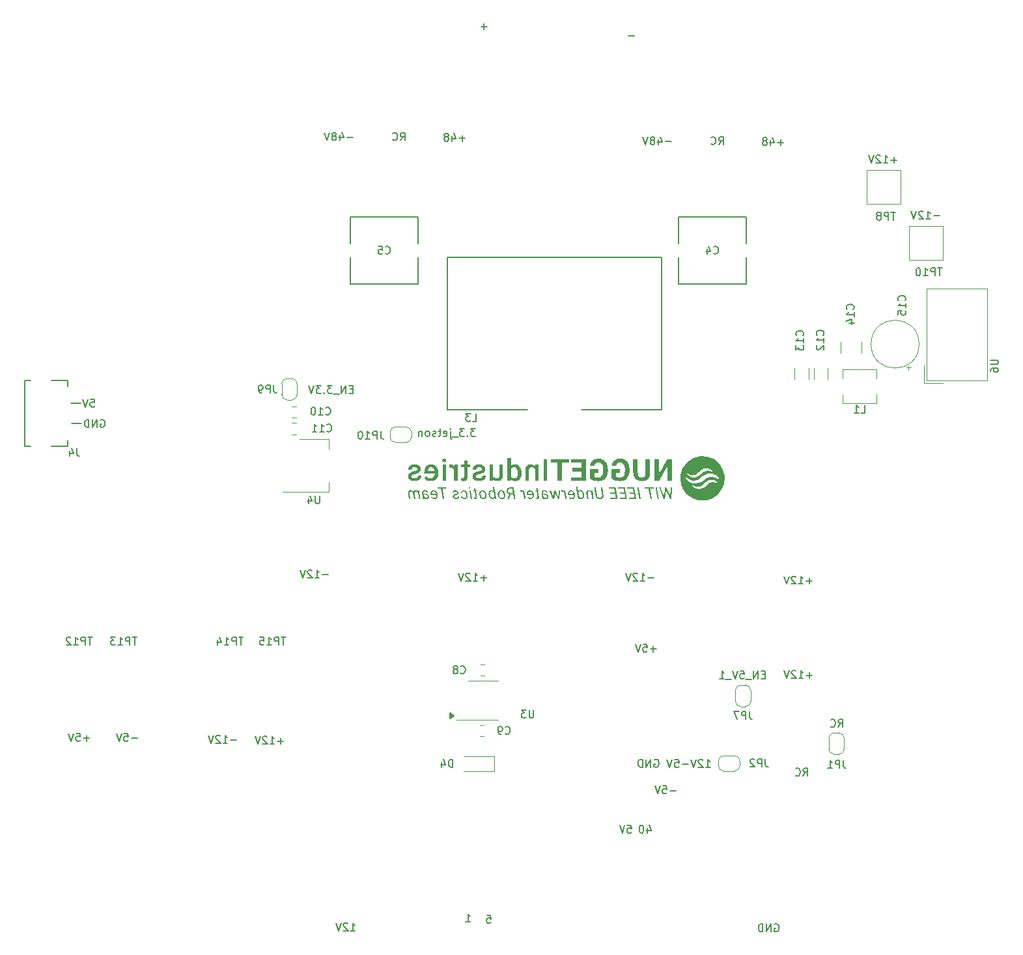
<source format=gbr>
%TF.GenerationSoftware,KiCad,Pcbnew,7.0.8*%
%TF.CreationDate,2024-05-08T13:20:20-04:00*%
%TF.ProjectId,PowerBoard_2024,506f7765-7242-46f6-9172-645f32303234,rev?*%
%TF.SameCoordinates,Original*%
%TF.FileFunction,Legend,Bot*%
%TF.FilePolarity,Positive*%
%FSLAX46Y46*%
G04 Gerber Fmt 4.6, Leading zero omitted, Abs format (unit mm)*
G04 Created by KiCad (PCBNEW 7.0.8) date 2024-05-08 13:20:20*
%MOMM*%
%LPD*%
G01*
G04 APERTURE LIST*
%ADD10C,0.150000*%
%ADD11C,0.200000*%
%ADD12C,0.127000*%
%ADD13C,0.120000*%
%ADD14C,0.152400*%
G04 APERTURE END LIST*
D10*
X125603000Y-122428000D02*
X125095000Y-122809000D01*
X125095000Y-122047000D01*
X125603000Y-122428000D01*
G36*
X125603000Y-122428000D02*
G01*
X125095000Y-122809000D01*
X125095000Y-122047000D01*
X125603000Y-122428000D01*
G37*
D11*
X77114990Y-81824600D02*
X75844990Y-81824600D01*
X77190600Y-84466200D02*
X75920600Y-84466200D01*
D10*
X154447713Y-132153866D02*
X153685809Y-132153866D01*
X152733428Y-131534819D02*
X153209618Y-131534819D01*
X153209618Y-131534819D02*
X153257237Y-132011009D01*
X153257237Y-132011009D02*
X153209618Y-131963390D01*
X153209618Y-131963390D02*
X153114380Y-131915771D01*
X153114380Y-131915771D02*
X152876285Y-131915771D01*
X152876285Y-131915771D02*
X152781047Y-131963390D01*
X152781047Y-131963390D02*
X152733428Y-132011009D01*
X152733428Y-132011009D02*
X152685809Y-132106247D01*
X152685809Y-132106247D02*
X152685809Y-132344342D01*
X152685809Y-132344342D02*
X152733428Y-132439580D01*
X152733428Y-132439580D02*
X152781047Y-132487200D01*
X152781047Y-132487200D02*
X152876285Y-132534819D01*
X152876285Y-132534819D02*
X153114380Y-132534819D01*
X153114380Y-132534819D02*
X153209618Y-132487200D01*
X153209618Y-132487200D02*
X153257237Y-132439580D01*
X152400094Y-131534819D02*
X152066761Y-132534819D01*
X152066761Y-132534819D02*
X151733428Y-131534819D01*
X109280104Y-104098066D02*
X108518200Y-104098066D01*
X107518200Y-104479019D02*
X108089628Y-104479019D01*
X107803914Y-104479019D02*
X107803914Y-103479019D01*
X107803914Y-103479019D02*
X107899152Y-103621876D01*
X107899152Y-103621876D02*
X107994390Y-103717114D01*
X107994390Y-103717114D02*
X108089628Y-103764733D01*
X107137247Y-103574257D02*
X107089628Y-103526638D01*
X107089628Y-103526638D02*
X106994390Y-103479019D01*
X106994390Y-103479019D02*
X106756295Y-103479019D01*
X106756295Y-103479019D02*
X106661057Y-103526638D01*
X106661057Y-103526638D02*
X106613438Y-103574257D01*
X106613438Y-103574257D02*
X106565819Y-103669495D01*
X106565819Y-103669495D02*
X106565819Y-103764733D01*
X106565819Y-103764733D02*
X106613438Y-103907590D01*
X106613438Y-103907590D02*
X107184866Y-104479019D01*
X107184866Y-104479019D02*
X106565819Y-104479019D01*
X106280104Y-103479019D02*
X105946771Y-104479019D01*
X105946771Y-104479019D02*
X105613438Y-103479019D01*
X118630676Y-47633819D02*
X118964009Y-47157628D01*
X119202104Y-47633819D02*
X119202104Y-46633819D01*
X119202104Y-46633819D02*
X118821152Y-46633819D01*
X118821152Y-46633819D02*
X118725914Y-46681438D01*
X118725914Y-46681438D02*
X118678295Y-46729057D01*
X118678295Y-46729057D02*
X118630676Y-46824295D01*
X118630676Y-46824295D02*
X118630676Y-46967152D01*
X118630676Y-46967152D02*
X118678295Y-47062390D01*
X118678295Y-47062390D02*
X118725914Y-47110009D01*
X118725914Y-47110009D02*
X118821152Y-47157628D01*
X118821152Y-47157628D02*
X119202104Y-47157628D01*
X117630676Y-47538580D02*
X117678295Y-47586200D01*
X117678295Y-47586200D02*
X117821152Y-47633819D01*
X117821152Y-47633819D02*
X117916390Y-47633819D01*
X117916390Y-47633819D02*
X118059247Y-47586200D01*
X118059247Y-47586200D02*
X118154485Y-47490961D01*
X118154485Y-47490961D02*
X118202104Y-47395723D01*
X118202104Y-47395723D02*
X118249723Y-47205247D01*
X118249723Y-47205247D02*
X118249723Y-47062390D01*
X118249723Y-47062390D02*
X118202104Y-46871914D01*
X118202104Y-46871914D02*
X118154485Y-46776676D01*
X118154485Y-46776676D02*
X118059247Y-46681438D01*
X118059247Y-46681438D02*
X117916390Y-46633819D01*
X117916390Y-46633819D02*
X117821152Y-46633819D01*
X117821152Y-46633819D02*
X117678295Y-46681438D01*
X117678295Y-46681438D02*
X117630676Y-46729057D01*
X84419913Y-125332466D02*
X83658009Y-125332466D01*
X82705628Y-124713419D02*
X83181818Y-124713419D01*
X83181818Y-124713419D02*
X83229437Y-125189609D01*
X83229437Y-125189609D02*
X83181818Y-125141990D01*
X83181818Y-125141990D02*
X83086580Y-125094371D01*
X83086580Y-125094371D02*
X82848485Y-125094371D01*
X82848485Y-125094371D02*
X82753247Y-125141990D01*
X82753247Y-125141990D02*
X82705628Y-125189609D01*
X82705628Y-125189609D02*
X82658009Y-125284847D01*
X82658009Y-125284847D02*
X82658009Y-125522942D01*
X82658009Y-125522942D02*
X82705628Y-125618180D01*
X82705628Y-125618180D02*
X82753247Y-125665800D01*
X82753247Y-125665800D02*
X82848485Y-125713419D01*
X82848485Y-125713419D02*
X83086580Y-125713419D01*
X83086580Y-125713419D02*
X83181818Y-125665800D01*
X83181818Y-125665800D02*
X83229437Y-125618180D01*
X82372294Y-124713419D02*
X82038961Y-125713419D01*
X82038961Y-125713419D02*
X81705628Y-124713419D01*
X103438104Y-125713466D02*
X102676200Y-125713466D01*
X103057152Y-126094419D02*
X103057152Y-125332514D01*
X101676200Y-126094419D02*
X102247628Y-126094419D01*
X101961914Y-126094419D02*
X101961914Y-125094419D01*
X101961914Y-125094419D02*
X102057152Y-125237276D01*
X102057152Y-125237276D02*
X102152390Y-125332514D01*
X102152390Y-125332514D02*
X102247628Y-125380133D01*
X101295247Y-125189657D02*
X101247628Y-125142038D01*
X101247628Y-125142038D02*
X101152390Y-125094419D01*
X101152390Y-125094419D02*
X100914295Y-125094419D01*
X100914295Y-125094419D02*
X100819057Y-125142038D01*
X100819057Y-125142038D02*
X100771438Y-125189657D01*
X100771438Y-125189657D02*
X100723819Y-125284895D01*
X100723819Y-125284895D02*
X100723819Y-125380133D01*
X100723819Y-125380133D02*
X100771438Y-125522990D01*
X100771438Y-125522990D02*
X101342866Y-126094419D01*
X101342866Y-126094419D02*
X100723819Y-126094419D01*
X100438104Y-125094419D02*
X100104771Y-126094419D01*
X100104771Y-126094419D02*
X99771438Y-125094419D01*
D12*
X112450543Y-79981866D02*
X112111876Y-79981866D01*
X111966733Y-80514056D02*
X112450543Y-80514056D01*
X112450543Y-80514056D02*
X112450543Y-79498056D01*
X112450543Y-79498056D02*
X111966733Y-79498056D01*
X111531305Y-80514056D02*
X111531305Y-79498056D01*
X111531305Y-79498056D02*
X110950733Y-80514056D01*
X110950733Y-80514056D02*
X110950733Y-79498056D01*
X110708829Y-80610818D02*
X109934733Y-80610818D01*
X109789591Y-79498056D02*
X109160638Y-79498056D01*
X109160638Y-79498056D02*
X109499305Y-79885104D01*
X109499305Y-79885104D02*
X109354162Y-79885104D01*
X109354162Y-79885104D02*
X109257400Y-79933485D01*
X109257400Y-79933485D02*
X109209019Y-79981866D01*
X109209019Y-79981866D02*
X109160638Y-80078628D01*
X109160638Y-80078628D02*
X109160638Y-80320533D01*
X109160638Y-80320533D02*
X109209019Y-80417295D01*
X109209019Y-80417295D02*
X109257400Y-80465676D01*
X109257400Y-80465676D02*
X109354162Y-80514056D01*
X109354162Y-80514056D02*
X109644448Y-80514056D01*
X109644448Y-80514056D02*
X109741210Y-80465676D01*
X109741210Y-80465676D02*
X109789591Y-80417295D01*
X108725210Y-80417295D02*
X108676829Y-80465676D01*
X108676829Y-80465676D02*
X108725210Y-80514056D01*
X108725210Y-80514056D02*
X108773591Y-80465676D01*
X108773591Y-80465676D02*
X108725210Y-80417295D01*
X108725210Y-80417295D02*
X108725210Y-80514056D01*
X108338162Y-79498056D02*
X107709209Y-79498056D01*
X107709209Y-79498056D02*
X108047876Y-79885104D01*
X108047876Y-79885104D02*
X107902733Y-79885104D01*
X107902733Y-79885104D02*
X107805971Y-79933485D01*
X107805971Y-79933485D02*
X107757590Y-79981866D01*
X107757590Y-79981866D02*
X107709209Y-80078628D01*
X107709209Y-80078628D02*
X107709209Y-80320533D01*
X107709209Y-80320533D02*
X107757590Y-80417295D01*
X107757590Y-80417295D02*
X107805971Y-80465676D01*
X107805971Y-80465676D02*
X107902733Y-80514056D01*
X107902733Y-80514056D02*
X108193019Y-80514056D01*
X108193019Y-80514056D02*
X108289781Y-80465676D01*
X108289781Y-80465676D02*
X108338162Y-80417295D01*
X107418924Y-79498056D02*
X107080257Y-80514056D01*
X107080257Y-80514056D02*
X106741590Y-79498056D01*
D10*
X151907713Y-113738866D02*
X151145809Y-113738866D01*
X151526761Y-114119819D02*
X151526761Y-113357914D01*
X150193428Y-113119819D02*
X150669618Y-113119819D01*
X150669618Y-113119819D02*
X150717237Y-113596009D01*
X150717237Y-113596009D02*
X150669618Y-113548390D01*
X150669618Y-113548390D02*
X150574380Y-113500771D01*
X150574380Y-113500771D02*
X150336285Y-113500771D01*
X150336285Y-113500771D02*
X150241047Y-113548390D01*
X150241047Y-113548390D02*
X150193428Y-113596009D01*
X150193428Y-113596009D02*
X150145809Y-113691247D01*
X150145809Y-113691247D02*
X150145809Y-113929342D01*
X150145809Y-113929342D02*
X150193428Y-114024580D01*
X150193428Y-114024580D02*
X150241047Y-114072200D01*
X150241047Y-114072200D02*
X150336285Y-114119819D01*
X150336285Y-114119819D02*
X150574380Y-114119819D01*
X150574380Y-114119819D02*
X150669618Y-114072200D01*
X150669618Y-114072200D02*
X150717237Y-114024580D01*
X149860094Y-113119819D02*
X149526761Y-114119819D01*
X149526761Y-114119819D02*
X149193428Y-113119819D01*
D12*
X158344952Y-129115456D02*
X158925524Y-129115456D01*
X158635238Y-129115456D02*
X158635238Y-128099456D01*
X158635238Y-128099456D02*
X158732000Y-128244599D01*
X158732000Y-128244599D02*
X158828762Y-128341361D01*
X158828762Y-128341361D02*
X158925524Y-128389742D01*
X157957905Y-128196218D02*
X157909524Y-128147837D01*
X157909524Y-128147837D02*
X157812762Y-128099456D01*
X157812762Y-128099456D02*
X157570857Y-128099456D01*
X157570857Y-128099456D02*
X157474095Y-128147837D01*
X157474095Y-128147837D02*
X157425714Y-128196218D01*
X157425714Y-128196218D02*
X157377333Y-128292980D01*
X157377333Y-128292980D02*
X157377333Y-128389742D01*
X157377333Y-128389742D02*
X157425714Y-128534885D01*
X157425714Y-128534885D02*
X158006286Y-129115456D01*
X158006286Y-129115456D02*
X157377333Y-129115456D01*
X157087048Y-128099456D02*
X156748381Y-129115456D01*
X156748381Y-129115456D02*
X156409714Y-128099456D01*
X156071048Y-128728409D02*
X155296953Y-128728409D01*
X154329333Y-128099456D02*
X154813143Y-128099456D01*
X154813143Y-128099456D02*
X154861524Y-128583266D01*
X154861524Y-128583266D02*
X154813143Y-128534885D01*
X154813143Y-128534885D02*
X154716381Y-128486504D01*
X154716381Y-128486504D02*
X154474476Y-128486504D01*
X154474476Y-128486504D02*
X154377714Y-128534885D01*
X154377714Y-128534885D02*
X154329333Y-128583266D01*
X154329333Y-128583266D02*
X154280952Y-128680028D01*
X154280952Y-128680028D02*
X154280952Y-128921933D01*
X154280952Y-128921933D02*
X154329333Y-129018695D01*
X154329333Y-129018695D02*
X154377714Y-129067076D01*
X154377714Y-129067076D02*
X154474476Y-129115456D01*
X154474476Y-129115456D02*
X154716381Y-129115456D01*
X154716381Y-129115456D02*
X154813143Y-129067076D01*
X154813143Y-129067076D02*
X154861524Y-129018695D01*
X153990667Y-128099456D02*
X153652000Y-129115456D01*
X153652000Y-129115456D02*
X153313333Y-128099456D01*
X151668381Y-128147837D02*
X151765143Y-128099456D01*
X151765143Y-128099456D02*
X151910286Y-128099456D01*
X151910286Y-128099456D02*
X152055429Y-128147837D01*
X152055429Y-128147837D02*
X152152191Y-128244599D01*
X152152191Y-128244599D02*
X152200572Y-128341361D01*
X152200572Y-128341361D02*
X152248953Y-128534885D01*
X152248953Y-128534885D02*
X152248953Y-128680028D01*
X152248953Y-128680028D02*
X152200572Y-128873552D01*
X152200572Y-128873552D02*
X152152191Y-128970314D01*
X152152191Y-128970314D02*
X152055429Y-129067076D01*
X152055429Y-129067076D02*
X151910286Y-129115456D01*
X151910286Y-129115456D02*
X151813524Y-129115456D01*
X151813524Y-129115456D02*
X151668381Y-129067076D01*
X151668381Y-129067076D02*
X151620000Y-129018695D01*
X151620000Y-129018695D02*
X151620000Y-128680028D01*
X151620000Y-128680028D02*
X151813524Y-128680028D01*
X151184572Y-129115456D02*
X151184572Y-128099456D01*
X151184572Y-128099456D02*
X150604000Y-129115456D01*
X150604000Y-129115456D02*
X150604000Y-128099456D01*
X150120191Y-129115456D02*
X150120191Y-128099456D01*
X150120191Y-128099456D02*
X149878286Y-128099456D01*
X149878286Y-128099456D02*
X149733143Y-128147837D01*
X149733143Y-128147837D02*
X149636381Y-128244599D01*
X149636381Y-128244599D02*
X149588000Y-128341361D01*
X149588000Y-128341361D02*
X149539619Y-128534885D01*
X149539619Y-128534885D02*
X149539619Y-128680028D01*
X149539619Y-128680028D02*
X149588000Y-128873552D01*
X149588000Y-128873552D02*
X149636381Y-128970314D01*
X149636381Y-128970314D02*
X149733143Y-129067076D01*
X149733143Y-129067076D02*
X149878286Y-129115456D01*
X149878286Y-129115456D02*
X150120191Y-129115456D01*
D10*
X127155411Y-149221819D02*
X127726839Y-149221819D01*
X127441125Y-149221819D02*
X127441125Y-148221819D01*
X127441125Y-148221819D02*
X127536363Y-148364676D01*
X127536363Y-148364676D02*
X127631601Y-148459914D01*
X127631601Y-148459914D02*
X127726839Y-148507533D01*
X171005476Y-130248819D02*
X171338809Y-129772628D01*
X171576904Y-130248819D02*
X171576904Y-129248819D01*
X171576904Y-129248819D02*
X171195952Y-129248819D01*
X171195952Y-129248819D02*
X171100714Y-129296438D01*
X171100714Y-129296438D02*
X171053095Y-129344057D01*
X171053095Y-129344057D02*
X171005476Y-129439295D01*
X171005476Y-129439295D02*
X171005476Y-129582152D01*
X171005476Y-129582152D02*
X171053095Y-129677390D01*
X171053095Y-129677390D02*
X171100714Y-129725009D01*
X171100714Y-129725009D02*
X171195952Y-129772628D01*
X171195952Y-129772628D02*
X171576904Y-129772628D01*
X170005476Y-130153580D02*
X170053095Y-130201200D01*
X170053095Y-130201200D02*
X170195952Y-130248819D01*
X170195952Y-130248819D02*
X170291190Y-130248819D01*
X170291190Y-130248819D02*
X170434047Y-130201200D01*
X170434047Y-130201200D02*
X170529285Y-130105961D01*
X170529285Y-130105961D02*
X170576904Y-130010723D01*
X170576904Y-130010723D02*
X170624523Y-129820247D01*
X170624523Y-129820247D02*
X170624523Y-129677390D01*
X170624523Y-129677390D02*
X170576904Y-129486914D01*
X170576904Y-129486914D02*
X170529285Y-129391676D01*
X170529285Y-129391676D02*
X170434047Y-129296438D01*
X170434047Y-129296438D02*
X170291190Y-129248819D01*
X170291190Y-129248819D02*
X170195952Y-129248819D01*
X170195952Y-129248819D02*
X170053095Y-129296438D01*
X170053095Y-129296438D02*
X170005476Y-129344057D01*
X78196913Y-125332466D02*
X77435009Y-125332466D01*
X77815961Y-125713419D02*
X77815961Y-124951514D01*
X76482628Y-124713419D02*
X76958818Y-124713419D01*
X76958818Y-124713419D02*
X77006437Y-125189609D01*
X77006437Y-125189609D02*
X76958818Y-125141990D01*
X76958818Y-125141990D02*
X76863580Y-125094371D01*
X76863580Y-125094371D02*
X76625485Y-125094371D01*
X76625485Y-125094371D02*
X76530247Y-125141990D01*
X76530247Y-125141990D02*
X76482628Y-125189609D01*
X76482628Y-125189609D02*
X76435009Y-125284847D01*
X76435009Y-125284847D02*
X76435009Y-125522942D01*
X76435009Y-125522942D02*
X76482628Y-125618180D01*
X76482628Y-125618180D02*
X76530247Y-125665800D01*
X76530247Y-125665800D02*
X76625485Y-125713419D01*
X76625485Y-125713419D02*
X76863580Y-125713419D01*
X76863580Y-125713419D02*
X76958818Y-125665800D01*
X76958818Y-125665800D02*
X77006437Y-125618180D01*
X76149294Y-124713419D02*
X75815961Y-125713419D01*
X75815961Y-125713419D02*
X75482628Y-124713419D01*
X172170504Y-104910866D02*
X171408600Y-104910866D01*
X171789552Y-105291819D02*
X171789552Y-104529914D01*
X170408600Y-105291819D02*
X170980028Y-105291819D01*
X170694314Y-105291819D02*
X170694314Y-104291819D01*
X170694314Y-104291819D02*
X170789552Y-104434676D01*
X170789552Y-104434676D02*
X170884790Y-104529914D01*
X170884790Y-104529914D02*
X170980028Y-104577533D01*
X170027647Y-104387057D02*
X169980028Y-104339438D01*
X169980028Y-104339438D02*
X169884790Y-104291819D01*
X169884790Y-104291819D02*
X169646695Y-104291819D01*
X169646695Y-104291819D02*
X169551457Y-104339438D01*
X169551457Y-104339438D02*
X169503838Y-104387057D01*
X169503838Y-104387057D02*
X169456219Y-104482295D01*
X169456219Y-104482295D02*
X169456219Y-104577533D01*
X169456219Y-104577533D02*
X169503838Y-104720390D01*
X169503838Y-104720390D02*
X170075266Y-105291819D01*
X170075266Y-105291819D02*
X169456219Y-105291819D01*
X169170504Y-104291819D02*
X168837171Y-105291819D01*
X168837171Y-105291819D02*
X168503838Y-104291819D01*
X112429704Y-47252866D02*
X111667800Y-47252866D01*
X110763038Y-46967152D02*
X110763038Y-47633819D01*
X111001133Y-46586200D02*
X111239228Y-47300485D01*
X111239228Y-47300485D02*
X110620181Y-47300485D01*
X110096371Y-47062390D02*
X110191609Y-47014771D01*
X110191609Y-47014771D02*
X110239228Y-46967152D01*
X110239228Y-46967152D02*
X110286847Y-46871914D01*
X110286847Y-46871914D02*
X110286847Y-46824295D01*
X110286847Y-46824295D02*
X110239228Y-46729057D01*
X110239228Y-46729057D02*
X110191609Y-46681438D01*
X110191609Y-46681438D02*
X110096371Y-46633819D01*
X110096371Y-46633819D02*
X109905895Y-46633819D01*
X109905895Y-46633819D02*
X109810657Y-46681438D01*
X109810657Y-46681438D02*
X109763038Y-46729057D01*
X109763038Y-46729057D02*
X109715419Y-46824295D01*
X109715419Y-46824295D02*
X109715419Y-46871914D01*
X109715419Y-46871914D02*
X109763038Y-46967152D01*
X109763038Y-46967152D02*
X109810657Y-47014771D01*
X109810657Y-47014771D02*
X109905895Y-47062390D01*
X109905895Y-47062390D02*
X110096371Y-47062390D01*
X110096371Y-47062390D02*
X110191609Y-47110009D01*
X110191609Y-47110009D02*
X110239228Y-47157628D01*
X110239228Y-47157628D02*
X110286847Y-47252866D01*
X110286847Y-47252866D02*
X110286847Y-47443342D01*
X110286847Y-47443342D02*
X110239228Y-47538580D01*
X110239228Y-47538580D02*
X110191609Y-47586200D01*
X110191609Y-47586200D02*
X110096371Y-47633819D01*
X110096371Y-47633819D02*
X109905895Y-47633819D01*
X109905895Y-47633819D02*
X109810657Y-47586200D01*
X109810657Y-47586200D02*
X109763038Y-47538580D01*
X109763038Y-47538580D02*
X109715419Y-47443342D01*
X109715419Y-47443342D02*
X109715419Y-47252866D01*
X109715419Y-47252866D02*
X109763038Y-47157628D01*
X109763038Y-47157628D02*
X109810657Y-47110009D01*
X109810657Y-47110009D02*
X109905895Y-47062390D01*
X109429704Y-46633819D02*
X109096371Y-47633819D01*
X109096371Y-47633819D02*
X108763038Y-46633819D01*
X78346276Y-81279419D02*
X78822466Y-81279419D01*
X78822466Y-81279419D02*
X78870085Y-81755609D01*
X78870085Y-81755609D02*
X78822466Y-81707990D01*
X78822466Y-81707990D02*
X78727228Y-81660371D01*
X78727228Y-81660371D02*
X78489133Y-81660371D01*
X78489133Y-81660371D02*
X78393895Y-81707990D01*
X78393895Y-81707990D02*
X78346276Y-81755609D01*
X78346276Y-81755609D02*
X78298657Y-81850847D01*
X78298657Y-81850847D02*
X78298657Y-82088942D01*
X78298657Y-82088942D02*
X78346276Y-82184180D01*
X78346276Y-82184180D02*
X78393895Y-82231800D01*
X78393895Y-82231800D02*
X78489133Y-82279419D01*
X78489133Y-82279419D02*
X78727228Y-82279419D01*
X78727228Y-82279419D02*
X78822466Y-82231800D01*
X78822466Y-82231800D02*
X78870085Y-82184180D01*
X78012942Y-81279419D02*
X77679609Y-82279419D01*
X77679609Y-82279419D02*
X77346276Y-81279419D01*
X129133648Y-32830333D02*
X129895553Y-32830333D01*
X129514600Y-32449380D02*
X129514600Y-33211285D01*
X112169411Y-150364819D02*
X112740839Y-150364819D01*
X112455125Y-150364819D02*
X112455125Y-149364819D01*
X112455125Y-149364819D02*
X112550363Y-149507676D01*
X112550363Y-149507676D02*
X112645601Y-149602914D01*
X112645601Y-149602914D02*
X112740839Y-149650533D01*
X111788458Y-149460057D02*
X111740839Y-149412438D01*
X111740839Y-149412438D02*
X111645601Y-149364819D01*
X111645601Y-149364819D02*
X111407506Y-149364819D01*
X111407506Y-149364819D02*
X111312268Y-149412438D01*
X111312268Y-149412438D02*
X111264649Y-149460057D01*
X111264649Y-149460057D02*
X111217030Y-149555295D01*
X111217030Y-149555295D02*
X111217030Y-149650533D01*
X111217030Y-149650533D02*
X111264649Y-149793390D01*
X111264649Y-149793390D02*
X111836077Y-150364819D01*
X111836077Y-150364819D02*
X111217030Y-150364819D01*
X110931315Y-149364819D02*
X110597982Y-150364819D01*
X110597982Y-150364819D02*
X110264649Y-149364819D01*
X168439932Y-47913266D02*
X167678028Y-47913266D01*
X168058980Y-48294219D02*
X168058980Y-47532314D01*
X166773266Y-47627552D02*
X166773266Y-48294219D01*
X167011361Y-47246600D02*
X167249456Y-47960885D01*
X167249456Y-47960885D02*
X166630409Y-47960885D01*
X166106599Y-47722790D02*
X166201837Y-47675171D01*
X166201837Y-47675171D02*
X166249456Y-47627552D01*
X166249456Y-47627552D02*
X166297075Y-47532314D01*
X166297075Y-47532314D02*
X166297075Y-47484695D01*
X166297075Y-47484695D02*
X166249456Y-47389457D01*
X166249456Y-47389457D02*
X166201837Y-47341838D01*
X166201837Y-47341838D02*
X166106599Y-47294219D01*
X166106599Y-47294219D02*
X165916123Y-47294219D01*
X165916123Y-47294219D02*
X165820885Y-47341838D01*
X165820885Y-47341838D02*
X165773266Y-47389457D01*
X165773266Y-47389457D02*
X165725647Y-47484695D01*
X165725647Y-47484695D02*
X165725647Y-47532314D01*
X165725647Y-47532314D02*
X165773266Y-47627552D01*
X165773266Y-47627552D02*
X165820885Y-47675171D01*
X165820885Y-47675171D02*
X165916123Y-47722790D01*
X165916123Y-47722790D02*
X166106599Y-47722790D01*
X166106599Y-47722790D02*
X166201837Y-47770409D01*
X166201837Y-47770409D02*
X166249456Y-47818028D01*
X166249456Y-47818028D02*
X166297075Y-47913266D01*
X166297075Y-47913266D02*
X166297075Y-48103742D01*
X166297075Y-48103742D02*
X166249456Y-48198980D01*
X166249456Y-48198980D02*
X166201837Y-48246600D01*
X166201837Y-48246600D02*
X166106599Y-48294219D01*
X166106599Y-48294219D02*
X165916123Y-48294219D01*
X165916123Y-48294219D02*
X165820885Y-48246600D01*
X165820885Y-48246600D02*
X165773266Y-48198980D01*
X165773266Y-48198980D02*
X165725647Y-48103742D01*
X165725647Y-48103742D02*
X165725647Y-47913266D01*
X165725647Y-47913266D02*
X165773266Y-47818028D01*
X165773266Y-47818028D02*
X165820885Y-47770409D01*
X165820885Y-47770409D02*
X165916123Y-47722790D01*
X97342104Y-125586466D02*
X96580200Y-125586466D01*
X95580200Y-125967419D02*
X96151628Y-125967419D01*
X95865914Y-125967419D02*
X95865914Y-124967419D01*
X95865914Y-124967419D02*
X95961152Y-125110276D01*
X95961152Y-125110276D02*
X96056390Y-125205514D01*
X96056390Y-125205514D02*
X96151628Y-125253133D01*
X95199247Y-125062657D02*
X95151628Y-125015038D01*
X95151628Y-125015038D02*
X95056390Y-124967419D01*
X95056390Y-124967419D02*
X94818295Y-124967419D01*
X94818295Y-124967419D02*
X94723057Y-125015038D01*
X94723057Y-125015038D02*
X94675438Y-125062657D01*
X94675438Y-125062657D02*
X94627819Y-125157895D01*
X94627819Y-125157895D02*
X94627819Y-125253133D01*
X94627819Y-125253133D02*
X94675438Y-125395990D01*
X94675438Y-125395990D02*
X95246866Y-125967419D01*
X95246866Y-125967419D02*
X94627819Y-125967419D01*
X94342104Y-124967419D02*
X94008771Y-125967419D01*
X94008771Y-125967419D02*
X93675438Y-124967419D01*
X167287411Y-149539438D02*
X167382649Y-149491819D01*
X167382649Y-149491819D02*
X167525506Y-149491819D01*
X167525506Y-149491819D02*
X167668363Y-149539438D01*
X167668363Y-149539438D02*
X167763601Y-149634676D01*
X167763601Y-149634676D02*
X167811220Y-149729914D01*
X167811220Y-149729914D02*
X167858839Y-149920390D01*
X167858839Y-149920390D02*
X167858839Y-150063247D01*
X167858839Y-150063247D02*
X167811220Y-150253723D01*
X167811220Y-150253723D02*
X167763601Y-150348961D01*
X167763601Y-150348961D02*
X167668363Y-150444200D01*
X167668363Y-150444200D02*
X167525506Y-150491819D01*
X167525506Y-150491819D02*
X167430268Y-150491819D01*
X167430268Y-150491819D02*
X167287411Y-150444200D01*
X167287411Y-150444200D02*
X167239792Y-150396580D01*
X167239792Y-150396580D02*
X167239792Y-150063247D01*
X167239792Y-150063247D02*
X167430268Y-150063247D01*
X166811220Y-150491819D02*
X166811220Y-149491819D01*
X166811220Y-149491819D02*
X166239792Y-150491819D01*
X166239792Y-150491819D02*
X166239792Y-149491819D01*
X165763601Y-150491819D02*
X165763601Y-149491819D01*
X165763601Y-149491819D02*
X165525506Y-149491819D01*
X165525506Y-149491819D02*
X165382649Y-149539438D01*
X165382649Y-149539438D02*
X165287411Y-149634676D01*
X165287411Y-149634676D02*
X165239792Y-149729914D01*
X165239792Y-149729914D02*
X165192173Y-149920390D01*
X165192173Y-149920390D02*
X165192173Y-150063247D01*
X165192173Y-150063247D02*
X165239792Y-150253723D01*
X165239792Y-150253723D02*
X165287411Y-150348961D01*
X165287411Y-150348961D02*
X165382649Y-150444200D01*
X165382649Y-150444200D02*
X165525506Y-150491819D01*
X165525506Y-150491819D02*
X165763601Y-150491819D01*
X172195904Y-117167866D02*
X171434000Y-117167866D01*
X171814952Y-117548819D02*
X171814952Y-116786914D01*
X170434000Y-117548819D02*
X171005428Y-117548819D01*
X170719714Y-117548819D02*
X170719714Y-116548819D01*
X170719714Y-116548819D02*
X170814952Y-116691676D01*
X170814952Y-116691676D02*
X170910190Y-116786914D01*
X170910190Y-116786914D02*
X171005428Y-116834533D01*
X170053047Y-116644057D02*
X170005428Y-116596438D01*
X170005428Y-116596438D02*
X169910190Y-116548819D01*
X169910190Y-116548819D02*
X169672095Y-116548819D01*
X169672095Y-116548819D02*
X169576857Y-116596438D01*
X169576857Y-116596438D02*
X169529238Y-116644057D01*
X169529238Y-116644057D02*
X169481619Y-116739295D01*
X169481619Y-116739295D02*
X169481619Y-116834533D01*
X169481619Y-116834533D02*
X169529238Y-116977390D01*
X169529238Y-116977390D02*
X170100666Y-117548819D01*
X170100666Y-117548819D02*
X169481619Y-117548819D01*
X169195904Y-116548819D02*
X168862571Y-117548819D01*
X168862571Y-117548819D02*
X168529238Y-116548819D01*
X129870030Y-148348819D02*
X130346220Y-148348819D01*
X130346220Y-148348819D02*
X130393839Y-148825009D01*
X130393839Y-148825009D02*
X130346220Y-148777390D01*
X130346220Y-148777390D02*
X130250982Y-148729771D01*
X130250982Y-148729771D02*
X130012887Y-148729771D01*
X130012887Y-148729771D02*
X129917649Y-148777390D01*
X129917649Y-148777390D02*
X129870030Y-148825009D01*
X129870030Y-148825009D02*
X129822411Y-148920247D01*
X129822411Y-148920247D02*
X129822411Y-149158342D01*
X129822411Y-149158342D02*
X129870030Y-149253580D01*
X129870030Y-149253580D02*
X129917649Y-149301200D01*
X129917649Y-149301200D02*
X130012887Y-149348819D01*
X130012887Y-149348819D02*
X130250982Y-149348819D01*
X130250982Y-149348819D02*
X130346220Y-149301200D01*
X130346220Y-149301200D02*
X130393839Y-149253580D01*
X148285248Y-34049533D02*
X149047153Y-34049533D01*
X153831704Y-47811666D02*
X153069800Y-47811666D01*
X152165038Y-47525952D02*
X152165038Y-48192619D01*
X152403133Y-47145000D02*
X152641228Y-47859285D01*
X152641228Y-47859285D02*
X152022181Y-47859285D01*
X151498371Y-47621190D02*
X151593609Y-47573571D01*
X151593609Y-47573571D02*
X151641228Y-47525952D01*
X151641228Y-47525952D02*
X151688847Y-47430714D01*
X151688847Y-47430714D02*
X151688847Y-47383095D01*
X151688847Y-47383095D02*
X151641228Y-47287857D01*
X151641228Y-47287857D02*
X151593609Y-47240238D01*
X151593609Y-47240238D02*
X151498371Y-47192619D01*
X151498371Y-47192619D02*
X151307895Y-47192619D01*
X151307895Y-47192619D02*
X151212657Y-47240238D01*
X151212657Y-47240238D02*
X151165038Y-47287857D01*
X151165038Y-47287857D02*
X151117419Y-47383095D01*
X151117419Y-47383095D02*
X151117419Y-47430714D01*
X151117419Y-47430714D02*
X151165038Y-47525952D01*
X151165038Y-47525952D02*
X151212657Y-47573571D01*
X151212657Y-47573571D02*
X151307895Y-47621190D01*
X151307895Y-47621190D02*
X151498371Y-47621190D01*
X151498371Y-47621190D02*
X151593609Y-47668809D01*
X151593609Y-47668809D02*
X151641228Y-47716428D01*
X151641228Y-47716428D02*
X151688847Y-47811666D01*
X151688847Y-47811666D02*
X151688847Y-48002142D01*
X151688847Y-48002142D02*
X151641228Y-48097380D01*
X151641228Y-48097380D02*
X151593609Y-48145000D01*
X151593609Y-48145000D02*
X151498371Y-48192619D01*
X151498371Y-48192619D02*
X151307895Y-48192619D01*
X151307895Y-48192619D02*
X151212657Y-48145000D01*
X151212657Y-48145000D02*
X151165038Y-48097380D01*
X151165038Y-48097380D02*
X151117419Y-48002142D01*
X151117419Y-48002142D02*
X151117419Y-47811666D01*
X151117419Y-47811666D02*
X151165038Y-47716428D01*
X151165038Y-47716428D02*
X151212657Y-47668809D01*
X151212657Y-47668809D02*
X151307895Y-47621190D01*
X150831704Y-47192619D02*
X150498371Y-48192619D01*
X150498371Y-48192619D02*
X150165038Y-47192619D01*
X150745649Y-136998152D02*
X150745649Y-137664819D01*
X150983744Y-136617200D02*
X151221839Y-137331485D01*
X151221839Y-137331485D02*
X150602792Y-137331485D01*
X150031363Y-136664819D02*
X149936125Y-136664819D01*
X149936125Y-136664819D02*
X149840887Y-136712438D01*
X149840887Y-136712438D02*
X149793268Y-136760057D01*
X149793268Y-136760057D02*
X149745649Y-136855295D01*
X149745649Y-136855295D02*
X149698030Y-137045771D01*
X149698030Y-137045771D02*
X149698030Y-137283866D01*
X149698030Y-137283866D02*
X149745649Y-137474342D01*
X149745649Y-137474342D02*
X149793268Y-137569580D01*
X149793268Y-137569580D02*
X149840887Y-137617200D01*
X149840887Y-137617200D02*
X149936125Y-137664819D01*
X149936125Y-137664819D02*
X150031363Y-137664819D01*
X150031363Y-137664819D02*
X150126601Y-137617200D01*
X150126601Y-137617200D02*
X150174220Y-137569580D01*
X150174220Y-137569580D02*
X150221839Y-137474342D01*
X150221839Y-137474342D02*
X150269458Y-137283866D01*
X150269458Y-137283866D02*
X150269458Y-137045771D01*
X150269458Y-137045771D02*
X150221839Y-136855295D01*
X150221839Y-136855295D02*
X150174220Y-136760057D01*
X150174220Y-136760057D02*
X150126601Y-136712438D01*
X150126601Y-136712438D02*
X150031363Y-136664819D01*
D12*
X128422305Y-85086056D02*
X127793352Y-85086056D01*
X127793352Y-85086056D02*
X128132019Y-85473104D01*
X128132019Y-85473104D02*
X127986876Y-85473104D01*
X127986876Y-85473104D02*
X127890114Y-85521485D01*
X127890114Y-85521485D02*
X127841733Y-85569866D01*
X127841733Y-85569866D02*
X127793352Y-85666628D01*
X127793352Y-85666628D02*
X127793352Y-85908533D01*
X127793352Y-85908533D02*
X127841733Y-86005295D01*
X127841733Y-86005295D02*
X127890114Y-86053676D01*
X127890114Y-86053676D02*
X127986876Y-86102056D01*
X127986876Y-86102056D02*
X128277162Y-86102056D01*
X128277162Y-86102056D02*
X128373924Y-86053676D01*
X128373924Y-86053676D02*
X128422305Y-86005295D01*
X127357924Y-86005295D02*
X127309543Y-86053676D01*
X127309543Y-86053676D02*
X127357924Y-86102056D01*
X127357924Y-86102056D02*
X127406305Y-86053676D01*
X127406305Y-86053676D02*
X127357924Y-86005295D01*
X127357924Y-86005295D02*
X127357924Y-86102056D01*
X126970876Y-85086056D02*
X126341923Y-85086056D01*
X126341923Y-85086056D02*
X126680590Y-85473104D01*
X126680590Y-85473104D02*
X126535447Y-85473104D01*
X126535447Y-85473104D02*
X126438685Y-85521485D01*
X126438685Y-85521485D02*
X126390304Y-85569866D01*
X126390304Y-85569866D02*
X126341923Y-85666628D01*
X126341923Y-85666628D02*
X126341923Y-85908533D01*
X126341923Y-85908533D02*
X126390304Y-86005295D01*
X126390304Y-86005295D02*
X126438685Y-86053676D01*
X126438685Y-86053676D02*
X126535447Y-86102056D01*
X126535447Y-86102056D02*
X126825733Y-86102056D01*
X126825733Y-86102056D02*
X126922495Y-86053676D01*
X126922495Y-86053676D02*
X126970876Y-86005295D01*
X126148400Y-86198818D02*
X125374304Y-86198818D01*
X125132400Y-85424723D02*
X125132400Y-86295580D01*
X125132400Y-86295580D02*
X125180781Y-86392342D01*
X125180781Y-86392342D02*
X125277543Y-86440723D01*
X125277543Y-86440723D02*
X125325924Y-86440723D01*
X125132400Y-85086056D02*
X125180781Y-85134437D01*
X125180781Y-85134437D02*
X125132400Y-85182818D01*
X125132400Y-85182818D02*
X125084019Y-85134437D01*
X125084019Y-85134437D02*
X125132400Y-85086056D01*
X125132400Y-85086056D02*
X125132400Y-85182818D01*
X124261542Y-86053676D02*
X124358304Y-86102056D01*
X124358304Y-86102056D02*
X124551828Y-86102056D01*
X124551828Y-86102056D02*
X124648590Y-86053676D01*
X124648590Y-86053676D02*
X124696971Y-85956914D01*
X124696971Y-85956914D02*
X124696971Y-85569866D01*
X124696971Y-85569866D02*
X124648590Y-85473104D01*
X124648590Y-85473104D02*
X124551828Y-85424723D01*
X124551828Y-85424723D02*
X124358304Y-85424723D01*
X124358304Y-85424723D02*
X124261542Y-85473104D01*
X124261542Y-85473104D02*
X124213161Y-85569866D01*
X124213161Y-85569866D02*
X124213161Y-85666628D01*
X124213161Y-85666628D02*
X124696971Y-85763390D01*
X123922876Y-85424723D02*
X123535828Y-85424723D01*
X123777733Y-85086056D02*
X123777733Y-85956914D01*
X123777733Y-85956914D02*
X123729352Y-86053676D01*
X123729352Y-86053676D02*
X123632590Y-86102056D01*
X123632590Y-86102056D02*
X123535828Y-86102056D01*
X123245543Y-86053676D02*
X123148781Y-86102056D01*
X123148781Y-86102056D02*
X122955257Y-86102056D01*
X122955257Y-86102056D02*
X122858495Y-86053676D01*
X122858495Y-86053676D02*
X122810114Y-85956914D01*
X122810114Y-85956914D02*
X122810114Y-85908533D01*
X122810114Y-85908533D02*
X122858495Y-85811771D01*
X122858495Y-85811771D02*
X122955257Y-85763390D01*
X122955257Y-85763390D02*
X123100400Y-85763390D01*
X123100400Y-85763390D02*
X123197162Y-85715009D01*
X123197162Y-85715009D02*
X123245543Y-85618247D01*
X123245543Y-85618247D02*
X123245543Y-85569866D01*
X123245543Y-85569866D02*
X123197162Y-85473104D01*
X123197162Y-85473104D02*
X123100400Y-85424723D01*
X123100400Y-85424723D02*
X122955257Y-85424723D01*
X122955257Y-85424723D02*
X122858495Y-85473104D01*
X122229543Y-86102056D02*
X122326305Y-86053676D01*
X122326305Y-86053676D02*
X122374686Y-86005295D01*
X122374686Y-86005295D02*
X122423067Y-85908533D01*
X122423067Y-85908533D02*
X122423067Y-85618247D01*
X122423067Y-85618247D02*
X122374686Y-85521485D01*
X122374686Y-85521485D02*
X122326305Y-85473104D01*
X122326305Y-85473104D02*
X122229543Y-85424723D01*
X122229543Y-85424723D02*
X122084400Y-85424723D01*
X122084400Y-85424723D02*
X121987638Y-85473104D01*
X121987638Y-85473104D02*
X121939257Y-85521485D01*
X121939257Y-85521485D02*
X121890876Y-85618247D01*
X121890876Y-85618247D02*
X121890876Y-85908533D01*
X121890876Y-85908533D02*
X121939257Y-86005295D01*
X121939257Y-86005295D02*
X121987638Y-86053676D01*
X121987638Y-86053676D02*
X122084400Y-86102056D01*
X122084400Y-86102056D02*
X122229543Y-86102056D01*
X121455448Y-85424723D02*
X121455448Y-86102056D01*
X121455448Y-85521485D02*
X121407067Y-85473104D01*
X121407067Y-85473104D02*
X121310305Y-85424723D01*
X121310305Y-85424723D02*
X121165162Y-85424723D01*
X121165162Y-85424723D02*
X121068400Y-85473104D01*
X121068400Y-85473104D02*
X121020019Y-85569866D01*
X121020019Y-85569866D02*
X121020019Y-86102056D01*
D10*
X151596504Y-104504466D02*
X150834600Y-104504466D01*
X149834600Y-104885419D02*
X150406028Y-104885419D01*
X150120314Y-104885419D02*
X150120314Y-103885419D01*
X150120314Y-103885419D02*
X150215552Y-104028276D01*
X150215552Y-104028276D02*
X150310790Y-104123514D01*
X150310790Y-104123514D02*
X150406028Y-104171133D01*
X149453647Y-103980657D02*
X149406028Y-103933038D01*
X149406028Y-103933038D02*
X149310790Y-103885419D01*
X149310790Y-103885419D02*
X149072695Y-103885419D01*
X149072695Y-103885419D02*
X148977457Y-103933038D01*
X148977457Y-103933038D02*
X148929838Y-103980657D01*
X148929838Y-103980657D02*
X148882219Y-104075895D01*
X148882219Y-104075895D02*
X148882219Y-104171133D01*
X148882219Y-104171133D02*
X148929838Y-104313990D01*
X148929838Y-104313990D02*
X149501266Y-104885419D01*
X149501266Y-104885419D02*
X148882219Y-104885419D01*
X148596504Y-103885419D02*
X148263171Y-104885419D01*
X148263171Y-104885419D02*
X147929838Y-103885419D01*
X127037932Y-47354466D02*
X126276028Y-47354466D01*
X126656980Y-47735419D02*
X126656980Y-46973514D01*
X125371266Y-47068752D02*
X125371266Y-47735419D01*
X125609361Y-46687800D02*
X125847456Y-47402085D01*
X125847456Y-47402085D02*
X125228409Y-47402085D01*
X124704599Y-47163990D02*
X124799837Y-47116371D01*
X124799837Y-47116371D02*
X124847456Y-47068752D01*
X124847456Y-47068752D02*
X124895075Y-46973514D01*
X124895075Y-46973514D02*
X124895075Y-46925895D01*
X124895075Y-46925895D02*
X124847456Y-46830657D01*
X124847456Y-46830657D02*
X124799837Y-46783038D01*
X124799837Y-46783038D02*
X124704599Y-46735419D01*
X124704599Y-46735419D02*
X124514123Y-46735419D01*
X124514123Y-46735419D02*
X124418885Y-46783038D01*
X124418885Y-46783038D02*
X124371266Y-46830657D01*
X124371266Y-46830657D02*
X124323647Y-46925895D01*
X124323647Y-46925895D02*
X124323647Y-46973514D01*
X124323647Y-46973514D02*
X124371266Y-47068752D01*
X124371266Y-47068752D02*
X124418885Y-47116371D01*
X124418885Y-47116371D02*
X124514123Y-47163990D01*
X124514123Y-47163990D02*
X124704599Y-47163990D01*
X124704599Y-47163990D02*
X124799837Y-47211609D01*
X124799837Y-47211609D02*
X124847456Y-47259228D01*
X124847456Y-47259228D02*
X124895075Y-47354466D01*
X124895075Y-47354466D02*
X124895075Y-47544942D01*
X124895075Y-47544942D02*
X124847456Y-47640180D01*
X124847456Y-47640180D02*
X124799837Y-47687800D01*
X124799837Y-47687800D02*
X124704599Y-47735419D01*
X124704599Y-47735419D02*
X124514123Y-47735419D01*
X124514123Y-47735419D02*
X124418885Y-47687800D01*
X124418885Y-47687800D02*
X124371266Y-47640180D01*
X124371266Y-47640180D02*
X124323647Y-47544942D01*
X124323647Y-47544942D02*
X124323647Y-47354466D01*
X124323647Y-47354466D02*
X124371266Y-47259228D01*
X124371266Y-47259228D02*
X124418885Y-47211609D01*
X124418885Y-47211609D02*
X124514123Y-47163990D01*
X160032676Y-48192619D02*
X160366009Y-47716428D01*
X160604104Y-48192619D02*
X160604104Y-47192619D01*
X160604104Y-47192619D02*
X160223152Y-47192619D01*
X160223152Y-47192619D02*
X160127914Y-47240238D01*
X160127914Y-47240238D02*
X160080295Y-47287857D01*
X160080295Y-47287857D02*
X160032676Y-47383095D01*
X160032676Y-47383095D02*
X160032676Y-47525952D01*
X160032676Y-47525952D02*
X160080295Y-47621190D01*
X160080295Y-47621190D02*
X160127914Y-47668809D01*
X160127914Y-47668809D02*
X160223152Y-47716428D01*
X160223152Y-47716428D02*
X160604104Y-47716428D01*
X159032676Y-48097380D02*
X159080295Y-48145000D01*
X159080295Y-48145000D02*
X159223152Y-48192619D01*
X159223152Y-48192619D02*
X159318390Y-48192619D01*
X159318390Y-48192619D02*
X159461247Y-48145000D01*
X159461247Y-48145000D02*
X159556485Y-48049761D01*
X159556485Y-48049761D02*
X159604104Y-47954523D01*
X159604104Y-47954523D02*
X159651723Y-47764047D01*
X159651723Y-47764047D02*
X159651723Y-47621190D01*
X159651723Y-47621190D02*
X159604104Y-47430714D01*
X159604104Y-47430714D02*
X159556485Y-47335476D01*
X159556485Y-47335476D02*
X159461247Y-47240238D01*
X159461247Y-47240238D02*
X159318390Y-47192619D01*
X159318390Y-47192619D02*
X159223152Y-47192619D01*
X159223152Y-47192619D02*
X159080295Y-47240238D01*
X159080295Y-47240238D02*
X159032676Y-47287857D01*
X79654304Y-83968638D02*
X79749542Y-83921019D01*
X79749542Y-83921019D02*
X79892399Y-83921019D01*
X79892399Y-83921019D02*
X80035256Y-83968638D01*
X80035256Y-83968638D02*
X80130494Y-84063876D01*
X80130494Y-84063876D02*
X80178113Y-84159114D01*
X80178113Y-84159114D02*
X80225732Y-84349590D01*
X80225732Y-84349590D02*
X80225732Y-84492447D01*
X80225732Y-84492447D02*
X80178113Y-84682923D01*
X80178113Y-84682923D02*
X80130494Y-84778161D01*
X80130494Y-84778161D02*
X80035256Y-84873400D01*
X80035256Y-84873400D02*
X79892399Y-84921019D01*
X79892399Y-84921019D02*
X79797161Y-84921019D01*
X79797161Y-84921019D02*
X79654304Y-84873400D01*
X79654304Y-84873400D02*
X79606685Y-84825780D01*
X79606685Y-84825780D02*
X79606685Y-84492447D01*
X79606685Y-84492447D02*
X79797161Y-84492447D01*
X79178113Y-84921019D02*
X79178113Y-83921019D01*
X79178113Y-83921019D02*
X78606685Y-84921019D01*
X78606685Y-84921019D02*
X78606685Y-83921019D01*
X78130494Y-84921019D02*
X78130494Y-83921019D01*
X78130494Y-83921019D02*
X77892399Y-83921019D01*
X77892399Y-83921019D02*
X77749542Y-83968638D01*
X77749542Y-83968638D02*
X77654304Y-84063876D01*
X77654304Y-84063876D02*
X77606685Y-84159114D01*
X77606685Y-84159114D02*
X77559066Y-84349590D01*
X77559066Y-84349590D02*
X77559066Y-84492447D01*
X77559066Y-84492447D02*
X77606685Y-84682923D01*
X77606685Y-84682923D02*
X77654304Y-84778161D01*
X77654304Y-84778161D02*
X77749542Y-84873400D01*
X77749542Y-84873400D02*
X77892399Y-84921019D01*
X77892399Y-84921019D02*
X78130494Y-84921019D01*
X129854104Y-104504466D02*
X129092200Y-104504466D01*
X129473152Y-104885419D02*
X129473152Y-104123514D01*
X128092200Y-104885419D02*
X128663628Y-104885419D01*
X128377914Y-104885419D02*
X128377914Y-103885419D01*
X128377914Y-103885419D02*
X128473152Y-104028276D01*
X128473152Y-104028276D02*
X128568390Y-104123514D01*
X128568390Y-104123514D02*
X128663628Y-104171133D01*
X127711247Y-103980657D02*
X127663628Y-103933038D01*
X127663628Y-103933038D02*
X127568390Y-103885419D01*
X127568390Y-103885419D02*
X127330295Y-103885419D01*
X127330295Y-103885419D02*
X127235057Y-103933038D01*
X127235057Y-103933038D02*
X127187438Y-103980657D01*
X127187438Y-103980657D02*
X127139819Y-104075895D01*
X127139819Y-104075895D02*
X127139819Y-104171133D01*
X127139819Y-104171133D02*
X127187438Y-104313990D01*
X127187438Y-104313990D02*
X127758866Y-104885419D01*
X127758866Y-104885419D02*
X127139819Y-104885419D01*
X126854104Y-103885419D02*
X126520771Y-104885419D01*
X126520771Y-104885419D02*
X126187438Y-103885419D01*
D12*
X166044543Y-117065866D02*
X165705876Y-117065866D01*
X165560733Y-117598056D02*
X166044543Y-117598056D01*
X166044543Y-117598056D02*
X166044543Y-116582056D01*
X166044543Y-116582056D02*
X165560733Y-116582056D01*
X165125305Y-117598056D02*
X165125305Y-116582056D01*
X165125305Y-116582056D02*
X164544733Y-117598056D01*
X164544733Y-117598056D02*
X164544733Y-116582056D01*
X164302829Y-117694818D02*
X163528733Y-117694818D01*
X162803019Y-116582056D02*
X163286829Y-116582056D01*
X163286829Y-116582056D02*
X163335210Y-117065866D01*
X163335210Y-117065866D02*
X163286829Y-117017485D01*
X163286829Y-117017485D02*
X163190067Y-116969104D01*
X163190067Y-116969104D02*
X162948162Y-116969104D01*
X162948162Y-116969104D02*
X162851400Y-117017485D01*
X162851400Y-117017485D02*
X162803019Y-117065866D01*
X162803019Y-117065866D02*
X162754638Y-117162628D01*
X162754638Y-117162628D02*
X162754638Y-117404533D01*
X162754638Y-117404533D02*
X162803019Y-117501295D01*
X162803019Y-117501295D02*
X162851400Y-117549676D01*
X162851400Y-117549676D02*
X162948162Y-117598056D01*
X162948162Y-117598056D02*
X163190067Y-117598056D01*
X163190067Y-117598056D02*
X163286829Y-117549676D01*
X163286829Y-117549676D02*
X163335210Y-117501295D01*
X162464353Y-116582056D02*
X162125686Y-117598056D01*
X162125686Y-117598056D02*
X161787019Y-116582056D01*
X161690258Y-117694818D02*
X160916162Y-117694818D01*
X160142067Y-117598056D02*
X160722639Y-117598056D01*
X160432353Y-117598056D02*
X160432353Y-116582056D01*
X160432353Y-116582056D02*
X160529115Y-116727199D01*
X160529115Y-116727199D02*
X160625877Y-116823961D01*
X160625877Y-116823961D02*
X160722639Y-116872342D01*
D10*
X148145476Y-136651419D02*
X148621666Y-136651419D01*
X148621666Y-136651419D02*
X148669285Y-137127609D01*
X148669285Y-137127609D02*
X148621666Y-137079990D01*
X148621666Y-137079990D02*
X148526428Y-137032371D01*
X148526428Y-137032371D02*
X148288333Y-137032371D01*
X148288333Y-137032371D02*
X148193095Y-137079990D01*
X148193095Y-137079990D02*
X148145476Y-137127609D01*
X148145476Y-137127609D02*
X148097857Y-137222847D01*
X148097857Y-137222847D02*
X148097857Y-137460942D01*
X148097857Y-137460942D02*
X148145476Y-137556180D01*
X148145476Y-137556180D02*
X148193095Y-137603800D01*
X148193095Y-137603800D02*
X148288333Y-137651419D01*
X148288333Y-137651419D02*
X148526428Y-137651419D01*
X148526428Y-137651419D02*
X148621666Y-137603800D01*
X148621666Y-137603800D02*
X148669285Y-137556180D01*
X147812142Y-136651419D02*
X147478809Y-137651419D01*
X147478809Y-137651419D02*
X147145476Y-136651419D01*
X175577476Y-123898819D02*
X175910809Y-123422628D01*
X176148904Y-123898819D02*
X176148904Y-122898819D01*
X176148904Y-122898819D02*
X175767952Y-122898819D01*
X175767952Y-122898819D02*
X175672714Y-122946438D01*
X175672714Y-122946438D02*
X175625095Y-122994057D01*
X175625095Y-122994057D02*
X175577476Y-123089295D01*
X175577476Y-123089295D02*
X175577476Y-123232152D01*
X175577476Y-123232152D02*
X175625095Y-123327390D01*
X175625095Y-123327390D02*
X175672714Y-123375009D01*
X175672714Y-123375009D02*
X175767952Y-123422628D01*
X175767952Y-123422628D02*
X176148904Y-123422628D01*
X174577476Y-123803580D02*
X174625095Y-123851200D01*
X174625095Y-123851200D02*
X174767952Y-123898819D01*
X174767952Y-123898819D02*
X174863190Y-123898819D01*
X174863190Y-123898819D02*
X175006047Y-123851200D01*
X175006047Y-123851200D02*
X175101285Y-123755961D01*
X175101285Y-123755961D02*
X175148904Y-123660723D01*
X175148904Y-123660723D02*
X175196523Y-123470247D01*
X175196523Y-123470247D02*
X175196523Y-123327390D01*
X175196523Y-123327390D02*
X175148904Y-123136914D01*
X175148904Y-123136914D02*
X175101285Y-123041676D01*
X175101285Y-123041676D02*
X175006047Y-122946438D01*
X175006047Y-122946438D02*
X174863190Y-122898819D01*
X174863190Y-122898819D02*
X174767952Y-122898819D01*
X174767952Y-122898819D02*
X174625095Y-122946438D01*
X174625095Y-122946438D02*
X174577476Y-122994057D01*
X126460366Y-116862180D02*
X126507985Y-116909800D01*
X126507985Y-116909800D02*
X126650842Y-116957419D01*
X126650842Y-116957419D02*
X126746080Y-116957419D01*
X126746080Y-116957419D02*
X126888937Y-116909800D01*
X126888937Y-116909800D02*
X126984175Y-116814561D01*
X126984175Y-116814561D02*
X127031794Y-116719323D01*
X127031794Y-116719323D02*
X127079413Y-116528847D01*
X127079413Y-116528847D02*
X127079413Y-116385990D01*
X127079413Y-116385990D02*
X127031794Y-116195514D01*
X127031794Y-116195514D02*
X126984175Y-116100276D01*
X126984175Y-116100276D02*
X126888937Y-116005038D01*
X126888937Y-116005038D02*
X126746080Y-115957419D01*
X126746080Y-115957419D02*
X126650842Y-115957419D01*
X126650842Y-115957419D02*
X126507985Y-116005038D01*
X126507985Y-116005038D02*
X126460366Y-116052657D01*
X125888937Y-116385990D02*
X125984175Y-116338371D01*
X125984175Y-116338371D02*
X126031794Y-116290752D01*
X126031794Y-116290752D02*
X126079413Y-116195514D01*
X126079413Y-116195514D02*
X126079413Y-116147895D01*
X126079413Y-116147895D02*
X126031794Y-116052657D01*
X126031794Y-116052657D02*
X125984175Y-116005038D01*
X125984175Y-116005038D02*
X125888937Y-115957419D01*
X125888937Y-115957419D02*
X125698461Y-115957419D01*
X125698461Y-115957419D02*
X125603223Y-116005038D01*
X125603223Y-116005038D02*
X125555604Y-116052657D01*
X125555604Y-116052657D02*
X125507985Y-116147895D01*
X125507985Y-116147895D02*
X125507985Y-116195514D01*
X125507985Y-116195514D02*
X125555604Y-116290752D01*
X125555604Y-116290752D02*
X125603223Y-116338371D01*
X125603223Y-116338371D02*
X125698461Y-116385990D01*
X125698461Y-116385990D02*
X125888937Y-116385990D01*
X125888937Y-116385990D02*
X125984175Y-116433609D01*
X125984175Y-116433609D02*
X126031794Y-116481228D01*
X126031794Y-116481228D02*
X126079413Y-116576466D01*
X126079413Y-116576466D02*
X126079413Y-116766942D01*
X126079413Y-116766942D02*
X126031794Y-116862180D01*
X126031794Y-116862180D02*
X125984175Y-116909800D01*
X125984175Y-116909800D02*
X125888937Y-116957419D01*
X125888937Y-116957419D02*
X125698461Y-116957419D01*
X125698461Y-116957419D02*
X125603223Y-116909800D01*
X125603223Y-116909800D02*
X125555604Y-116862180D01*
X125555604Y-116862180D02*
X125507985Y-116766942D01*
X125507985Y-116766942D02*
X125507985Y-116576466D01*
X125507985Y-116576466D02*
X125555604Y-116481228D01*
X125555604Y-116481228D02*
X125603223Y-116433609D01*
X125603223Y-116433609D02*
X125698461Y-116385990D01*
X195369419Y-76200395D02*
X196178942Y-76200395D01*
X196178942Y-76200395D02*
X196274180Y-76248014D01*
X196274180Y-76248014D02*
X196321800Y-76295633D01*
X196321800Y-76295633D02*
X196369419Y-76390871D01*
X196369419Y-76390871D02*
X196369419Y-76581347D01*
X196369419Y-76581347D02*
X196321800Y-76676585D01*
X196321800Y-76676585D02*
X196274180Y-76724204D01*
X196274180Y-76724204D02*
X196178942Y-76771823D01*
X196178942Y-76771823D02*
X195369419Y-76771823D01*
X195369419Y-77676585D02*
X195369419Y-77486109D01*
X195369419Y-77486109D02*
X195417038Y-77390871D01*
X195417038Y-77390871D02*
X195464657Y-77343252D01*
X195464657Y-77343252D02*
X195607514Y-77248014D01*
X195607514Y-77248014D02*
X195797990Y-77200395D01*
X195797990Y-77200395D02*
X196178942Y-77200395D01*
X196178942Y-77200395D02*
X196274180Y-77248014D01*
X196274180Y-77248014D02*
X196321800Y-77295633D01*
X196321800Y-77295633D02*
X196369419Y-77390871D01*
X196369419Y-77390871D02*
X196369419Y-77581347D01*
X196369419Y-77581347D02*
X196321800Y-77676585D01*
X196321800Y-77676585D02*
X196274180Y-77724204D01*
X196274180Y-77724204D02*
X196178942Y-77771823D01*
X196178942Y-77771823D02*
X195940847Y-77771823D01*
X195940847Y-77771823D02*
X195845609Y-77724204D01*
X195845609Y-77724204D02*
X195797990Y-77676585D01*
X195797990Y-77676585D02*
X195750371Y-77581347D01*
X195750371Y-77581347D02*
X195750371Y-77390871D01*
X195750371Y-77390871D02*
X195797990Y-77295633D01*
X195797990Y-77295633D02*
X195845609Y-77248014D01*
X195845609Y-77248014D02*
X195940847Y-77200395D01*
X173615780Y-72964442D02*
X173663400Y-72916823D01*
X173663400Y-72916823D02*
X173711019Y-72773966D01*
X173711019Y-72773966D02*
X173711019Y-72678728D01*
X173711019Y-72678728D02*
X173663400Y-72535871D01*
X173663400Y-72535871D02*
X173568161Y-72440633D01*
X173568161Y-72440633D02*
X173472923Y-72393014D01*
X173472923Y-72393014D02*
X173282447Y-72345395D01*
X173282447Y-72345395D02*
X173139590Y-72345395D01*
X173139590Y-72345395D02*
X172949114Y-72393014D01*
X172949114Y-72393014D02*
X172853876Y-72440633D01*
X172853876Y-72440633D02*
X172758638Y-72535871D01*
X172758638Y-72535871D02*
X172711019Y-72678728D01*
X172711019Y-72678728D02*
X172711019Y-72773966D01*
X172711019Y-72773966D02*
X172758638Y-72916823D01*
X172758638Y-72916823D02*
X172806257Y-72964442D01*
X173711019Y-73916823D02*
X173711019Y-73345395D01*
X173711019Y-73631109D02*
X172711019Y-73631109D01*
X172711019Y-73631109D02*
X172853876Y-73535871D01*
X172853876Y-73535871D02*
X172949114Y-73440633D01*
X172949114Y-73440633D02*
X172996733Y-73345395D01*
X172806257Y-74297776D02*
X172758638Y-74345395D01*
X172758638Y-74345395D02*
X172711019Y-74440633D01*
X172711019Y-74440633D02*
X172711019Y-74678728D01*
X172711019Y-74678728D02*
X172758638Y-74773966D01*
X172758638Y-74773966D02*
X172806257Y-74821585D01*
X172806257Y-74821585D02*
X172901495Y-74869204D01*
X172901495Y-74869204D02*
X172996733Y-74869204D01*
X172996733Y-74869204D02*
X173139590Y-74821585D01*
X173139590Y-74821585D02*
X173711019Y-74250157D01*
X173711019Y-74250157D02*
X173711019Y-74869204D01*
X182998904Y-56985819D02*
X182427476Y-56985819D01*
X182713190Y-57985819D02*
X182713190Y-56985819D01*
X182094142Y-57985819D02*
X182094142Y-56985819D01*
X182094142Y-56985819D02*
X181713190Y-56985819D01*
X181713190Y-56985819D02*
X181617952Y-57033438D01*
X181617952Y-57033438D02*
X181570333Y-57081057D01*
X181570333Y-57081057D02*
X181522714Y-57176295D01*
X181522714Y-57176295D02*
X181522714Y-57319152D01*
X181522714Y-57319152D02*
X181570333Y-57414390D01*
X181570333Y-57414390D02*
X181617952Y-57462009D01*
X181617952Y-57462009D02*
X181713190Y-57509628D01*
X181713190Y-57509628D02*
X182094142Y-57509628D01*
X180951285Y-57414390D02*
X181046523Y-57366771D01*
X181046523Y-57366771D02*
X181094142Y-57319152D01*
X181094142Y-57319152D02*
X181141761Y-57223914D01*
X181141761Y-57223914D02*
X181141761Y-57176295D01*
X181141761Y-57176295D02*
X181094142Y-57081057D01*
X181094142Y-57081057D02*
X181046523Y-57033438D01*
X181046523Y-57033438D02*
X180951285Y-56985819D01*
X180951285Y-56985819D02*
X180760809Y-56985819D01*
X180760809Y-56985819D02*
X180665571Y-57033438D01*
X180665571Y-57033438D02*
X180617952Y-57081057D01*
X180617952Y-57081057D02*
X180570333Y-57176295D01*
X180570333Y-57176295D02*
X180570333Y-57223914D01*
X180570333Y-57223914D02*
X180617952Y-57319152D01*
X180617952Y-57319152D02*
X180665571Y-57366771D01*
X180665571Y-57366771D02*
X180760809Y-57414390D01*
X180760809Y-57414390D02*
X180951285Y-57414390D01*
X180951285Y-57414390D02*
X181046523Y-57462009D01*
X181046523Y-57462009D02*
X181094142Y-57509628D01*
X181094142Y-57509628D02*
X181141761Y-57604866D01*
X181141761Y-57604866D02*
X181141761Y-57795342D01*
X181141761Y-57795342D02*
X181094142Y-57890580D01*
X181094142Y-57890580D02*
X181046523Y-57938200D01*
X181046523Y-57938200D02*
X180951285Y-57985819D01*
X180951285Y-57985819D02*
X180760809Y-57985819D01*
X180760809Y-57985819D02*
X180665571Y-57938200D01*
X180665571Y-57938200D02*
X180617952Y-57890580D01*
X180617952Y-57890580D02*
X180570333Y-57795342D01*
X180570333Y-57795342D02*
X180570333Y-57604866D01*
X180570333Y-57604866D02*
X180617952Y-57509628D01*
X180617952Y-57509628D02*
X180665571Y-57462009D01*
X180665571Y-57462009D02*
X180760809Y-57414390D01*
X183194104Y-50199266D02*
X182432200Y-50199266D01*
X182813152Y-50580219D02*
X182813152Y-49818314D01*
X181432200Y-50580219D02*
X182003628Y-50580219D01*
X181717914Y-50580219D02*
X181717914Y-49580219D01*
X181717914Y-49580219D02*
X181813152Y-49723076D01*
X181813152Y-49723076D02*
X181908390Y-49818314D01*
X181908390Y-49818314D02*
X182003628Y-49865933D01*
X181051247Y-49675457D02*
X181003628Y-49627838D01*
X181003628Y-49627838D02*
X180908390Y-49580219D01*
X180908390Y-49580219D02*
X180670295Y-49580219D01*
X180670295Y-49580219D02*
X180575057Y-49627838D01*
X180575057Y-49627838D02*
X180527438Y-49675457D01*
X180527438Y-49675457D02*
X180479819Y-49770695D01*
X180479819Y-49770695D02*
X180479819Y-49865933D01*
X180479819Y-49865933D02*
X180527438Y-50008790D01*
X180527438Y-50008790D02*
X181098866Y-50580219D01*
X181098866Y-50580219D02*
X180479819Y-50580219D01*
X180194104Y-49580219D02*
X179860771Y-50580219D01*
X179860771Y-50580219D02*
X179527438Y-49580219D01*
X178518066Y-83082719D02*
X178994256Y-83082719D01*
X178994256Y-83082719D02*
X178994256Y-82082719D01*
X177660923Y-83082719D02*
X178232351Y-83082719D01*
X177946637Y-83082719D02*
X177946637Y-82082719D01*
X177946637Y-82082719D02*
X178041875Y-82225576D01*
X178041875Y-82225576D02*
X178137113Y-82320814D01*
X178137113Y-82320814D02*
X178232351Y-82368433D01*
X103719094Y-112216619D02*
X103147666Y-112216619D01*
X103433380Y-113216619D02*
X103433380Y-112216619D01*
X102814332Y-113216619D02*
X102814332Y-112216619D01*
X102814332Y-112216619D02*
X102433380Y-112216619D01*
X102433380Y-112216619D02*
X102338142Y-112264238D01*
X102338142Y-112264238D02*
X102290523Y-112311857D01*
X102290523Y-112311857D02*
X102242904Y-112407095D01*
X102242904Y-112407095D02*
X102242904Y-112549952D01*
X102242904Y-112549952D02*
X102290523Y-112645190D01*
X102290523Y-112645190D02*
X102338142Y-112692809D01*
X102338142Y-112692809D02*
X102433380Y-112740428D01*
X102433380Y-112740428D02*
X102814332Y-112740428D01*
X101290523Y-113216619D02*
X101861951Y-113216619D01*
X101576237Y-113216619D02*
X101576237Y-112216619D01*
X101576237Y-112216619D02*
X101671475Y-112359476D01*
X101671475Y-112359476D02*
X101766713Y-112454714D01*
X101766713Y-112454714D02*
X101861951Y-112502333D01*
X100385761Y-112216619D02*
X100861951Y-112216619D01*
X100861951Y-112216619D02*
X100909570Y-112692809D01*
X100909570Y-112692809D02*
X100861951Y-112645190D01*
X100861951Y-112645190D02*
X100766713Y-112597571D01*
X100766713Y-112597571D02*
X100528618Y-112597571D01*
X100528618Y-112597571D02*
X100433380Y-112645190D01*
X100433380Y-112645190D02*
X100385761Y-112692809D01*
X100385761Y-112692809D02*
X100338142Y-112788047D01*
X100338142Y-112788047D02*
X100338142Y-113026142D01*
X100338142Y-113026142D02*
X100385761Y-113121380D01*
X100385761Y-113121380D02*
X100433380Y-113169000D01*
X100433380Y-113169000D02*
X100528618Y-113216619D01*
X100528618Y-113216619D02*
X100766713Y-113216619D01*
X100766713Y-113216619D02*
X100861951Y-113169000D01*
X100861951Y-113169000D02*
X100909570Y-113121380D01*
X189063094Y-64224819D02*
X188491666Y-64224819D01*
X188777380Y-65224819D02*
X188777380Y-64224819D01*
X188158332Y-65224819D02*
X188158332Y-64224819D01*
X188158332Y-64224819D02*
X187777380Y-64224819D01*
X187777380Y-64224819D02*
X187682142Y-64272438D01*
X187682142Y-64272438D02*
X187634523Y-64320057D01*
X187634523Y-64320057D02*
X187586904Y-64415295D01*
X187586904Y-64415295D02*
X187586904Y-64558152D01*
X187586904Y-64558152D02*
X187634523Y-64653390D01*
X187634523Y-64653390D02*
X187682142Y-64701009D01*
X187682142Y-64701009D02*
X187777380Y-64748628D01*
X187777380Y-64748628D02*
X188158332Y-64748628D01*
X186634523Y-65224819D02*
X187205951Y-65224819D01*
X186920237Y-65224819D02*
X186920237Y-64224819D01*
X186920237Y-64224819D02*
X187015475Y-64367676D01*
X187015475Y-64367676D02*
X187110713Y-64462914D01*
X187110713Y-64462914D02*
X187205951Y-64510533D01*
X186015475Y-64224819D02*
X185920237Y-64224819D01*
X185920237Y-64224819D02*
X185824999Y-64272438D01*
X185824999Y-64272438D02*
X185777380Y-64320057D01*
X185777380Y-64320057D02*
X185729761Y-64415295D01*
X185729761Y-64415295D02*
X185682142Y-64605771D01*
X185682142Y-64605771D02*
X185682142Y-64843866D01*
X185682142Y-64843866D02*
X185729761Y-65034342D01*
X185729761Y-65034342D02*
X185777380Y-65129580D01*
X185777380Y-65129580D02*
X185824999Y-65177200D01*
X185824999Y-65177200D02*
X185920237Y-65224819D01*
X185920237Y-65224819D02*
X186015475Y-65224819D01*
X186015475Y-65224819D02*
X186110713Y-65177200D01*
X186110713Y-65177200D02*
X186158332Y-65129580D01*
X186158332Y-65129580D02*
X186205951Y-65034342D01*
X186205951Y-65034342D02*
X186253570Y-64843866D01*
X186253570Y-64843866D02*
X186253570Y-64605771D01*
X186253570Y-64605771D02*
X186205951Y-64415295D01*
X186205951Y-64415295D02*
X186158332Y-64320057D01*
X186158332Y-64320057D02*
X186110713Y-64272438D01*
X186110713Y-64272438D02*
X186015475Y-64224819D01*
X188731304Y-57463666D02*
X187969400Y-57463666D01*
X186969400Y-57844619D02*
X187540828Y-57844619D01*
X187255114Y-57844619D02*
X187255114Y-56844619D01*
X187255114Y-56844619D02*
X187350352Y-56987476D01*
X187350352Y-56987476D02*
X187445590Y-57082714D01*
X187445590Y-57082714D02*
X187540828Y-57130333D01*
X186588447Y-56939857D02*
X186540828Y-56892238D01*
X186540828Y-56892238D02*
X186445590Y-56844619D01*
X186445590Y-56844619D02*
X186207495Y-56844619D01*
X186207495Y-56844619D02*
X186112257Y-56892238D01*
X186112257Y-56892238D02*
X186064638Y-56939857D01*
X186064638Y-56939857D02*
X186017019Y-57035095D01*
X186017019Y-57035095D02*
X186017019Y-57130333D01*
X186017019Y-57130333D02*
X186064638Y-57273190D01*
X186064638Y-57273190D02*
X186636066Y-57844619D01*
X186636066Y-57844619D02*
X186017019Y-57844619D01*
X185731304Y-56844619D02*
X185397971Y-57844619D01*
X185397971Y-57844619D02*
X185064638Y-56844619D01*
X132280866Y-124736180D02*
X132328485Y-124783800D01*
X132328485Y-124783800D02*
X132471342Y-124831419D01*
X132471342Y-124831419D02*
X132566580Y-124831419D01*
X132566580Y-124831419D02*
X132709437Y-124783800D01*
X132709437Y-124783800D02*
X132804675Y-124688561D01*
X132804675Y-124688561D02*
X132852294Y-124593323D01*
X132852294Y-124593323D02*
X132899913Y-124402847D01*
X132899913Y-124402847D02*
X132899913Y-124259990D01*
X132899913Y-124259990D02*
X132852294Y-124069514D01*
X132852294Y-124069514D02*
X132804675Y-123974276D01*
X132804675Y-123974276D02*
X132709437Y-123879038D01*
X132709437Y-123879038D02*
X132566580Y-123831419D01*
X132566580Y-123831419D02*
X132471342Y-123831419D01*
X132471342Y-123831419D02*
X132328485Y-123879038D01*
X132328485Y-123879038D02*
X132280866Y-123926657D01*
X131804675Y-124831419D02*
X131614199Y-124831419D01*
X131614199Y-124831419D02*
X131518961Y-124783800D01*
X131518961Y-124783800D02*
X131471342Y-124736180D01*
X131471342Y-124736180D02*
X131376104Y-124593323D01*
X131376104Y-124593323D02*
X131328485Y-124402847D01*
X131328485Y-124402847D02*
X131328485Y-124021895D01*
X131328485Y-124021895D02*
X131376104Y-123926657D01*
X131376104Y-123926657D02*
X131423723Y-123879038D01*
X131423723Y-123879038D02*
X131518961Y-123831419D01*
X131518961Y-123831419D02*
X131709437Y-123831419D01*
X131709437Y-123831419D02*
X131804675Y-123879038D01*
X131804675Y-123879038D02*
X131852294Y-123926657D01*
X131852294Y-123926657D02*
X131899913Y-124021895D01*
X131899913Y-124021895D02*
X131899913Y-124259990D01*
X131899913Y-124259990D02*
X131852294Y-124355228D01*
X131852294Y-124355228D02*
X131804675Y-124402847D01*
X131804675Y-124402847D02*
X131709437Y-124450466D01*
X131709437Y-124450466D02*
X131518961Y-124450466D01*
X131518961Y-124450466D02*
X131423723Y-124402847D01*
X131423723Y-124402847D02*
X131376104Y-124355228D01*
X131376104Y-124355228D02*
X131328485Y-124259990D01*
X78573094Y-112216619D02*
X78001666Y-112216619D01*
X78287380Y-113216619D02*
X78287380Y-112216619D01*
X77668332Y-113216619D02*
X77668332Y-112216619D01*
X77668332Y-112216619D02*
X77287380Y-112216619D01*
X77287380Y-112216619D02*
X77192142Y-112264238D01*
X77192142Y-112264238D02*
X77144523Y-112311857D01*
X77144523Y-112311857D02*
X77096904Y-112407095D01*
X77096904Y-112407095D02*
X77096904Y-112549952D01*
X77096904Y-112549952D02*
X77144523Y-112645190D01*
X77144523Y-112645190D02*
X77192142Y-112692809D01*
X77192142Y-112692809D02*
X77287380Y-112740428D01*
X77287380Y-112740428D02*
X77668332Y-112740428D01*
X76144523Y-113216619D02*
X76715951Y-113216619D01*
X76430237Y-113216619D02*
X76430237Y-112216619D01*
X76430237Y-112216619D02*
X76525475Y-112359476D01*
X76525475Y-112359476D02*
X76620713Y-112454714D01*
X76620713Y-112454714D02*
X76715951Y-112502333D01*
X75763570Y-112311857D02*
X75715951Y-112264238D01*
X75715951Y-112264238D02*
X75620713Y-112216619D01*
X75620713Y-112216619D02*
X75382618Y-112216619D01*
X75382618Y-112216619D02*
X75287380Y-112264238D01*
X75287380Y-112264238D02*
X75239761Y-112311857D01*
X75239761Y-112311857D02*
X75192142Y-112407095D01*
X75192142Y-112407095D02*
X75192142Y-112502333D01*
X75192142Y-112502333D02*
X75239761Y-112645190D01*
X75239761Y-112645190D02*
X75811189Y-113216619D01*
X75811189Y-113216619D02*
X75192142Y-113216619D01*
X98181894Y-112216619D02*
X97610466Y-112216619D01*
X97896180Y-113216619D02*
X97896180Y-112216619D01*
X97277132Y-113216619D02*
X97277132Y-112216619D01*
X97277132Y-112216619D02*
X96896180Y-112216619D01*
X96896180Y-112216619D02*
X96800942Y-112264238D01*
X96800942Y-112264238D02*
X96753323Y-112311857D01*
X96753323Y-112311857D02*
X96705704Y-112407095D01*
X96705704Y-112407095D02*
X96705704Y-112549952D01*
X96705704Y-112549952D02*
X96753323Y-112645190D01*
X96753323Y-112645190D02*
X96800942Y-112692809D01*
X96800942Y-112692809D02*
X96896180Y-112740428D01*
X96896180Y-112740428D02*
X97277132Y-112740428D01*
X95753323Y-113216619D02*
X96324751Y-113216619D01*
X96039037Y-113216619D02*
X96039037Y-112216619D01*
X96039037Y-112216619D02*
X96134275Y-112359476D01*
X96134275Y-112359476D02*
X96229513Y-112454714D01*
X96229513Y-112454714D02*
X96324751Y-112502333D01*
X94896180Y-112549952D02*
X94896180Y-113216619D01*
X95134275Y-112169000D02*
X95372370Y-112883285D01*
X95372370Y-112883285D02*
X94753323Y-112883285D01*
X159352466Y-62321080D02*
X159400085Y-62368700D01*
X159400085Y-62368700D02*
X159542942Y-62416319D01*
X159542942Y-62416319D02*
X159638180Y-62416319D01*
X159638180Y-62416319D02*
X159781037Y-62368700D01*
X159781037Y-62368700D02*
X159876275Y-62273461D01*
X159876275Y-62273461D02*
X159923894Y-62178223D01*
X159923894Y-62178223D02*
X159971513Y-61987747D01*
X159971513Y-61987747D02*
X159971513Y-61844890D01*
X159971513Y-61844890D02*
X159923894Y-61654414D01*
X159923894Y-61654414D02*
X159876275Y-61559176D01*
X159876275Y-61559176D02*
X159781037Y-61463938D01*
X159781037Y-61463938D02*
X159638180Y-61416319D01*
X159638180Y-61416319D02*
X159542942Y-61416319D01*
X159542942Y-61416319D02*
X159400085Y-61463938D01*
X159400085Y-61463938D02*
X159352466Y-61511557D01*
X158495323Y-61749652D02*
X158495323Y-62416319D01*
X158733418Y-61368700D02*
X158971513Y-62082985D01*
X158971513Y-62082985D02*
X158352466Y-62082985D01*
X108928957Y-83230180D02*
X108976576Y-83277800D01*
X108976576Y-83277800D02*
X109119433Y-83325419D01*
X109119433Y-83325419D02*
X109214671Y-83325419D01*
X109214671Y-83325419D02*
X109357528Y-83277800D01*
X109357528Y-83277800D02*
X109452766Y-83182561D01*
X109452766Y-83182561D02*
X109500385Y-83087323D01*
X109500385Y-83087323D02*
X109548004Y-82896847D01*
X109548004Y-82896847D02*
X109548004Y-82753990D01*
X109548004Y-82753990D02*
X109500385Y-82563514D01*
X109500385Y-82563514D02*
X109452766Y-82468276D01*
X109452766Y-82468276D02*
X109357528Y-82373038D01*
X109357528Y-82373038D02*
X109214671Y-82325419D01*
X109214671Y-82325419D02*
X109119433Y-82325419D01*
X109119433Y-82325419D02*
X108976576Y-82373038D01*
X108976576Y-82373038D02*
X108928957Y-82420657D01*
X107976576Y-83325419D02*
X108548004Y-83325419D01*
X108262290Y-83325419D02*
X108262290Y-82325419D01*
X108262290Y-82325419D02*
X108357528Y-82468276D01*
X108357528Y-82468276D02*
X108452766Y-82563514D01*
X108452766Y-82563514D02*
X108548004Y-82611133D01*
X107357528Y-82325419D02*
X107262290Y-82325419D01*
X107262290Y-82325419D02*
X107167052Y-82373038D01*
X107167052Y-82373038D02*
X107119433Y-82420657D01*
X107119433Y-82420657D02*
X107071814Y-82515895D01*
X107071814Y-82515895D02*
X107024195Y-82706371D01*
X107024195Y-82706371D02*
X107024195Y-82944466D01*
X107024195Y-82944466D02*
X107071814Y-83134942D01*
X107071814Y-83134942D02*
X107119433Y-83230180D01*
X107119433Y-83230180D02*
X107167052Y-83277800D01*
X107167052Y-83277800D02*
X107262290Y-83325419D01*
X107262290Y-83325419D02*
X107357528Y-83325419D01*
X107357528Y-83325419D02*
X107452766Y-83277800D01*
X107452766Y-83277800D02*
X107500385Y-83230180D01*
X107500385Y-83230180D02*
X107548004Y-83134942D01*
X107548004Y-83134942D02*
X107595623Y-82944466D01*
X107595623Y-82944466D02*
X107595623Y-82706371D01*
X107595623Y-82706371D02*
X107548004Y-82515895D01*
X107548004Y-82515895D02*
X107500385Y-82420657D01*
X107500385Y-82420657D02*
X107452766Y-82373038D01*
X107452766Y-82373038D02*
X107357528Y-82325419D01*
X184230180Y-68437867D02*
X184277800Y-68390248D01*
X184277800Y-68390248D02*
X184325419Y-68247391D01*
X184325419Y-68247391D02*
X184325419Y-68152153D01*
X184325419Y-68152153D02*
X184277800Y-68009296D01*
X184277800Y-68009296D02*
X184182561Y-67914058D01*
X184182561Y-67914058D02*
X184087323Y-67866439D01*
X184087323Y-67866439D02*
X183896847Y-67818820D01*
X183896847Y-67818820D02*
X183753990Y-67818820D01*
X183753990Y-67818820D02*
X183563514Y-67866439D01*
X183563514Y-67866439D02*
X183468276Y-67914058D01*
X183468276Y-67914058D02*
X183373038Y-68009296D01*
X183373038Y-68009296D02*
X183325419Y-68152153D01*
X183325419Y-68152153D02*
X183325419Y-68247391D01*
X183325419Y-68247391D02*
X183373038Y-68390248D01*
X183373038Y-68390248D02*
X183420657Y-68437867D01*
X184325419Y-69390248D02*
X184325419Y-68818820D01*
X184325419Y-69104534D02*
X183325419Y-69104534D01*
X183325419Y-69104534D02*
X183468276Y-69009296D01*
X183468276Y-69009296D02*
X183563514Y-68914058D01*
X183563514Y-68914058D02*
X183611133Y-68818820D01*
X183325419Y-70295010D02*
X183325419Y-69818820D01*
X183325419Y-69818820D02*
X183801609Y-69771201D01*
X183801609Y-69771201D02*
X183753990Y-69818820D01*
X183753990Y-69818820D02*
X183706371Y-69914058D01*
X183706371Y-69914058D02*
X183706371Y-70152153D01*
X183706371Y-70152153D02*
X183753990Y-70247391D01*
X183753990Y-70247391D02*
X183801609Y-70295010D01*
X183801609Y-70295010D02*
X183896847Y-70342629D01*
X183896847Y-70342629D02*
X184134942Y-70342629D01*
X184134942Y-70342629D02*
X184230180Y-70295010D01*
X184230180Y-70295010D02*
X184277800Y-70247391D01*
X184277800Y-70247391D02*
X184325419Y-70152153D01*
X184325419Y-70152153D02*
X184325419Y-69914058D01*
X184325419Y-69914058D02*
X184277800Y-69818820D01*
X184277800Y-69818820D02*
X184230180Y-69771201D01*
X102179333Y-79464819D02*
X102179333Y-80179104D01*
X102179333Y-80179104D02*
X102226952Y-80321961D01*
X102226952Y-80321961D02*
X102322190Y-80417200D01*
X102322190Y-80417200D02*
X102465047Y-80464819D01*
X102465047Y-80464819D02*
X102560285Y-80464819D01*
X101703142Y-80464819D02*
X101703142Y-79464819D01*
X101703142Y-79464819D02*
X101322190Y-79464819D01*
X101322190Y-79464819D02*
X101226952Y-79512438D01*
X101226952Y-79512438D02*
X101179333Y-79560057D01*
X101179333Y-79560057D02*
X101131714Y-79655295D01*
X101131714Y-79655295D02*
X101131714Y-79798152D01*
X101131714Y-79798152D02*
X101179333Y-79893390D01*
X101179333Y-79893390D02*
X101226952Y-79941009D01*
X101226952Y-79941009D02*
X101322190Y-79988628D01*
X101322190Y-79988628D02*
X101703142Y-79988628D01*
X100655523Y-80464819D02*
X100465047Y-80464819D01*
X100465047Y-80464819D02*
X100369809Y-80417200D01*
X100369809Y-80417200D02*
X100322190Y-80369580D01*
X100322190Y-80369580D02*
X100226952Y-80226723D01*
X100226952Y-80226723D02*
X100179333Y-80036247D01*
X100179333Y-80036247D02*
X100179333Y-79655295D01*
X100179333Y-79655295D02*
X100226952Y-79560057D01*
X100226952Y-79560057D02*
X100274571Y-79512438D01*
X100274571Y-79512438D02*
X100369809Y-79464819D01*
X100369809Y-79464819D02*
X100560285Y-79464819D01*
X100560285Y-79464819D02*
X100655523Y-79512438D01*
X100655523Y-79512438D02*
X100703142Y-79560057D01*
X100703142Y-79560057D02*
X100750761Y-79655295D01*
X100750761Y-79655295D02*
X100750761Y-79893390D01*
X100750761Y-79893390D02*
X100703142Y-79988628D01*
X100703142Y-79988628D02*
X100655523Y-80036247D01*
X100655523Y-80036247D02*
X100560285Y-80083866D01*
X100560285Y-80083866D02*
X100369809Y-80083866D01*
X100369809Y-80083866D02*
X100274571Y-80036247D01*
X100274571Y-80036247D02*
X100226952Y-79988628D01*
X100226952Y-79988628D02*
X100179333Y-79893390D01*
X76558733Y-87680219D02*
X76558733Y-88394504D01*
X76558733Y-88394504D02*
X76606352Y-88537361D01*
X76606352Y-88537361D02*
X76701590Y-88632600D01*
X76701590Y-88632600D02*
X76844447Y-88680219D01*
X76844447Y-88680219D02*
X76939685Y-88680219D01*
X75653971Y-88013552D02*
X75653971Y-88680219D01*
X75892066Y-87632600D02*
X76130161Y-88346885D01*
X76130161Y-88346885D02*
X75511114Y-88346885D01*
X135945604Y-121672419D02*
X135945604Y-122481942D01*
X135945604Y-122481942D02*
X135897985Y-122577180D01*
X135897985Y-122577180D02*
X135850366Y-122624800D01*
X135850366Y-122624800D02*
X135755128Y-122672419D01*
X135755128Y-122672419D02*
X135564652Y-122672419D01*
X135564652Y-122672419D02*
X135469414Y-122624800D01*
X135469414Y-122624800D02*
X135421795Y-122577180D01*
X135421795Y-122577180D02*
X135374176Y-122481942D01*
X135374176Y-122481942D02*
X135374176Y-121672419D01*
X134993223Y-121672419D02*
X134374176Y-121672419D01*
X134374176Y-121672419D02*
X134707509Y-122053371D01*
X134707509Y-122053371D02*
X134564652Y-122053371D01*
X134564652Y-122053371D02*
X134469414Y-122100990D01*
X134469414Y-122100990D02*
X134421795Y-122148609D01*
X134421795Y-122148609D02*
X134374176Y-122243847D01*
X134374176Y-122243847D02*
X134374176Y-122481942D01*
X134374176Y-122481942D02*
X134421795Y-122577180D01*
X134421795Y-122577180D02*
X134469414Y-122624800D01*
X134469414Y-122624800D02*
X134564652Y-122672419D01*
X134564652Y-122672419D02*
X134850366Y-122672419D01*
X134850366Y-122672419D02*
X134945604Y-122624800D01*
X134945604Y-122624800D02*
X134993223Y-122577180D01*
X84364294Y-112216619D02*
X83792866Y-112216619D01*
X84078580Y-113216619D02*
X84078580Y-112216619D01*
X83459532Y-113216619D02*
X83459532Y-112216619D01*
X83459532Y-112216619D02*
X83078580Y-112216619D01*
X83078580Y-112216619D02*
X82983342Y-112264238D01*
X82983342Y-112264238D02*
X82935723Y-112311857D01*
X82935723Y-112311857D02*
X82888104Y-112407095D01*
X82888104Y-112407095D02*
X82888104Y-112549952D01*
X82888104Y-112549952D02*
X82935723Y-112645190D01*
X82935723Y-112645190D02*
X82983342Y-112692809D01*
X82983342Y-112692809D02*
X83078580Y-112740428D01*
X83078580Y-112740428D02*
X83459532Y-112740428D01*
X81935723Y-113216619D02*
X82507151Y-113216619D01*
X82221437Y-113216619D02*
X82221437Y-112216619D01*
X82221437Y-112216619D02*
X82316675Y-112359476D01*
X82316675Y-112359476D02*
X82411913Y-112454714D01*
X82411913Y-112454714D02*
X82507151Y-112502333D01*
X81602389Y-112216619D02*
X80983342Y-112216619D01*
X80983342Y-112216619D02*
X81316675Y-112597571D01*
X81316675Y-112597571D02*
X81173818Y-112597571D01*
X81173818Y-112597571D02*
X81078580Y-112645190D01*
X81078580Y-112645190D02*
X81030961Y-112692809D01*
X81030961Y-112692809D02*
X80983342Y-112788047D01*
X80983342Y-112788047D02*
X80983342Y-113026142D01*
X80983342Y-113026142D02*
X81030961Y-113121380D01*
X81030961Y-113121380D02*
X81078580Y-113169000D01*
X81078580Y-113169000D02*
X81173818Y-113216619D01*
X81173818Y-113216619D02*
X81459532Y-113216619D01*
X81459532Y-113216619D02*
X81554770Y-113169000D01*
X81554770Y-113169000D02*
X81602389Y-113121380D01*
X170971380Y-73002942D02*
X171019000Y-72955323D01*
X171019000Y-72955323D02*
X171066619Y-72812466D01*
X171066619Y-72812466D02*
X171066619Y-72717228D01*
X171066619Y-72717228D02*
X171019000Y-72574371D01*
X171019000Y-72574371D02*
X170923761Y-72479133D01*
X170923761Y-72479133D02*
X170828523Y-72431514D01*
X170828523Y-72431514D02*
X170638047Y-72383895D01*
X170638047Y-72383895D02*
X170495190Y-72383895D01*
X170495190Y-72383895D02*
X170304714Y-72431514D01*
X170304714Y-72431514D02*
X170209476Y-72479133D01*
X170209476Y-72479133D02*
X170114238Y-72574371D01*
X170114238Y-72574371D02*
X170066619Y-72717228D01*
X170066619Y-72717228D02*
X170066619Y-72812466D01*
X170066619Y-72812466D02*
X170114238Y-72955323D01*
X170114238Y-72955323D02*
X170161857Y-73002942D01*
X171066619Y-73955323D02*
X171066619Y-73383895D01*
X171066619Y-73669609D02*
X170066619Y-73669609D01*
X170066619Y-73669609D02*
X170209476Y-73574371D01*
X170209476Y-73574371D02*
X170304714Y-73479133D01*
X170304714Y-73479133D02*
X170352333Y-73383895D01*
X170066619Y-74288657D02*
X170066619Y-74907704D01*
X170066619Y-74907704D02*
X170447571Y-74574371D01*
X170447571Y-74574371D02*
X170447571Y-74717228D01*
X170447571Y-74717228D02*
X170495190Y-74812466D01*
X170495190Y-74812466D02*
X170542809Y-74860085D01*
X170542809Y-74860085D02*
X170638047Y-74907704D01*
X170638047Y-74907704D02*
X170876142Y-74907704D01*
X170876142Y-74907704D02*
X170971380Y-74860085D01*
X170971380Y-74860085D02*
X171019000Y-74812466D01*
X171019000Y-74812466D02*
X171066619Y-74717228D01*
X171066619Y-74717228D02*
X171066619Y-74431514D01*
X171066619Y-74431514D02*
X171019000Y-74336276D01*
X171019000Y-74336276D02*
X170971380Y-74288657D01*
X176220333Y-128232819D02*
X176220333Y-128947104D01*
X176220333Y-128947104D02*
X176267952Y-129089961D01*
X176267952Y-129089961D02*
X176363190Y-129185200D01*
X176363190Y-129185200D02*
X176506047Y-129232819D01*
X176506047Y-129232819D02*
X176601285Y-129232819D01*
X175744142Y-129232819D02*
X175744142Y-128232819D01*
X175744142Y-128232819D02*
X175363190Y-128232819D01*
X175363190Y-128232819D02*
X175267952Y-128280438D01*
X175267952Y-128280438D02*
X175220333Y-128328057D01*
X175220333Y-128328057D02*
X175172714Y-128423295D01*
X175172714Y-128423295D02*
X175172714Y-128566152D01*
X175172714Y-128566152D02*
X175220333Y-128661390D01*
X175220333Y-128661390D02*
X175267952Y-128709009D01*
X175267952Y-128709009D02*
X175363190Y-128756628D01*
X175363190Y-128756628D02*
X175744142Y-128756628D01*
X174220333Y-129232819D02*
X174791761Y-129232819D01*
X174506047Y-129232819D02*
X174506047Y-128232819D01*
X174506047Y-128232819D02*
X174601285Y-128375676D01*
X174601285Y-128375676D02*
X174696523Y-128470914D01*
X174696523Y-128470914D02*
X174791761Y-128518533D01*
X116680466Y-62321080D02*
X116728085Y-62368700D01*
X116728085Y-62368700D02*
X116870942Y-62416319D01*
X116870942Y-62416319D02*
X116966180Y-62416319D01*
X116966180Y-62416319D02*
X117109037Y-62368700D01*
X117109037Y-62368700D02*
X117204275Y-62273461D01*
X117204275Y-62273461D02*
X117251894Y-62178223D01*
X117251894Y-62178223D02*
X117299513Y-61987747D01*
X117299513Y-61987747D02*
X117299513Y-61844890D01*
X117299513Y-61844890D02*
X117251894Y-61654414D01*
X117251894Y-61654414D02*
X117204275Y-61559176D01*
X117204275Y-61559176D02*
X117109037Y-61463938D01*
X117109037Y-61463938D02*
X116966180Y-61416319D01*
X116966180Y-61416319D02*
X116870942Y-61416319D01*
X116870942Y-61416319D02*
X116728085Y-61463938D01*
X116728085Y-61463938D02*
X116680466Y-61511557D01*
X115775704Y-61416319D02*
X116251894Y-61416319D01*
X116251894Y-61416319D02*
X116299513Y-61892509D01*
X116299513Y-61892509D02*
X116251894Y-61844890D01*
X116251894Y-61844890D02*
X116156656Y-61797271D01*
X116156656Y-61797271D02*
X115918561Y-61797271D01*
X115918561Y-61797271D02*
X115823323Y-61844890D01*
X115823323Y-61844890D02*
X115775704Y-61892509D01*
X115775704Y-61892509D02*
X115728085Y-61987747D01*
X115728085Y-61987747D02*
X115728085Y-62225842D01*
X115728085Y-62225842D02*
X115775704Y-62321080D01*
X115775704Y-62321080D02*
X115823323Y-62368700D01*
X115823323Y-62368700D02*
X115918561Y-62416319D01*
X115918561Y-62416319D02*
X116156656Y-62416319D01*
X116156656Y-62416319D02*
X116251894Y-62368700D01*
X116251894Y-62368700D02*
X116299513Y-62321080D01*
X125452094Y-129105819D02*
X125452094Y-128105819D01*
X125452094Y-128105819D02*
X125213999Y-128105819D01*
X125213999Y-128105819D02*
X125071142Y-128153438D01*
X125071142Y-128153438D02*
X124975904Y-128248676D01*
X124975904Y-128248676D02*
X124928285Y-128343914D01*
X124928285Y-128343914D02*
X124880666Y-128534390D01*
X124880666Y-128534390D02*
X124880666Y-128677247D01*
X124880666Y-128677247D02*
X124928285Y-128867723D01*
X124928285Y-128867723D02*
X124975904Y-128962961D01*
X124975904Y-128962961D02*
X125071142Y-129058200D01*
X125071142Y-129058200D02*
X125213999Y-129105819D01*
X125213999Y-129105819D02*
X125452094Y-129105819D01*
X124023523Y-128439152D02*
X124023523Y-129105819D01*
X124261618Y-128058200D02*
X124499713Y-128772485D01*
X124499713Y-128772485D02*
X123880666Y-128772485D01*
X128005266Y-84143419D02*
X128481456Y-84143419D01*
X128481456Y-84143419D02*
X128481456Y-83143419D01*
X127767170Y-83143419D02*
X127148123Y-83143419D01*
X127148123Y-83143419D02*
X127481456Y-83524371D01*
X127481456Y-83524371D02*
X127338599Y-83524371D01*
X127338599Y-83524371D02*
X127243361Y-83571990D01*
X127243361Y-83571990D02*
X127195742Y-83619609D01*
X127195742Y-83619609D02*
X127148123Y-83714847D01*
X127148123Y-83714847D02*
X127148123Y-83952942D01*
X127148123Y-83952942D02*
X127195742Y-84048180D01*
X127195742Y-84048180D02*
X127243361Y-84095800D01*
X127243361Y-84095800D02*
X127338599Y-84143419D01*
X127338599Y-84143419D02*
X127624313Y-84143419D01*
X127624313Y-84143419D02*
X127719551Y-84095800D01*
X127719551Y-84095800D02*
X127767170Y-84048180D01*
X164028333Y-121882819D02*
X164028333Y-122597104D01*
X164028333Y-122597104D02*
X164075952Y-122739961D01*
X164075952Y-122739961D02*
X164171190Y-122835200D01*
X164171190Y-122835200D02*
X164314047Y-122882819D01*
X164314047Y-122882819D02*
X164409285Y-122882819D01*
X163552142Y-122882819D02*
X163552142Y-121882819D01*
X163552142Y-121882819D02*
X163171190Y-121882819D01*
X163171190Y-121882819D02*
X163075952Y-121930438D01*
X163075952Y-121930438D02*
X163028333Y-121978057D01*
X163028333Y-121978057D02*
X162980714Y-122073295D01*
X162980714Y-122073295D02*
X162980714Y-122216152D01*
X162980714Y-122216152D02*
X163028333Y-122311390D01*
X163028333Y-122311390D02*
X163075952Y-122359009D01*
X163075952Y-122359009D02*
X163171190Y-122406628D01*
X163171190Y-122406628D02*
X163552142Y-122406628D01*
X162647380Y-121882819D02*
X161980714Y-121882819D01*
X161980714Y-121882819D02*
X162409285Y-122882819D01*
X177524580Y-69587042D02*
X177572200Y-69539423D01*
X177572200Y-69539423D02*
X177619819Y-69396566D01*
X177619819Y-69396566D02*
X177619819Y-69301328D01*
X177619819Y-69301328D02*
X177572200Y-69158471D01*
X177572200Y-69158471D02*
X177476961Y-69063233D01*
X177476961Y-69063233D02*
X177381723Y-69015614D01*
X177381723Y-69015614D02*
X177191247Y-68967995D01*
X177191247Y-68967995D02*
X177048390Y-68967995D01*
X177048390Y-68967995D02*
X176857914Y-69015614D01*
X176857914Y-69015614D02*
X176762676Y-69063233D01*
X176762676Y-69063233D02*
X176667438Y-69158471D01*
X176667438Y-69158471D02*
X176619819Y-69301328D01*
X176619819Y-69301328D02*
X176619819Y-69396566D01*
X176619819Y-69396566D02*
X176667438Y-69539423D01*
X176667438Y-69539423D02*
X176715057Y-69587042D01*
X177619819Y-70539423D02*
X177619819Y-69967995D01*
X177619819Y-70253709D02*
X176619819Y-70253709D01*
X176619819Y-70253709D02*
X176762676Y-70158471D01*
X176762676Y-70158471D02*
X176857914Y-70063233D01*
X176857914Y-70063233D02*
X176905533Y-69967995D01*
X176953152Y-71396566D02*
X177619819Y-71396566D01*
X176572200Y-71158471D02*
X177286485Y-70920376D01*
X177286485Y-70920376D02*
X177286485Y-71539423D01*
X109081357Y-85414580D02*
X109128976Y-85462200D01*
X109128976Y-85462200D02*
X109271833Y-85509819D01*
X109271833Y-85509819D02*
X109367071Y-85509819D01*
X109367071Y-85509819D02*
X109509928Y-85462200D01*
X109509928Y-85462200D02*
X109605166Y-85366961D01*
X109605166Y-85366961D02*
X109652785Y-85271723D01*
X109652785Y-85271723D02*
X109700404Y-85081247D01*
X109700404Y-85081247D02*
X109700404Y-84938390D01*
X109700404Y-84938390D02*
X109652785Y-84747914D01*
X109652785Y-84747914D02*
X109605166Y-84652676D01*
X109605166Y-84652676D02*
X109509928Y-84557438D01*
X109509928Y-84557438D02*
X109367071Y-84509819D01*
X109367071Y-84509819D02*
X109271833Y-84509819D01*
X109271833Y-84509819D02*
X109128976Y-84557438D01*
X109128976Y-84557438D02*
X109081357Y-84605057D01*
X108128976Y-85509819D02*
X108700404Y-85509819D01*
X108414690Y-85509819D02*
X108414690Y-84509819D01*
X108414690Y-84509819D02*
X108509928Y-84652676D01*
X108509928Y-84652676D02*
X108605166Y-84747914D01*
X108605166Y-84747914D02*
X108700404Y-84795533D01*
X107176595Y-85509819D02*
X107748023Y-85509819D01*
X107462309Y-85509819D02*
X107462309Y-84509819D01*
X107462309Y-84509819D02*
X107557547Y-84652676D01*
X107557547Y-84652676D02*
X107652785Y-84747914D01*
X107652785Y-84747914D02*
X107748023Y-84795533D01*
X108145304Y-93843019D02*
X108145304Y-94652542D01*
X108145304Y-94652542D02*
X108097685Y-94747780D01*
X108097685Y-94747780D02*
X108050066Y-94795400D01*
X108050066Y-94795400D02*
X107954828Y-94843019D01*
X107954828Y-94843019D02*
X107764352Y-94843019D01*
X107764352Y-94843019D02*
X107669114Y-94795400D01*
X107669114Y-94795400D02*
X107621495Y-94747780D01*
X107621495Y-94747780D02*
X107573876Y-94652542D01*
X107573876Y-94652542D02*
X107573876Y-93843019D01*
X106669114Y-94176352D02*
X106669114Y-94843019D01*
X106907209Y-93795400D02*
X107145304Y-94509685D01*
X107145304Y-94509685D02*
X106526257Y-94509685D01*
X166085733Y-128066219D02*
X166085733Y-128780504D01*
X166085733Y-128780504D02*
X166133352Y-128923361D01*
X166133352Y-128923361D02*
X166228590Y-129018600D01*
X166228590Y-129018600D02*
X166371447Y-129066219D01*
X166371447Y-129066219D02*
X166466685Y-129066219D01*
X165609542Y-129066219D02*
X165609542Y-128066219D01*
X165609542Y-128066219D02*
X165228590Y-128066219D01*
X165228590Y-128066219D02*
X165133352Y-128113838D01*
X165133352Y-128113838D02*
X165085733Y-128161457D01*
X165085733Y-128161457D02*
X165038114Y-128256695D01*
X165038114Y-128256695D02*
X165038114Y-128399552D01*
X165038114Y-128399552D02*
X165085733Y-128494790D01*
X165085733Y-128494790D02*
X165133352Y-128542409D01*
X165133352Y-128542409D02*
X165228590Y-128590028D01*
X165228590Y-128590028D02*
X165609542Y-128590028D01*
X164657161Y-128161457D02*
X164609542Y-128113838D01*
X164609542Y-128113838D02*
X164514304Y-128066219D01*
X164514304Y-128066219D02*
X164276209Y-128066219D01*
X164276209Y-128066219D02*
X164180971Y-128113838D01*
X164180971Y-128113838D02*
X164133352Y-128161457D01*
X164133352Y-128161457D02*
X164085733Y-128256695D01*
X164085733Y-128256695D02*
X164085733Y-128351933D01*
X164085733Y-128351933D02*
X164133352Y-128494790D01*
X164133352Y-128494790D02*
X164704780Y-129066219D01*
X164704780Y-129066219D02*
X164085733Y-129066219D01*
X116081723Y-85445019D02*
X116081723Y-86159304D01*
X116081723Y-86159304D02*
X116129342Y-86302161D01*
X116129342Y-86302161D02*
X116224580Y-86397400D01*
X116224580Y-86397400D02*
X116367437Y-86445019D01*
X116367437Y-86445019D02*
X116462675Y-86445019D01*
X115605532Y-86445019D02*
X115605532Y-85445019D01*
X115605532Y-85445019D02*
X115224580Y-85445019D01*
X115224580Y-85445019D02*
X115129342Y-85492638D01*
X115129342Y-85492638D02*
X115081723Y-85540257D01*
X115081723Y-85540257D02*
X115034104Y-85635495D01*
X115034104Y-85635495D02*
X115034104Y-85778352D01*
X115034104Y-85778352D02*
X115081723Y-85873590D01*
X115081723Y-85873590D02*
X115129342Y-85921209D01*
X115129342Y-85921209D02*
X115224580Y-85968828D01*
X115224580Y-85968828D02*
X115605532Y-85968828D01*
X114081723Y-86445019D02*
X114653151Y-86445019D01*
X114367437Y-86445019D02*
X114367437Y-85445019D01*
X114367437Y-85445019D02*
X114462675Y-85587876D01*
X114462675Y-85587876D02*
X114557913Y-85683114D01*
X114557913Y-85683114D02*
X114653151Y-85730733D01*
X113462675Y-85445019D02*
X113367437Y-85445019D01*
X113367437Y-85445019D02*
X113272199Y-85492638D01*
X113272199Y-85492638D02*
X113224580Y-85540257D01*
X113224580Y-85540257D02*
X113176961Y-85635495D01*
X113176961Y-85635495D02*
X113129342Y-85825971D01*
X113129342Y-85825971D02*
X113129342Y-86064066D01*
X113129342Y-86064066D02*
X113176961Y-86254542D01*
X113176961Y-86254542D02*
X113224580Y-86349780D01*
X113224580Y-86349780D02*
X113272199Y-86397400D01*
X113272199Y-86397400D02*
X113367437Y-86445019D01*
X113367437Y-86445019D02*
X113462675Y-86445019D01*
X113462675Y-86445019D02*
X113557913Y-86397400D01*
X113557913Y-86397400D02*
X113605532Y-86349780D01*
X113605532Y-86349780D02*
X113653151Y-86254542D01*
X113653151Y-86254542D02*
X113700770Y-86064066D01*
X113700770Y-86064066D02*
X113700770Y-85825971D01*
X113700770Y-85825971D02*
X113653151Y-85635495D01*
X113653151Y-85635495D02*
X113605532Y-85540257D01*
X113605532Y-85540257D02*
X113557913Y-85492638D01*
X113557913Y-85492638D02*
X113462675Y-85445019D01*
D13*
%TO.C,C8*%
X129058948Y-115729600D02*
X129581452Y-115729600D01*
X129058948Y-117199600D02*
X129581452Y-117199600D01*
%TO.C,U6*%
X186754600Y-79212300D02*
X186754600Y-76882300D01*
X189204600Y-79212300D02*
X186754600Y-79212300D01*
X187084600Y-78882300D02*
X194934600Y-78882300D01*
X194934600Y-78882300D02*
X194934600Y-66942300D01*
X187084600Y-66942300D02*
X187084600Y-78882300D01*
X194934600Y-66942300D02*
X187084600Y-66942300D01*
%TO.C,C12*%
X172394200Y-78675052D02*
X172394200Y-77252548D01*
X174214200Y-78675052D02*
X174214200Y-77252548D01*
%TO.C,TP8*%
X179232200Y-51532200D02*
X179232200Y-55932200D01*
X179232200Y-55932200D02*
X183632200Y-55932200D01*
X183632200Y-51532200D02*
X179232200Y-51532200D01*
X183632200Y-55932200D02*
X183632200Y-51532200D01*
%TO.C,L1*%
X176151400Y-77427900D02*
X176151400Y-78627900D01*
X176151400Y-80727900D02*
X176151400Y-81827900D01*
X176151400Y-81827900D02*
X180551400Y-81827900D01*
X180551400Y-77427900D02*
X176151400Y-77427900D01*
X180551400Y-78627900D02*
X180551400Y-77427900D01*
X180551400Y-81827900D02*
X180551400Y-80627900D01*
%TO.C,TP10*%
X184769400Y-58745800D02*
X184769400Y-63145800D01*
X184769400Y-63145800D02*
X189169400Y-63145800D01*
X189169400Y-58745800D02*
X184769400Y-58745800D01*
X189169400Y-63145800D02*
X189169400Y-58745800D01*
%TO.C,C9*%
X129475952Y-125111600D02*
X128953448Y-125111600D01*
X129475952Y-123641600D02*
X128953448Y-123641600D01*
D14*
%TO.C,C4*%
X163567300Y-66343000D02*
X154804300Y-66343000D01*
X163567300Y-62878440D02*
X163567300Y-66343000D01*
X163567300Y-57580000D02*
X163567300Y-61044560D01*
X154804300Y-66343000D02*
X154804300Y-62878440D01*
X154804300Y-61044560D02*
X154804300Y-57580000D01*
X154804300Y-57580000D02*
X163567300Y-57580000D01*
D13*
%TO.C,C10*%
X104548948Y-82237200D02*
X105071452Y-82237200D01*
X104548948Y-83707200D02*
X105071452Y-83707200D01*
%TO.C,C15*%
X184711200Y-77469674D02*
X184711200Y-76869674D01*
X185011200Y-77169674D02*
X184411200Y-77169674D01*
X186076200Y-74129925D02*
G75*
G03*
X186076200Y-74129925I-3120000J0D01*
G01*
%TO.C,JP9*%
X104500600Y-78585400D02*
X103900600Y-78585400D01*
X103200600Y-79285400D02*
X103200600Y-80685400D01*
X105200600Y-80685400D02*
X105200600Y-79285400D01*
X103900600Y-81385400D02*
X104500600Y-81385400D01*
X105200600Y-79285400D02*
G75*
G03*
X104500600Y-78585400I-699999J1D01*
G01*
X103900600Y-78585400D02*
G75*
G03*
X103200600Y-79285400I-1J-699999D01*
G01*
X104500600Y-81385400D02*
G75*
G03*
X105200600Y-80685400I0J700000D01*
G01*
X103200600Y-80685400D02*
G75*
G03*
X103900600Y-81385400I700000J0D01*
G01*
D14*
%TO.C,J4*%
X69821801Y-87393500D02*
X69821801Y-78859100D01*
X70569917Y-87393500D02*
X69821801Y-87393500D01*
X75384401Y-87393500D02*
X73244883Y-87393500D01*
X75384401Y-86607549D02*
X75384401Y-87393500D01*
X69821801Y-78859100D02*
X70569917Y-78859100D01*
X73244883Y-78859100D02*
X75384401Y-78859100D01*
X75384401Y-78859100D02*
X75384401Y-79645051D01*
D13*
%TO.C,U3*%
X129362200Y-117872600D02*
X127412200Y-117872600D01*
X129362200Y-117872600D02*
X131312200Y-117872600D01*
X129362200Y-122992600D02*
X125912200Y-122992600D01*
X129362200Y-122992600D02*
X131312200Y-122992600D01*
%TO.C,G2*%
G36*
X137737714Y-90468253D02*
G01*
X137737714Y-91885257D01*
X137495231Y-91885257D01*
X137252749Y-91885257D01*
X137252749Y-90468253D01*
X137252749Y-89051248D01*
X137495231Y-89051248D01*
X137737714Y-89051248D01*
X137737714Y-90468253D01*
G37*
G36*
X124567904Y-90831976D02*
G01*
X124567904Y-91885257D01*
X124340577Y-91885257D01*
X124113251Y-91885257D01*
X124113251Y-90831976D01*
X124113251Y-89778694D01*
X124340577Y-89778694D01*
X124567904Y-89778694D01*
X124567904Y-90831976D01*
G37*
G36*
X140541413Y-89286152D02*
G01*
X140541413Y-89521057D01*
X140109492Y-89521057D01*
X139677570Y-89521057D01*
X139677570Y-90711062D01*
X139677570Y-91901067D01*
X139385834Y-91896951D01*
X139094098Y-91892835D01*
X139090217Y-90706946D01*
X139086335Y-89521057D01*
X138654507Y-89521057D01*
X138222678Y-89521057D01*
X138222678Y-89286152D01*
X138222678Y-89051248D01*
X139382045Y-89051248D01*
X140541413Y-89051248D01*
X140541413Y-89286152D01*
G37*
G36*
X127657152Y-92722818D02*
G01*
X127702426Y-92745311D01*
X127719274Y-92764324D01*
X127737646Y-92812431D01*
X127735286Y-92864088D01*
X127711512Y-92907146D01*
X127711087Y-92907563D01*
X127679320Y-92924103D01*
X127636836Y-92930961D01*
X127619163Y-92929271D01*
X127571424Y-92907227D01*
X127536622Y-92866372D01*
X127523155Y-92815254D01*
X127532973Y-92775530D01*
X127564036Y-92741201D01*
X127608226Y-92722540D01*
X127657152Y-92722818D01*
G37*
G36*
X124423811Y-88992466D02*
G01*
X124500046Y-89022161D01*
X124554555Y-89072985D01*
X124587292Y-89144893D01*
X124598215Y-89237842D01*
X124598010Y-89249588D01*
X124582113Y-89333544D01*
X124541412Y-89400750D01*
X124476672Y-89449874D01*
X124436005Y-89464359D01*
X124368226Y-89473506D01*
X124295271Y-89471534D01*
X124228452Y-89458960D01*
X124179081Y-89436299D01*
X124161205Y-89422350D01*
X124110594Y-89369749D01*
X124083749Y-89310739D01*
X124075868Y-89236002D01*
X124085005Y-89152719D01*
X124116499Y-89078919D01*
X124169965Y-89025852D01*
X124244893Y-88994003D01*
X124340771Y-88983858D01*
X124423811Y-88992466D01*
G37*
G36*
X142738907Y-90475830D02*
G01*
X142738907Y-91900412D01*
X141784134Y-91900412D01*
X140829360Y-91900412D01*
X140829360Y-91665508D01*
X140829360Y-91430603D01*
X141488609Y-91430603D01*
X142147857Y-91430603D01*
X142147857Y-91044148D01*
X142147857Y-90657692D01*
X141587117Y-90657692D01*
X141026377Y-90657692D01*
X141026377Y-90430365D01*
X141026377Y-90203038D01*
X141587117Y-90203038D01*
X142147857Y-90203038D01*
X142147857Y-89862047D01*
X142147857Y-89521057D01*
X141488609Y-89521057D01*
X140829360Y-89521057D01*
X140829360Y-89286152D01*
X140829360Y-89051248D01*
X141784134Y-89051248D01*
X142738907Y-89051248D01*
X142738907Y-90475830D01*
G37*
G36*
X151997241Y-92813509D02*
G01*
X151997288Y-92813746D01*
X152003462Y-92846693D01*
X152013752Y-92903804D01*
X152027536Y-92981477D01*
X152044189Y-93076111D01*
X152063090Y-93184105D01*
X152083616Y-93301858D01*
X152105143Y-93425768D01*
X152127048Y-93552233D01*
X152148709Y-93677653D01*
X152169503Y-93798426D01*
X152188807Y-93910951D01*
X152205998Y-94011627D01*
X152220453Y-94096852D01*
X152231550Y-94163025D01*
X152238664Y-94206544D01*
X152241174Y-94223808D01*
X152229702Y-94228941D01*
X152195477Y-94231837D01*
X152146455Y-94231237D01*
X152051735Y-94226725D01*
X151927403Y-93514434D01*
X151902756Y-93372637D01*
X151879343Y-93236755D01*
X151858094Y-93112243D01*
X151839526Y-93002182D01*
X151824153Y-92909652D01*
X151812493Y-92837732D01*
X151805061Y-92789503D01*
X151802373Y-92768044D01*
X151803923Y-92750494D01*
X151814572Y-92739504D01*
X151841426Y-92734886D01*
X151891532Y-92733945D01*
X151981388Y-92733945D01*
X151997241Y-92813509D01*
G37*
G36*
X125226290Y-89753101D02*
G01*
X125320747Y-89771241D01*
X125399251Y-89800128D01*
X125427567Y-89816384D01*
X125477767Y-89851672D01*
X125527746Y-89892989D01*
X125571252Y-89934629D01*
X125602034Y-89970884D01*
X125613841Y-89996046D01*
X125616682Y-90002146D01*
X125628764Y-89990866D01*
X125635374Y-89970562D01*
X125641310Y-89927162D01*
X125643687Y-89873414D01*
X125643919Y-89778694D01*
X125871246Y-89778694D01*
X126098573Y-89778694D01*
X126098573Y-90831976D01*
X126098573Y-91885257D01*
X125863668Y-91885257D01*
X125628764Y-91885257D01*
X125628764Y-91171970D01*
X125628741Y-91116765D01*
X125628279Y-90935686D01*
X125627203Y-90783672D01*
X125625490Y-90659752D01*
X125623120Y-90562954D01*
X125620069Y-90492307D01*
X125616316Y-90446839D01*
X125611839Y-90425580D01*
X125581733Y-90380173D01*
X125524270Y-90320227D01*
X125455839Y-90267856D01*
X125386773Y-90231951D01*
X125350283Y-90219814D01*
X125296722Y-90208364D01*
X125232385Y-90202577D01*
X125147588Y-90201212D01*
X124992248Y-90201891D01*
X124992248Y-89983401D01*
X124992248Y-89764912D01*
X125046508Y-89754733D01*
X125128844Y-89747378D01*
X125226290Y-89753101D01*
G37*
G36*
X127739389Y-93128914D02*
G01*
X127766994Y-93133939D01*
X127780196Y-93146402D01*
X127786892Y-93169655D01*
X127787800Y-93174158D01*
X127796223Y-93218587D01*
X127808149Y-93284515D01*
X127822851Y-93367661D01*
X127839602Y-93463746D01*
X127857675Y-93568491D01*
X127876344Y-93677615D01*
X127894882Y-93786840D01*
X127912562Y-93891884D01*
X127928657Y-93988470D01*
X127942440Y-94072316D01*
X127953186Y-94139144D01*
X127960166Y-94184673D01*
X127962654Y-94204625D01*
X127961791Y-94214692D01*
X127952515Y-94227268D01*
X127927235Y-94232965D01*
X127878825Y-94234303D01*
X127853829Y-94233731D01*
X127807876Y-94227599D01*
X127788082Y-94215359D01*
X127787445Y-94212957D01*
X127782182Y-94186834D01*
X127772723Y-94136228D01*
X127759802Y-94065315D01*
X127744151Y-93978272D01*
X127726507Y-93879274D01*
X127707601Y-93772497D01*
X127688167Y-93662117D01*
X127668940Y-93552310D01*
X127650654Y-93447251D01*
X127634041Y-93351117D01*
X127619836Y-93268084D01*
X127608773Y-93202326D01*
X127601585Y-93158021D01*
X127599006Y-93139344D01*
X127608567Y-93134246D01*
X127641072Y-93129721D01*
X127688657Y-93127978D01*
X127689482Y-93127978D01*
X127739389Y-93128914D01*
G37*
G36*
X149559567Y-92734642D02*
G01*
X149607284Y-92740780D01*
X149627480Y-92752889D01*
X149631735Y-92770608D01*
X149640492Y-92814876D01*
X149652924Y-92881676D01*
X149668436Y-92967514D01*
X149686431Y-93068900D01*
X149706315Y-93182341D01*
X149727489Y-93304344D01*
X149749359Y-93431419D01*
X149771329Y-93560072D01*
X149792801Y-93686813D01*
X149813181Y-93808148D01*
X149831872Y-93920586D01*
X149848277Y-94020635D01*
X149861802Y-94104802D01*
X149871849Y-94169596D01*
X149877823Y-94211525D01*
X149879128Y-94227097D01*
X149864828Y-94230527D01*
X149830429Y-94233054D01*
X149786246Y-94234149D01*
X149742290Y-94233748D01*
X149708575Y-94231792D01*
X149695112Y-94228219D01*
X149695034Y-94227557D01*
X149691659Y-94206980D01*
X149683660Y-94159911D01*
X149671532Y-94089221D01*
X149655770Y-93997780D01*
X149636870Y-93888458D01*
X149615327Y-93764124D01*
X149591636Y-93627648D01*
X149566293Y-93481901D01*
X149561724Y-93455641D01*
X149536645Y-93311425D01*
X149513304Y-93177059D01*
X149492196Y-93055403D01*
X149473816Y-92949314D01*
X149458659Y-92861651D01*
X149447220Y-92795273D01*
X149439994Y-92753038D01*
X149437475Y-92737805D01*
X149447659Y-92736040D01*
X149480772Y-92734527D01*
X149528881Y-92733945D01*
X149559567Y-92734642D01*
G37*
G36*
X152241174Y-89975711D02*
G01*
X152241175Y-89988357D01*
X152241383Y-90152011D01*
X152241929Y-90306119D01*
X152242781Y-90448087D01*
X152243908Y-90575318D01*
X152245277Y-90685217D01*
X152246857Y-90775189D01*
X152248616Y-90842637D01*
X152250521Y-90884966D01*
X152252540Y-90899581D01*
X152259040Y-90891289D01*
X152280266Y-90859194D01*
X152314872Y-90804875D01*
X152361582Y-90730391D01*
X152419121Y-90637802D01*
X152486216Y-90529168D01*
X152561590Y-90406547D01*
X152643970Y-90272000D01*
X152732081Y-90127585D01*
X152824647Y-89975363D01*
X153385387Y-89051737D01*
X153677123Y-89051493D01*
X153968859Y-89051248D01*
X153968859Y-90475830D01*
X153968859Y-91900412D01*
X153681027Y-91900412D01*
X153393195Y-91900412D01*
X153389291Y-90965510D01*
X153385387Y-90030607D01*
X152878375Y-90863213D01*
X152861196Y-90891420D01*
X152771638Y-91038396D01*
X152685446Y-91179718D01*
X152604166Y-91312856D01*
X152529348Y-91435279D01*
X152462540Y-91544458D01*
X152405290Y-91637861D01*
X152359146Y-91712958D01*
X152325656Y-91767220D01*
X152306368Y-91798115D01*
X152241373Y-91900412D01*
X151953326Y-91900412D01*
X151665279Y-91900412D01*
X151665279Y-90475830D01*
X151665279Y-89051248D01*
X151953227Y-89051248D01*
X152241174Y-89051248D01*
X152241174Y-89975711D01*
G37*
G36*
X139697863Y-93102574D02*
G01*
X139782214Y-93129688D01*
X139862638Y-93185721D01*
X139922503Y-93239805D01*
X139912013Y-93183891D01*
X139901524Y-93127978D01*
X139990353Y-93127988D01*
X140079181Y-93127997D01*
X140167498Y-93639473D01*
X140183222Y-93730446D01*
X140203472Y-93847338D01*
X140221889Y-93953349D01*
X140237812Y-94044681D01*
X140250577Y-94117536D01*
X140259522Y-94168117D01*
X140263985Y-94192626D01*
X140272154Y-94234303D01*
X140179745Y-94234303D01*
X140135438Y-94233603D01*
X140102987Y-94229428D01*
X140086919Y-94219161D01*
X140079604Y-94200204D01*
X140077069Y-94187437D01*
X140069533Y-94146179D01*
X140058274Y-94082646D01*
X140044095Y-94001430D01*
X140027802Y-93907122D01*
X140010200Y-93804316D01*
X139991505Y-93695944D01*
X139972886Y-93594699D01*
X139956077Y-93516354D01*
X139939484Y-93457130D01*
X139921511Y-93413247D01*
X139900565Y-93380927D01*
X139875050Y-93356390D01*
X139843372Y-93335859D01*
X139803935Y-93315553D01*
X139771967Y-93301071D01*
X139712479Y-93283711D01*
X139651769Y-93281892D01*
X139579062Y-93287107D01*
X139570120Y-93203754D01*
X139566816Y-93169326D01*
X139564417Y-93131917D01*
X139565080Y-93115338D01*
X139567280Y-93114079D01*
X139590292Y-93108440D01*
X139629086Y-93102213D01*
X139697863Y-93102574D01*
G37*
G36*
X151550737Y-92790776D02*
G01*
X151551887Y-92797162D01*
X151560790Y-92841725D01*
X151568600Y-92874130D01*
X151569424Y-92877403D01*
X151568348Y-92886546D01*
X151558040Y-92892929D01*
X151534284Y-92897042D01*
X151492864Y-92899373D01*
X151429567Y-92900413D01*
X151340176Y-92900651D01*
X151103962Y-92900651D01*
X151112005Y-92934750D01*
X151113447Y-92941523D01*
X151120172Y-92977024D01*
X151130858Y-93036123D01*
X151144851Y-93115003D01*
X151161493Y-93209845D01*
X151180130Y-93316831D01*
X151200105Y-93432142D01*
X151220762Y-93551961D01*
X151241445Y-93672470D01*
X151261499Y-93789848D01*
X151280267Y-93900280D01*
X151297093Y-93999945D01*
X151311323Y-94085027D01*
X151322298Y-94151706D01*
X151329365Y-94196165D01*
X151331866Y-94214585D01*
X151320206Y-94225328D01*
X151287787Y-94232518D01*
X151244366Y-94235157D01*
X151199772Y-94233204D01*
X151163834Y-94226618D01*
X151146383Y-94215359D01*
X151144471Y-94207049D01*
X151137612Y-94171420D01*
X151126558Y-94111048D01*
X151111870Y-94029090D01*
X151094109Y-93928704D01*
X151073834Y-93813044D01*
X151051608Y-93685269D01*
X151027989Y-93548533D01*
X150916459Y-92900651D01*
X150685920Y-92900651D01*
X150455380Y-92900651D01*
X150438969Y-92824130D01*
X150432947Y-92795568D01*
X150425477Y-92758260D01*
X150422558Y-92740776D01*
X150422607Y-92740686D01*
X150438830Y-92739142D01*
X150481832Y-92737724D01*
X150548273Y-92736472D01*
X150634812Y-92735428D01*
X150738109Y-92734631D01*
X150854822Y-92734123D01*
X150981612Y-92733945D01*
X151540665Y-92733945D01*
X151550737Y-92790776D01*
G37*
G36*
X134365094Y-93105603D02*
G01*
X134443977Y-93135047D01*
X134522639Y-93184105D01*
X134575126Y-93224139D01*
X134565510Y-93176059D01*
X134555894Y-93127978D01*
X134646446Y-93127978D01*
X134687462Y-93129218D01*
X134723264Y-93133338D01*
X134737073Y-93139344D01*
X134738882Y-93151857D01*
X134745366Y-93191348D01*
X134755994Y-93254278D01*
X134770168Y-93337159D01*
X134787292Y-93436508D01*
X134806769Y-93548838D01*
X134828004Y-93670664D01*
X134845687Y-93772279D01*
X134865545Y-93887473D01*
X134883138Y-93990704D01*
X134897866Y-94078396D01*
X134909129Y-94146971D01*
X134916327Y-94192852D01*
X134918859Y-94212460D01*
X134918828Y-94213529D01*
X134909858Y-94225915D01*
X134881317Y-94232417D01*
X134827928Y-94234303D01*
X134786556Y-94233036D01*
X134750767Y-94228872D01*
X134736998Y-94222810D01*
X134735270Y-94201384D01*
X134728408Y-94152414D01*
X134717209Y-94084029D01*
X134702629Y-94001155D01*
X134685625Y-93908721D01*
X134667150Y-93811654D01*
X134648161Y-93714880D01*
X134629614Y-93623327D01*
X134612464Y-93541923D01*
X134597666Y-93475594D01*
X134586177Y-93429268D01*
X134578951Y-93407873D01*
X134569664Y-93395834D01*
X134534730Y-93361740D01*
X134491852Y-93329011D01*
X134484835Y-93324444D01*
X134441412Y-93301523D01*
X134395858Y-93290389D01*
X134334247Y-93287363D01*
X134320846Y-93287312D01*
X134274364Y-93285953D01*
X134248904Y-93280357D01*
X134236819Y-93267295D01*
X134230457Y-93243536D01*
X134222038Y-93176497D01*
X134227196Y-93129628D01*
X134245695Y-93106867D01*
X134292489Y-93097587D01*
X134365094Y-93105603D01*
G37*
G36*
X130690577Y-90541754D02*
G01*
X130690577Y-91304815D01*
X130735926Y-91367417D01*
X130792134Y-91430342D01*
X130877954Y-91488824D01*
X130985498Y-91528446D01*
X131037017Y-91539930D01*
X131161511Y-91550761D01*
X131274050Y-91535022D01*
X131337074Y-91504794D01*
X131397628Y-91452987D01*
X131446755Y-91388495D01*
X131476295Y-91319993D01*
X131476817Y-91317773D01*
X131481434Y-91282779D01*
X131485290Y-91222634D01*
X131488403Y-91136479D01*
X131490792Y-91023455D01*
X131492475Y-90882703D01*
X131493472Y-90713366D01*
X131493799Y-90514585D01*
X131493799Y-89778694D01*
X131729437Y-89778694D01*
X131965074Y-89778694D01*
X131959754Y-90593282D01*
X131958882Y-90720086D01*
X131957560Y-90882914D01*
X131956116Y-91019668D01*
X131954467Y-91132873D01*
X131952527Y-91225052D01*
X131950212Y-91298728D01*
X131947436Y-91356423D01*
X131944116Y-91400661D01*
X131940165Y-91433965D01*
X131935500Y-91458859D01*
X131930036Y-91477865D01*
X131883744Y-91588365D01*
X131811333Y-91704005D01*
X131721749Y-91795426D01*
X131613782Y-91863805D01*
X131486222Y-91910322D01*
X131417251Y-91921509D01*
X131328645Y-91926165D01*
X131230340Y-91924714D01*
X131132235Y-91917589D01*
X131044234Y-91905222D01*
X130976237Y-91888046D01*
X130931301Y-91871063D01*
X130869445Y-91842027D01*
X130810245Y-91804954D01*
X130741812Y-91752995D01*
X130679383Y-91702990D01*
X130669073Y-91794124D01*
X130658762Y-91885257D01*
X130439765Y-91885257D01*
X130220768Y-91885257D01*
X130220768Y-90831976D01*
X130220768Y-89778694D01*
X130455673Y-89778694D01*
X130690577Y-89778694D01*
X130690577Y-90541754D01*
G37*
G36*
X127386759Y-89521057D02*
G01*
X127386759Y-89778694D01*
X127561043Y-89778694D01*
X127735327Y-89778694D01*
X127735327Y-89952978D01*
X127735327Y-90127262D01*
X127562007Y-90127262D01*
X127388687Y-90127262D01*
X127383174Y-90820609D01*
X127382866Y-90859271D01*
X127381435Y-91025400D01*
X127379822Y-91164790D01*
X127377700Y-91280389D01*
X127374744Y-91375147D01*
X127370627Y-91452013D01*
X127365025Y-91513936D01*
X127357610Y-91563866D01*
X127348059Y-91604750D01*
X127336044Y-91639540D01*
X127321240Y-91671183D01*
X127303321Y-91702629D01*
X127281961Y-91736826D01*
X127228436Y-91802535D01*
X127142258Y-91865069D01*
X127034081Y-91907385D01*
X127031085Y-91908178D01*
X126944937Y-91922796D01*
X126841661Y-91928202D01*
X126732577Y-91924296D01*
X126629002Y-91910976D01*
X126530494Y-91892645D01*
X126526260Y-91709688D01*
X126522025Y-91526730D01*
X126617190Y-91539933D01*
X126665396Y-91544455D01*
X126754966Y-91538984D01*
X126826893Y-91514165D01*
X126877610Y-91470943D01*
X126877891Y-91470566D01*
X126885538Y-91459392D01*
X126891862Y-91446408D01*
X126897011Y-91428764D01*
X126901135Y-91403609D01*
X126904382Y-91368094D01*
X126906900Y-91319368D01*
X126908839Y-91254583D01*
X126910347Y-91170888D01*
X126911574Y-91065432D01*
X126912666Y-90935367D01*
X126913774Y-90777842D01*
X126918176Y-90127262D01*
X126728124Y-90127262D01*
X126538072Y-90127262D01*
X126538072Y-89952978D01*
X126538072Y-89778694D01*
X126727511Y-89778694D01*
X126916950Y-89778694D01*
X126916950Y-89521057D01*
X126916950Y-89263420D01*
X127151854Y-89263420D01*
X127386759Y-89263420D01*
X127386759Y-89521057D01*
G37*
G36*
X135684756Y-89758158D02*
G01*
X135826014Y-89792902D01*
X135954094Y-89853729D01*
X136071649Y-89941612D01*
X136106738Y-89972232D01*
X136136972Y-89996657D01*
X136151776Y-90006021D01*
X136152358Y-90005772D01*
X136157061Y-89988518D01*
X136161472Y-89949465D01*
X136164705Y-89896146D01*
X136169157Y-89786272D01*
X136392696Y-89782078D01*
X136616234Y-89777884D01*
X136616234Y-90831571D01*
X136616234Y-91885257D01*
X136381329Y-91885257D01*
X136146425Y-91885257D01*
X136146425Y-91135646D01*
X136146425Y-90386035D01*
X136081136Y-90305943D01*
X136073339Y-90296626D01*
X135995922Y-90224641D01*
X135907676Y-90172748D01*
X135813007Y-90140682D01*
X135716319Y-90128177D01*
X135622018Y-90134964D01*
X135534509Y-90160780D01*
X135458199Y-90205356D01*
X135397493Y-90268428D01*
X135356795Y-90349728D01*
X135352956Y-90367778D01*
X135348540Y-90408358D01*
X135344676Y-90469891D01*
X135341313Y-90553939D01*
X135338405Y-90662058D01*
X135335901Y-90795810D01*
X135333754Y-90956752D01*
X135331915Y-91146445D01*
X135325769Y-91885257D01*
X135099582Y-91885257D01*
X134873394Y-91885257D01*
X134873394Y-91107192D01*
X134873410Y-91003940D01*
X134873559Y-90845153D01*
X134873943Y-90712210D01*
X134874659Y-90602267D01*
X134875805Y-90512482D01*
X134877477Y-90440011D01*
X134879772Y-90382010D01*
X134882786Y-90335635D01*
X134886618Y-90298043D01*
X134891363Y-90266390D01*
X134897119Y-90237833D01*
X134903982Y-90209529D01*
X134927422Y-90131739D01*
X134982507Y-90011521D01*
X135055383Y-89914819D01*
X135147077Y-89840894D01*
X135258619Y-89789007D01*
X135391036Y-89758416D01*
X135545359Y-89748384D01*
X135684756Y-89758158D01*
G37*
G36*
X132257030Y-93895691D02*
G01*
X132221966Y-94009593D01*
X132164570Y-94103118D01*
X132084907Y-94176156D01*
X131983044Y-94228597D01*
X131960345Y-94235471D01*
X131885416Y-94245130D01*
X131798656Y-94242714D01*
X131711333Y-94228995D01*
X131634715Y-94204745D01*
X131560505Y-94161972D01*
X131478207Y-94088947D01*
X131406453Y-93997769D01*
X131350278Y-93895006D01*
X131314716Y-93787226D01*
X131311791Y-93773530D01*
X131291693Y-93642011D01*
X131291397Y-93591248D01*
X131478977Y-93591248D01*
X131481393Y-93656605D01*
X131501784Y-93780516D01*
X131541608Y-93889031D01*
X131599278Y-93978441D01*
X131673206Y-94045038D01*
X131746650Y-94080063D01*
X131826303Y-94093973D01*
X131903399Y-94086227D01*
X131971056Y-94057543D01*
X132022393Y-94008638D01*
X132045989Y-93967538D01*
X132075391Y-93876908D01*
X132086519Y-93773862D01*
X132080055Y-93665512D01*
X132056684Y-93558969D01*
X132017088Y-93461345D01*
X131961950Y-93379751D01*
X131906483Y-93324735D01*
X131831953Y-93276845D01*
X131753994Y-93257032D01*
X131669479Y-93264060D01*
X131629300Y-93276865D01*
X131564274Y-93320255D01*
X131517329Y-93387487D01*
X131488789Y-93478004D01*
X131478977Y-93591248D01*
X131291397Y-93591248D01*
X131291025Y-93527484D01*
X131310249Y-93423844D01*
X131349829Y-93324988D01*
X131357076Y-93311298D01*
X131421109Y-93224354D01*
X131502632Y-93159585D01*
X131597598Y-93118247D01*
X131701958Y-93101594D01*
X131811664Y-93110881D01*
X131922668Y-93147364D01*
X131980213Y-93177931D01*
X132079753Y-93255596D01*
X132160077Y-93354302D01*
X132219583Y-93471272D01*
X132256671Y-93603729D01*
X132269738Y-93748899D01*
X132269698Y-93761521D01*
X132268533Y-93773862D01*
X132257030Y-93895691D01*
G37*
G36*
X129862644Y-93782471D02*
G01*
X129851834Y-93890487D01*
X129827291Y-93982831D01*
X129801337Y-94037904D01*
X129742445Y-94120654D01*
X129669767Y-94185299D01*
X129589252Y-94225765D01*
X129507609Y-94241740D01*
X129410617Y-94244011D01*
X129314409Y-94232377D01*
X129232393Y-94207522D01*
X129164109Y-94169521D01*
X129074566Y-94093851D01*
X128998122Y-93998040D01*
X128939031Y-93887728D01*
X128901543Y-93768557D01*
X128891113Y-93690102D01*
X128888813Y-93599980D01*
X129069063Y-93599980D01*
X129077633Y-93704691D01*
X129105118Y-93814265D01*
X129148850Y-93912852D01*
X129206074Y-93994368D01*
X129274036Y-94052727D01*
X129322115Y-94075674D01*
X129399403Y-94092177D01*
X129477622Y-94089199D01*
X129548214Y-94067399D01*
X129602619Y-94027436D01*
X129621772Y-94000849D01*
X129651346Y-93931269D01*
X129670053Y-93844548D01*
X129677075Y-93748350D01*
X129671593Y-93650338D01*
X129652785Y-93558176D01*
X129620157Y-93475299D01*
X129568035Y-93393243D01*
X129504475Y-93328734D01*
X129433322Y-93283515D01*
X129358419Y-93259326D01*
X129283610Y-93257906D01*
X129212739Y-93280998D01*
X129149650Y-93330340D01*
X129125262Y-93360481D01*
X129092753Y-93423138D01*
X129074695Y-93500712D01*
X129069063Y-93599980D01*
X128888813Y-93599980D01*
X128888747Y-93597379D01*
X128894472Y-93503746D01*
X128907646Y-93419400D01*
X128927625Y-93354535D01*
X128968626Y-93281045D01*
X129040187Y-93199098D01*
X129126476Y-93140644D01*
X129156410Y-93128380D01*
X129241381Y-93109528D01*
X129336624Y-93105140D01*
X129430608Y-93115238D01*
X129511807Y-93139847D01*
X129598687Y-93189985D01*
X129691326Y-93274604D01*
X129768335Y-93383671D01*
X129828417Y-93515645D01*
X129842954Y-93564876D01*
X129859693Y-93670146D01*
X129861748Y-93748350D01*
X129862644Y-93782471D01*
G37*
G36*
X124302484Y-92733824D02*
G01*
X124383016Y-92734902D01*
X124443720Y-92737462D01*
X124487526Y-92742063D01*
X124517367Y-92749263D01*
X124536174Y-92759622D01*
X124546879Y-92773698D01*
X124552412Y-92792050D01*
X124555705Y-92815238D01*
X124559690Y-92843819D01*
X124569278Y-92900651D01*
X124341264Y-92900651D01*
X124262699Y-92900898D01*
X124197262Y-92902064D01*
X124153962Y-92904630D01*
X124128436Y-92909069D01*
X124116320Y-92915858D01*
X124113251Y-92925470D01*
X124113659Y-92930002D01*
X124118114Y-92960878D01*
X124127033Y-93017002D01*
X124139866Y-93095077D01*
X124156063Y-93191807D01*
X124175074Y-93303896D01*
X124196349Y-93428048D01*
X124219336Y-93560966D01*
X124228465Y-93613630D01*
X124250875Y-93743941D01*
X124271353Y-93864447D01*
X124289346Y-93971809D01*
X124304301Y-94062684D01*
X124315667Y-94133730D01*
X124322891Y-94181607D01*
X124325422Y-94202972D01*
X124323776Y-94217196D01*
X124312998Y-94228334D01*
X124285978Y-94233219D01*
X124235696Y-94234303D01*
X124234822Y-94234303D01*
X124184938Y-94233366D01*
X124157355Y-94228341D01*
X124144179Y-94215878D01*
X124137518Y-94192626D01*
X124135523Y-94182122D01*
X124128454Y-94142863D01*
X124117495Y-94080783D01*
X124103295Y-93999645D01*
X124086502Y-93903213D01*
X124067765Y-93795249D01*
X124047734Y-93679516D01*
X124027056Y-93559779D01*
X124006381Y-93439799D01*
X123986357Y-93323339D01*
X123967634Y-93214164D01*
X123950860Y-93116035D01*
X123936684Y-93032716D01*
X123925756Y-92967970D01*
X123918722Y-92925560D01*
X123916234Y-92909249D01*
X123911698Y-92907561D01*
X123882792Y-92904825D01*
X123831628Y-92902633D01*
X123763381Y-92901178D01*
X123683224Y-92900651D01*
X123450214Y-92900651D01*
X123440742Y-92853291D01*
X123434331Y-92811686D01*
X123431270Y-92769938D01*
X123431270Y-92733945D01*
X123983411Y-92733945D01*
X124070209Y-92733877D01*
X124199192Y-92733669D01*
X124302484Y-92733824D01*
G37*
G36*
X141330207Y-93632408D02*
G01*
X141332261Y-93645133D01*
X141342074Y-93780275D01*
X141328934Y-93903132D01*
X141293953Y-94011194D01*
X141238242Y-94101957D01*
X141162912Y-94172913D01*
X141069075Y-94221555D01*
X140984388Y-94242502D01*
X140869906Y-94245846D01*
X140756471Y-94223730D01*
X140650999Y-94177680D01*
X140560400Y-94109224D01*
X140496035Y-94046216D01*
X140543448Y-93997298D01*
X140590861Y-93948380D01*
X140668434Y-94006613D01*
X140754405Y-94059064D01*
X140850973Y-94089748D01*
X140946827Y-94090551D01*
X141006182Y-94071661D01*
X141069086Y-94025970D01*
X141118644Y-93960198D01*
X141151118Y-93879556D01*
X141162773Y-93789257D01*
X141162773Y-93734183D01*
X140799737Y-93734183D01*
X140436700Y-93734183D01*
X140426550Y-93680079D01*
X140426252Y-93678423D01*
X140422309Y-93634900D01*
X140421298Y-93574435D01*
X140423112Y-93519706D01*
X140587732Y-93519706D01*
X140596077Y-93558660D01*
X140609399Y-93573337D01*
X140645331Y-93579281D01*
X140653243Y-93578761D01*
X140692213Y-93577102D01*
X140752365Y-93575172D01*
X140827100Y-93573169D01*
X140909816Y-93571293D01*
X140932256Y-93570843D01*
X141017262Y-93568901D01*
X141075750Y-93565328D01*
X141110805Y-93557666D01*
X141125515Y-93543456D01*
X141122964Y-93520239D01*
X141106239Y-93485556D01*
X141078426Y-93436948D01*
X141025469Y-93363419D01*
X140959650Y-93305973D01*
X140888552Y-93270603D01*
X140816427Y-93257391D01*
X140747528Y-93266419D01*
X140686105Y-93297769D01*
X140636412Y-93351523D01*
X140602700Y-93427763D01*
X140592107Y-93471505D01*
X140587732Y-93519706D01*
X140423112Y-93519706D01*
X140423447Y-93509584D01*
X140435454Y-93412261D01*
X140468367Y-93305834D01*
X140521174Y-93221853D01*
X140594254Y-93159758D01*
X140687985Y-93118993D01*
X140789862Y-93102388D01*
X140896248Y-93111961D01*
X140997676Y-93147398D01*
X141091282Y-93206409D01*
X141174202Y-93286706D01*
X141243573Y-93385998D01*
X141296529Y-93501995D01*
X141307236Y-93543456D01*
X141330207Y-93632408D01*
G37*
G36*
X126971590Y-93118029D02*
G01*
X127055233Y-93147176D01*
X127103060Y-93174930D01*
X127184067Y-93239403D01*
X127256339Y-93317172D01*
X127309642Y-93398141D01*
X127315173Y-93409396D01*
X127351050Y-93508333D01*
X127374896Y-93622799D01*
X127385703Y-93742484D01*
X127382466Y-93857080D01*
X127364176Y-93956280D01*
X127345268Y-94009369D01*
X127290125Y-94104541D01*
X127214155Y-94177784D01*
X127117618Y-94228814D01*
X127088093Y-94237114D01*
X127014639Y-94245119D01*
X126930920Y-94242572D01*
X126848711Y-94230178D01*
X126779784Y-94208638D01*
X126703771Y-94166010D01*
X126620549Y-94092972D01*
X126559831Y-94005055D01*
X126537819Y-93959553D01*
X126524468Y-93919940D01*
X126529953Y-93897685D01*
X126556113Y-93887909D01*
X126604784Y-93885735D01*
X126648007Y-93886598D01*
X126678036Y-93892815D01*
X126697238Y-93909700D01*
X126716008Y-93942566D01*
X126726944Y-93960496D01*
X126764944Y-94005879D01*
X126809730Y-94044864D01*
X126816068Y-94049288D01*
X126860301Y-94075104D01*
X126904079Y-94087276D01*
X126962609Y-94090329D01*
X126986428Y-94089747D01*
X127056512Y-94077178D01*
X127112984Y-94044521D01*
X127165381Y-93986911D01*
X127178282Y-93965666D01*
X127189913Y-93930489D01*
X127197315Y-93879709D01*
X127201971Y-93805986D01*
X127199813Y-93683986D01*
X127179032Y-93559193D01*
X127139713Y-93452854D01*
X127082933Y-93367047D01*
X127009771Y-93303850D01*
X126921306Y-93265340D01*
X126846892Y-93256285D01*
X126770463Y-93270991D01*
X126706149Y-93309688D01*
X126659461Y-93370169D01*
X126653034Y-93383635D01*
X126635883Y-93430578D01*
X126629002Y-93468365D01*
X126628994Y-93471145D01*
X126626634Y-93491195D01*
X126615187Y-93501863D01*
X126587580Y-93506100D01*
X126536739Y-93506856D01*
X126444477Y-93506856D01*
X126455082Y-93442447D01*
X126467674Y-93385405D01*
X126510594Y-93284092D01*
X126576934Y-93201951D01*
X126666890Y-93138701D01*
X126700311Y-93124345D01*
X126783833Y-93106389D01*
X126877691Y-93104358D01*
X126971590Y-93118029D01*
G37*
G36*
X146625688Y-92768044D02*
G01*
X146627740Y-92778341D01*
X146634845Y-92817032D01*
X146645934Y-92879162D01*
X146660394Y-92961179D01*
X146677614Y-93059529D01*
X146696978Y-93170659D01*
X146717875Y-93291015D01*
X146739692Y-93417045D01*
X146761814Y-93545195D01*
X146783630Y-93671912D01*
X146804527Y-93793643D01*
X146823890Y-93906834D01*
X146841108Y-94007933D01*
X146855566Y-94093385D01*
X146866653Y-94159638D01*
X146873754Y-94203139D01*
X146876258Y-94220334D01*
X146874115Y-94221727D01*
X146849387Y-94225061D01*
X146800567Y-94227903D01*
X146732160Y-94230238D01*
X146648669Y-94232054D01*
X146554599Y-94233339D01*
X146454456Y-94234079D01*
X146352742Y-94234262D01*
X146253963Y-94233874D01*
X146162623Y-94232904D01*
X146083226Y-94231338D01*
X146020278Y-94229163D01*
X145978282Y-94226367D01*
X145961742Y-94222936D01*
X145959021Y-94215793D01*
X145951716Y-94184444D01*
X145944013Y-94139856D01*
X145933280Y-94068143D01*
X146295467Y-94064081D01*
X146657654Y-94060019D01*
X146612782Y-93798593D01*
X146567910Y-93537167D01*
X146254169Y-93537167D01*
X145940428Y-93537167D01*
X145930956Y-93489807D01*
X145927942Y-93475249D01*
X145921624Y-93443721D01*
X145920418Y-93420577D01*
X145927923Y-93404527D01*
X145947736Y-93394284D01*
X145983458Y-93388559D01*
X146038687Y-93386065D01*
X146117022Y-93385513D01*
X146222061Y-93385615D01*
X146237302Y-93385605D01*
X146328267Y-93385108D01*
X146407790Y-93383950D01*
X146471153Y-93382252D01*
X146513641Y-93380135D01*
X146530535Y-93377718D01*
X146531309Y-93371712D01*
X146528889Y-93340595D01*
X146522157Y-93287902D01*
X146511824Y-93218943D01*
X146498599Y-93139025D01*
X146458767Y-92908229D01*
X146100392Y-92904168D01*
X145742018Y-92900108D01*
X145725665Y-92823858D01*
X145719697Y-92795555D01*
X145712230Y-92758265D01*
X145709313Y-92740776D01*
X145711269Y-92740142D01*
X145735864Y-92738481D01*
X145785722Y-92736996D01*
X145857138Y-92735745D01*
X145946407Y-92734782D01*
X146049822Y-92734163D01*
X146163678Y-92733945D01*
X146618043Y-92733945D01*
X146625688Y-92768044D01*
G37*
G36*
X136417649Y-92855307D02*
G01*
X136444733Y-92859375D01*
X136462230Y-92872536D01*
X136474048Y-92899944D01*
X136484093Y-92946749D01*
X136496272Y-93018103D01*
X136515002Y-93127978D01*
X136610062Y-93127978D01*
X136643890Y-93128017D01*
X136682671Y-93131019D01*
X136704237Y-93143405D01*
X136716852Y-93171767D01*
X136728777Y-93222698D01*
X136738052Y-93264374D01*
X136639255Y-93264374D01*
X136590475Y-93265868D01*
X136554375Y-93269961D01*
X136540653Y-93275741D01*
X136540863Y-93277855D01*
X136544629Y-93303045D01*
X136552530Y-93352235D01*
X136563813Y-93420823D01*
X136577722Y-93504208D01*
X136593501Y-93597787D01*
X136606472Y-93676170D01*
X136626701Y-93811962D01*
X136639182Y-93922770D01*
X136643645Y-94011537D01*
X136639825Y-94081208D01*
X136627455Y-94134728D01*
X136606267Y-94175041D01*
X136575995Y-94205093D01*
X136536371Y-94227829D01*
X136535515Y-94228211D01*
X136490796Y-94240356D01*
X136436166Y-94244942D01*
X136381541Y-94242413D01*
X136336836Y-94233212D01*
X136311968Y-94217785D01*
X136310380Y-94214886D01*
X136301821Y-94182894D01*
X136298208Y-94139583D01*
X136297976Y-94082751D01*
X136363143Y-94082751D01*
X136382931Y-94082534D01*
X136413214Y-94079798D01*
X136435982Y-94071465D01*
X136451529Y-94054500D01*
X136460147Y-94025870D01*
X136462129Y-93982541D01*
X136457767Y-93921481D01*
X136447353Y-93839656D01*
X136431180Y-93734032D01*
X136409541Y-93601576D01*
X136353813Y-93264374D01*
X136250119Y-93264374D01*
X136234982Y-93264301D01*
X136182633Y-93261858D01*
X136154689Y-93255253D01*
X136146425Y-93243536D01*
X136143709Y-93215385D01*
X136136953Y-93175338D01*
X136127481Y-93127978D01*
X136227884Y-93127978D01*
X136278190Y-93126438D01*
X136314448Y-93122352D01*
X136328284Y-93116612D01*
X136328107Y-93114280D01*
X136324202Y-93088808D01*
X136316218Y-93043544D01*
X136305551Y-92986460D01*
X136302569Y-92970824D01*
X136292513Y-92917189D01*
X136285473Y-92878207D01*
X136282821Y-92861430D01*
X136292471Y-92858624D01*
X136325069Y-92856142D01*
X136372730Y-92855186D01*
X136377072Y-92855180D01*
X136417649Y-92855307D01*
G37*
G36*
X128415908Y-92949905D02*
G01*
X128425969Y-93004930D01*
X128436901Y-93062635D01*
X128446749Y-93099028D01*
X128459025Y-93118932D01*
X128477243Y-93127175D01*
X128504918Y-93128582D01*
X128545563Y-93127978D01*
X128563334Y-93128107D01*
X128614522Y-93132478D01*
X128643460Y-93147225D01*
X128656397Y-93177955D01*
X128659583Y-93230275D01*
X128657670Y-93248061D01*
X128646619Y-93258889D01*
X128619363Y-93263444D01*
X128568859Y-93264374D01*
X128520602Y-93265949D01*
X128487932Y-93272380D01*
X128477928Y-93284604D01*
X128478226Y-93288549D01*
X128482179Y-93318252D01*
X128490159Y-93371532D01*
X128501436Y-93443702D01*
X128515283Y-93530073D01*
X128530971Y-93625959D01*
X128535241Y-93652030D01*
X128550757Y-93750711D01*
X128564158Y-93842025D01*
X128574679Y-93920348D01*
X128581553Y-93980055D01*
X128584014Y-94015522D01*
X128579462Y-94064777D01*
X128557221Y-94134742D01*
X128520368Y-94191677D01*
X128473272Y-94227228D01*
X128466968Y-94229860D01*
X128381793Y-94247969D01*
X128282806Y-94239986D01*
X128263328Y-94235493D01*
X128244375Y-94224690D01*
X128236812Y-94201697D01*
X128235446Y-94157463D01*
X128235446Y-94084412D01*
X128307146Y-94079793D01*
X128310641Y-94079562D01*
X128342644Y-94076157D01*
X128366998Y-94068662D01*
X128383994Y-94053857D01*
X128393924Y-94028524D01*
X128397080Y-93989445D01*
X128393754Y-93933400D01*
X128384238Y-93857171D01*
X128368823Y-93757539D01*
X128347801Y-93631285D01*
X128287175Y-93271952D01*
X128187299Y-93267511D01*
X128164501Y-93266454D01*
X128120229Y-93262948D01*
X128096044Y-93255760D01*
X128084482Y-93241396D01*
X128078081Y-93216362D01*
X128074709Y-93199210D01*
X128069556Y-93158609D01*
X128077826Y-93137398D01*
X128105146Y-93129285D01*
X128157145Y-93127978D01*
X128196024Y-93127172D01*
X128235313Y-93124187D01*
X128253770Y-93119758D01*
X128254271Y-93118971D01*
X128254892Y-93097960D01*
X128250232Y-93056382D01*
X128241159Y-93002306D01*
X128231482Y-92951682D01*
X128223711Y-92902297D01*
X128225060Y-92873447D01*
X128238071Y-92859641D01*
X128265287Y-92855384D01*
X128309250Y-92855186D01*
X128398209Y-92855186D01*
X128415908Y-92949905D01*
G37*
G36*
X135968210Y-93562866D02*
G01*
X135992780Y-93697962D01*
X135994654Y-93831552D01*
X135972211Y-93956546D01*
X135932582Y-94043653D01*
X135867942Y-94125147D01*
X135785589Y-94191436D01*
X135691869Y-94236188D01*
X135687574Y-94237494D01*
X135633252Y-94245262D01*
X135562021Y-94245312D01*
X135484845Y-94238554D01*
X135412685Y-94225903D01*
X135356503Y-94208270D01*
X135348292Y-94204453D01*
X135299046Y-94176217D01*
X135248957Y-94140381D01*
X135204795Y-94102638D01*
X135173333Y-94068679D01*
X135161341Y-94044198D01*
X135162362Y-94039347D01*
X135179080Y-94014978D01*
X135209802Y-93986401D01*
X135258263Y-93948475D01*
X135308515Y-93992597D01*
X135316214Y-93999220D01*
X135401428Y-94055967D01*
X135487685Y-94086613D01*
X135571160Y-94092595D01*
X135648032Y-94075350D01*
X135714476Y-94036318D01*
X135766669Y-93976935D01*
X135800789Y-93898639D01*
X135813012Y-93802868D01*
X135813012Y-93734183D01*
X135450495Y-93734183D01*
X135087978Y-93734183D01*
X135077360Y-93635033D01*
X135073285Y-93578987D01*
X135077032Y-93505358D01*
X135252272Y-93505358D01*
X135252786Y-93543601D01*
X135257124Y-93570061D01*
X135269457Y-93579492D01*
X135293949Y-93579281D01*
X135301771Y-93578778D01*
X135341052Y-93577119D01*
X135401496Y-93575185D01*
X135476426Y-93573178D01*
X135559163Y-93571298D01*
X135580060Y-93570815D01*
X135663115Y-93567704D01*
X135727063Y-93563273D01*
X135768170Y-93557846D01*
X135782702Y-93551751D01*
X135780480Y-93541691D01*
X135768393Y-93509091D01*
X135749308Y-93465794D01*
X135726257Y-93422715D01*
X135669788Y-93349546D01*
X135604861Y-93297713D01*
X135535510Y-93266896D01*
X135465765Y-93256774D01*
X135399660Y-93267026D01*
X135341226Y-93297332D01*
X135294495Y-93347370D01*
X135263500Y-93416819D01*
X135252272Y-93505358D01*
X135077032Y-93505358D01*
X135079640Y-93454100D01*
X135107406Y-93344679D01*
X135154865Y-93252847D01*
X135220299Y-93180728D01*
X135301989Y-93130443D01*
X135398218Y-93104117D01*
X135507266Y-93103871D01*
X135509650Y-93104162D01*
X135590534Y-93123827D01*
X135675653Y-93160009D01*
X135753496Y-93206875D01*
X135812554Y-93258590D01*
X135857470Y-93316501D01*
X135922567Y-93433349D01*
X135964293Y-93551751D01*
X135968210Y-93562866D01*
G37*
G36*
X147418672Y-92733983D02*
G01*
X147529251Y-92734453D01*
X147628024Y-92735401D01*
X147711289Y-92736756D01*
X147775345Y-92738449D01*
X147816493Y-92740409D01*
X147831031Y-92742566D01*
X147831938Y-92748894D01*
X147837266Y-92781272D01*
X147846834Y-92837864D01*
X147860028Y-92915133D01*
X147876235Y-93009544D01*
X147894842Y-93117561D01*
X147915236Y-93235649D01*
X147936803Y-93360273D01*
X147958931Y-93487897D01*
X147981006Y-93614985D01*
X148002414Y-93738003D01*
X148022543Y-93853413D01*
X148040780Y-93957682D01*
X148056510Y-94047273D01*
X148069122Y-94118651D01*
X148078001Y-94168281D01*
X148082535Y-94192626D01*
X148091076Y-94234303D01*
X147628797Y-94234303D01*
X147166517Y-94234303D01*
X147153845Y-94154738D01*
X147141173Y-94075174D01*
X147501257Y-94071116D01*
X147585143Y-94070099D01*
X147679640Y-94068568D01*
X147749868Y-94066648D01*
X147799361Y-94064043D01*
X147831649Y-94060454D01*
X147850265Y-94055583D01*
X147858739Y-94049133D01*
X147860604Y-94040805D01*
X147859662Y-94031141D01*
X147854310Y-93993672D01*
X147845053Y-93935393D01*
X147832827Y-93862116D01*
X147818567Y-93779649D01*
X147777267Y-93544744D01*
X147463159Y-93540648D01*
X147435185Y-93540239D01*
X147344022Y-93538265D01*
X147265291Y-93535588D01*
X147203463Y-93532423D01*
X147163006Y-93528986D01*
X147148390Y-93525493D01*
X147147828Y-93520675D01*
X147143087Y-93492068D01*
X147135270Y-93450025D01*
X147122810Y-93385615D01*
X147431455Y-93385615D01*
X147530479Y-93385429D01*
X147610280Y-93384630D01*
X147667095Y-93382912D01*
X147704705Y-93379972D01*
X147726889Y-93375506D01*
X147737427Y-93369209D01*
X147740100Y-93360777D01*
X147738006Y-93339978D01*
X147731787Y-93295302D01*
X147722570Y-93234425D01*
X147711495Y-93164424D01*
X147699705Y-93092377D01*
X147688339Y-93025364D01*
X147678538Y-92970462D01*
X147671443Y-92934750D01*
X147663747Y-92900651D01*
X147308785Y-92900651D01*
X147246268Y-92900474D01*
X147151627Y-92899480D01*
X147070112Y-92897729D01*
X147006019Y-92895356D01*
X146963643Y-92892496D01*
X146947281Y-92889285D01*
X146944696Y-92882053D01*
X146937730Y-92850611D01*
X146930303Y-92805932D01*
X146919866Y-92733945D01*
X147375448Y-92733945D01*
X147418672Y-92733983D01*
G37*
G36*
X143190507Y-93112090D02*
G01*
X143225008Y-93121530D01*
X143273528Y-93140739D01*
X143325041Y-93170055D01*
X143389347Y-93214529D01*
X143426005Y-93241159D01*
X143416822Y-93184568D01*
X143407638Y-93127978D01*
X143494744Y-93127978D01*
X143581849Y-93127978D01*
X143675815Y-93669774D01*
X143696986Y-93792158D01*
X143716801Y-93907332D01*
X143734303Y-94009703D01*
X143748915Y-94095861D01*
X143760057Y-94162394D01*
X143767151Y-94205889D01*
X143769619Y-94222936D01*
X143759964Y-94228032D01*
X143727364Y-94232559D01*
X143679729Y-94234303D01*
X143678916Y-94234303D01*
X143629004Y-94233366D01*
X143601393Y-94228342D01*
X143588185Y-94215879D01*
X143581481Y-94192626D01*
X143579171Y-94180537D01*
X143571628Y-94138876D01*
X143560288Y-94074901D01*
X143545990Y-93993390D01*
X143529574Y-93899119D01*
X143511880Y-93796864D01*
X143506956Y-93768488D01*
X143484487Y-93644252D01*
X143465194Y-93547564D01*
X143448594Y-93476314D01*
X143434207Y-93428395D01*
X143421549Y-93401699D01*
X143384470Y-93359454D01*
X143320682Y-93312232D01*
X143248798Y-93280052D01*
X143175735Y-93264939D01*
X143108410Y-93268919D01*
X143053741Y-93294017D01*
X143039472Y-93305883D01*
X143018128Y-93328449D01*
X143003120Y-93355038D01*
X142994355Y-93389329D01*
X142991742Y-93435000D01*
X142995189Y-93495730D01*
X143004605Y-93575196D01*
X143019896Y-93677077D01*
X143040972Y-93805050D01*
X143053139Y-93877965D01*
X143069090Y-93975619D01*
X143082715Y-94061449D01*
X143093313Y-94130943D01*
X143100184Y-94179589D01*
X143102630Y-94202873D01*
X143101715Y-94214443D01*
X143092670Y-94227326D01*
X143067915Y-94233021D01*
X143020171Y-94234303D01*
X142986993Y-94233291D01*
X142948279Y-94228795D01*
X142930060Y-94221920D01*
X142926468Y-94208088D01*
X142918474Y-94167708D01*
X142907054Y-94105102D01*
X142892939Y-94024395D01*
X142876864Y-93929711D01*
X142859560Y-93825174D01*
X142853883Y-93790267D01*
X142833222Y-93657946D01*
X142818446Y-93550816D01*
X142809499Y-93465204D01*
X142806320Y-93397438D01*
X142808853Y-93343846D01*
X142817039Y-93300758D01*
X142830820Y-93264500D01*
X142850137Y-93231401D01*
X142854513Y-93225080D01*
X142918712Y-93159452D01*
X142998872Y-93117777D01*
X143090851Y-93101505D01*
X143190507Y-93112090D01*
G37*
G36*
X142547756Y-93834479D02*
G01*
X142532026Y-93941385D01*
X142501326Y-94038217D01*
X142455695Y-94120883D01*
X142395170Y-94185292D01*
X142319789Y-94227352D01*
X142234324Y-94246290D01*
X142130631Y-94243465D01*
X142029292Y-94215332D01*
X141938108Y-94163201D01*
X141885408Y-94123004D01*
X141894557Y-94179385D01*
X141903706Y-94235765D01*
X141818407Y-94231245D01*
X141733109Y-94226725D01*
X141600243Y-93461391D01*
X141592474Y-93416614D01*
X141590629Y-93405954D01*
X141778379Y-93405954D01*
X141821372Y-93664788D01*
X141836486Y-93754710D01*
X141849218Y-93825179D01*
X141860194Y-93875668D01*
X141870975Y-93911284D01*
X141883123Y-93937133D01*
X141898201Y-93958322D01*
X141917769Y-93979956D01*
X141934888Y-93996849D01*
X141979746Y-94034050D01*
X142020129Y-94059521D01*
X142061193Y-94073625D01*
X142132973Y-94082139D01*
X142204664Y-94075497D01*
X142263016Y-94054001D01*
X142301217Y-94021140D01*
X142334445Y-93962267D01*
X142353771Y-93880476D01*
X142360029Y-93773361D01*
X142358953Y-93729659D01*
X142342313Y-93600275D01*
X142306793Y-93485280D01*
X142253991Y-93390449D01*
X142233504Y-93365501D01*
X142167943Y-93311350D01*
X142092701Y-93277621D01*
X142013722Y-93264777D01*
X141936952Y-93273280D01*
X141868336Y-93303594D01*
X141813819Y-93356182D01*
X141778379Y-93405954D01*
X141590629Y-93405954D01*
X141567123Y-93270148D01*
X141543537Y-93133350D01*
X141522209Y-93009103D01*
X141503630Y-92900293D01*
X141488290Y-92809805D01*
X141476682Y-92740522D01*
X141469297Y-92695330D01*
X141466627Y-92677113D01*
X141471283Y-92668835D01*
X141499666Y-92660757D01*
X141555732Y-92658169D01*
X141645588Y-92658169D01*
X141661314Y-92737733D01*
X141668009Y-92772374D01*
X141680098Y-92836571D01*
X141694251Y-92912970D01*
X141708607Y-92991582D01*
X141714136Y-93022275D01*
X141728444Y-93101567D01*
X141739439Y-93155747D01*
X141749274Y-93188291D01*
X141760098Y-93202675D01*
X141774062Y-93202375D01*
X141793319Y-93190866D01*
X141820018Y-93171626D01*
X141834830Y-93161645D01*
X141931517Y-93116208D01*
X142033369Y-93099026D01*
X142136303Y-93109762D01*
X142236236Y-93148079D01*
X142329084Y-93213639D01*
X142400557Y-93292038D01*
X142460235Y-93387942D01*
X142504756Y-93494230D01*
X142534159Y-93606809D01*
X142548479Y-93721590D01*
X142548147Y-93773361D01*
X142547756Y-93834479D01*
G37*
G36*
X123461606Y-93566823D02*
G01*
X123484238Y-93693994D01*
X123485627Y-93815902D01*
X123466644Y-93929135D01*
X123428158Y-94030282D01*
X123371043Y-94115930D01*
X123296169Y-94182669D01*
X123204407Y-94227087D01*
X123204108Y-94227183D01*
X123121703Y-94242589D01*
X123026013Y-94243577D01*
X122929917Y-94230926D01*
X122846299Y-94205416D01*
X122814466Y-94189114D01*
X122755317Y-94149765D01*
X122704322Y-94105992D01*
X122639617Y-94040063D01*
X122689539Y-93995457D01*
X122739461Y-93950852D01*
X122813965Y-94007243D01*
X122814413Y-94007582D01*
X122905805Y-94064617D01*
X122992054Y-94092728D01*
X123075643Y-94092323D01*
X123159055Y-94063807D01*
X123179894Y-94051953D01*
X123241516Y-93995101D01*
X123283847Y-93916304D01*
X123305657Y-93817627D01*
X123314269Y-93734183D01*
X122950047Y-93734183D01*
X122909493Y-93734164D01*
X122802765Y-93733799D01*
X122721661Y-93732793D01*
X122662643Y-93730920D01*
X122622170Y-93727952D01*
X122596702Y-93723663D01*
X122582701Y-93717825D01*
X122576626Y-93710211D01*
X122576296Y-93709321D01*
X122569796Y-93672068D01*
X122567251Y-93614330D01*
X122568316Y-93545271D01*
X122568877Y-93536044D01*
X122743349Y-93536044D01*
X122747327Y-93562621D01*
X122758432Y-93573443D01*
X122779599Y-93575783D01*
X122807110Y-93576082D01*
X122870294Y-93575757D01*
X122943958Y-93574460D01*
X123022274Y-93572399D01*
X123099417Y-93569782D01*
X123169559Y-93566817D01*
X123226874Y-93563712D01*
X123265536Y-93560676D01*
X123279718Y-93557917D01*
X123276022Y-93546805D01*
X123261869Y-93514844D01*
X123240744Y-93471169D01*
X123239795Y-93469278D01*
X123182656Y-93376180D01*
X123118203Y-93311302D01*
X123044263Y-93273014D01*
X122958663Y-93259687D01*
X122920053Y-93261983D01*
X122848013Y-93285629D01*
X122792939Y-93332673D01*
X122757299Y-93400514D01*
X122743558Y-93486550D01*
X122743349Y-93536044D01*
X122568877Y-93536044D01*
X122572646Y-93474060D01*
X122579897Y-93409862D01*
X122589725Y-93361845D01*
X122629816Y-93273445D01*
X122692183Y-93196142D01*
X122769699Y-93139701D01*
X122790825Y-93130116D01*
X122870430Y-93110181D01*
X122962081Y-93105524D01*
X123055098Y-93116084D01*
X123138803Y-93141800D01*
X123148313Y-93146213D01*
X123223007Y-93194076D01*
X123296893Y-93261614D01*
X123361893Y-93340467D01*
X123409925Y-93422277D01*
X123416858Y-93437800D01*
X123458517Y-93557917D01*
X123461606Y-93566823D01*
G37*
G36*
X125887537Y-93115571D02*
G01*
X125962177Y-93137792D01*
X125970387Y-93141584D01*
X126063760Y-93198432D01*
X126132511Y-93268384D01*
X126174979Y-93349241D01*
X126189503Y-93438807D01*
X126189500Y-93440528D01*
X126181325Y-93511742D01*
X126155737Y-93572139D01*
X126110157Y-93623935D01*
X126042006Y-93669348D01*
X125948705Y-93710596D01*
X125827674Y-93749897D01*
X125797383Y-93759112D01*
X125724674Y-93788270D01*
X125677336Y-93822031D01*
X125651654Y-93863768D01*
X125643919Y-93916853D01*
X125645229Y-93944578D01*
X125658048Y-93985427D01*
X125690577Y-94023245D01*
X125729991Y-94052657D01*
X125805793Y-94085576D01*
X125886401Y-94097737D01*
X125934392Y-94093453D01*
X126004068Y-94071144D01*
X126061087Y-94033592D01*
X126099592Y-93985116D01*
X126113728Y-93930037D01*
X126113728Y-93885735D01*
X126212236Y-93885735D01*
X126262310Y-93886388D01*
X126295474Y-93892238D01*
X126308248Y-93909257D01*
X126304593Y-93943420D01*
X126288471Y-94000701D01*
X126275381Y-94035642D01*
X126225439Y-94112748D01*
X126153651Y-94176589D01*
X126065644Y-94221584D01*
X126059053Y-94223898D01*
X126002202Y-94239206D01*
X125941347Y-94245366D01*
X125863668Y-94243789D01*
X125847627Y-94242757D01*
X125724491Y-94222812D01*
X125624051Y-94182832D01*
X125546338Y-94122831D01*
X125491382Y-94042827D01*
X125485343Y-94029660D01*
X125460814Y-93941260D01*
X125462346Y-93854544D01*
X125489085Y-93775330D01*
X125540182Y-93709435D01*
X125555757Y-93696098D01*
X125594946Y-93669361D01*
X125645066Y-93644757D01*
X125712354Y-93619467D01*
X125803048Y-93590673D01*
X125864437Y-93570772D01*
X125932580Y-93542245D01*
X125976721Y-93512438D01*
X126000522Y-93478620D01*
X126007642Y-93438060D01*
X126004126Y-93406271D01*
X125977207Y-93349146D01*
X125927431Y-93304253D01*
X125859186Y-93274894D01*
X125776862Y-93264374D01*
X125725721Y-93268362D01*
X125654621Y-93292775D01*
X125603969Y-93338514D01*
X125575233Y-93404559D01*
X125567936Y-93427813D01*
X125554288Y-93440284D01*
X125526306Y-93445307D01*
X125476008Y-93446236D01*
X125441379Y-93445784D01*
X125403970Y-93440485D01*
X125387675Y-93424302D01*
X125388520Y-93391237D01*
X125402530Y-93335288D01*
X125417886Y-93296306D01*
X125463373Y-93229683D01*
X125525442Y-93172171D01*
X125595628Y-93132652D01*
X125619118Y-93124745D01*
X125703851Y-93108877D01*
X125797377Y-93105876D01*
X125887537Y-93115571D01*
G37*
G36*
X134373278Y-91037607D02*
G01*
X134354709Y-91168743D01*
X134329112Y-91282074D01*
X134287789Y-91402807D01*
X134215129Y-91549870D01*
X134124906Y-91675471D01*
X134018593Y-91777983D01*
X133897660Y-91855777D01*
X133763581Y-91907226D01*
X133737457Y-91913340D01*
X133645088Y-91925576D01*
X133541416Y-91928793D01*
X133439656Y-91922964D01*
X133353025Y-91908062D01*
X133255751Y-91876417D01*
X133158943Y-91825888D01*
X133069998Y-91755033D01*
X133034401Y-91722875D01*
X133004091Y-91697831D01*
X132988797Y-91688241D01*
X132982036Y-91699648D01*
X132978836Y-91729917D01*
X132978807Y-91732592D01*
X132975760Y-91778064D01*
X132969275Y-91828426D01*
X132959881Y-91885257D01*
X132749692Y-91885257D01*
X132539503Y-91885257D01*
X132539503Y-91298819D01*
X133009313Y-91298819D01*
X133057259Y-91360922D01*
X133121153Y-91433128D01*
X133191355Y-91486897D01*
X133273141Y-91524181D01*
X133293190Y-91530671D01*
X133408295Y-91551158D01*
X133519223Y-91543410D01*
X133622257Y-91508593D01*
X133713677Y-91447870D01*
X133789768Y-91362405D01*
X133790862Y-91360813D01*
X133853011Y-91245225D01*
X133894015Y-91110407D01*
X133914094Y-90955321D01*
X133913468Y-90778933D01*
X133902733Y-90657729D01*
X133879743Y-90529596D01*
X133844627Y-90422257D01*
X133795850Y-90331258D01*
X133731876Y-90252147D01*
X133708748Y-90230125D01*
X133622179Y-90172806D01*
X133524488Y-90139254D01*
X133420974Y-90129003D01*
X133316936Y-90141587D01*
X133217672Y-90176540D01*
X133128481Y-90233396D01*
X133054661Y-90311690D01*
X133009313Y-90374292D01*
X133009313Y-90836555D01*
X133009313Y-91298819D01*
X132539503Y-91298819D01*
X132539503Y-90392477D01*
X132539503Y-88899696D01*
X132774408Y-88899696D01*
X133009313Y-88899696D01*
X133009313Y-89430126D01*
X133009490Y-89538439D01*
X133010096Y-89653129D01*
X133011080Y-89754657D01*
X133012388Y-89839593D01*
X133013965Y-89904508D01*
X133015758Y-89945972D01*
X133017712Y-89960556D01*
X133021614Y-89958972D01*
X133043045Y-89943083D01*
X133074172Y-89915639D01*
X133149254Y-89856743D01*
X133267330Y-89797086D01*
X133403038Y-89760915D01*
X133554897Y-89748744D01*
X133699931Y-89759853D01*
X133841638Y-89796878D01*
X133968151Y-89860040D01*
X134079705Y-89949493D01*
X134176534Y-90065388D01*
X134258872Y-90207878D01*
X134307810Y-90323542D01*
X134343528Y-90443364D01*
X134367814Y-90575406D01*
X134382713Y-90728260D01*
X134384712Y-90769639D01*
X134383664Y-90900595D01*
X134379516Y-90955321D01*
X134373278Y-91037607D01*
G37*
G36*
X143977073Y-92734777D02*
G01*
X144013264Y-92737061D01*
X144027093Y-92740288D01*
X144027151Y-92742089D01*
X144030569Y-92770415D01*
X144038715Y-92823458D01*
X144050831Y-92897020D01*
X144066158Y-92986901D01*
X144083939Y-93088901D01*
X144103414Y-93198823D01*
X144123826Y-93312466D01*
X144144415Y-93425631D01*
X144164424Y-93534119D01*
X144183094Y-93633730D01*
X144199667Y-93720266D01*
X144213383Y-93789526D01*
X144223486Y-93837313D01*
X144229216Y-93859425D01*
X144242262Y-93887460D01*
X144301474Y-93971231D01*
X144380216Y-94033681D01*
X144474959Y-94072550D01*
X144582176Y-94085576D01*
X144676213Y-94074490D01*
X144755098Y-94041180D01*
X144812926Y-93986796D01*
X144848501Y-93912483D01*
X144860625Y-93819383D01*
X144859923Y-93804247D01*
X144854878Y-93754732D01*
X144845502Y-93681982D01*
X144832426Y-93590342D01*
X144816281Y-93484160D01*
X144797699Y-93367781D01*
X144777309Y-93245552D01*
X144764519Y-93170364D01*
X144745470Y-93057823D01*
X144728535Y-92957097D01*
X144714315Y-92871799D01*
X144703411Y-92805540D01*
X144696425Y-92761933D01*
X144693956Y-92744588D01*
X144705116Y-92739422D01*
X144739060Y-92736437D01*
X144787841Y-92737010D01*
X144881763Y-92741522D01*
X144968919Y-93249219D01*
X144983348Y-93334053D01*
X145003072Y-93452738D01*
X145020632Y-93561588D01*
X145035409Y-93656600D01*
X145046784Y-93733770D01*
X145054140Y-93789096D01*
X145056859Y-93818575D01*
X145055704Y-93844179D01*
X145047360Y-93903237D01*
X145033482Y-93962548D01*
X145031657Y-93968485D01*
X144993010Y-94047124D01*
X144932586Y-94121054D01*
X144858102Y-94182421D01*
X144777272Y-94223370D01*
X144767354Y-94226654D01*
X144712201Y-94239519D01*
X144646804Y-94245002D01*
X144561383Y-94244037D01*
X144549700Y-94243556D01*
X144479028Y-94238855D01*
X144425526Y-94230191D01*
X144377655Y-94214967D01*
X144323876Y-94190587D01*
X144242728Y-94140913D01*
X144159061Y-94067785D01*
X144090819Y-93983945D01*
X144045269Y-93897050D01*
X144039547Y-93878119D01*
X144027277Y-93826939D01*
X144011538Y-93752754D01*
X143993151Y-93659756D01*
X143972938Y-93552142D01*
X143951719Y-93434105D01*
X143930316Y-93309840D01*
X143915395Y-93221435D01*
X143895735Y-93105490D01*
X143877863Y-93000700D01*
X143862424Y-92910813D01*
X143850061Y-92839576D01*
X143841420Y-92790737D01*
X143837145Y-92768044D01*
X143836028Y-92762812D01*
X143835576Y-92746665D01*
X143846625Y-92738035D01*
X143875441Y-92734576D01*
X143928296Y-92733945D01*
X143977073Y-92734777D01*
G37*
G36*
X123577832Y-90731208D02*
G01*
X123580096Y-90836780D01*
X123577541Y-90947843D01*
X123570522Y-91055496D01*
X123559396Y-91150834D01*
X123544519Y-91224955D01*
X123533879Y-91261097D01*
X123469283Y-91418485D01*
X123380839Y-91558614D01*
X123270617Y-91679508D01*
X123140688Y-91779190D01*
X122993122Y-91855685D01*
X122829988Y-91907016D01*
X122756129Y-91919101D01*
X122658491Y-91925435D01*
X122537117Y-91925019D01*
X122403982Y-91915997D01*
X122265875Y-91890969D01*
X122140799Y-91848433D01*
X122021196Y-91786356D01*
X121994137Y-91768090D01*
X121947227Y-91731298D01*
X121896337Y-91687110D01*
X121847002Y-91640787D01*
X121804756Y-91597588D01*
X121775134Y-91562773D01*
X121763669Y-91541603D01*
X121771714Y-91529524D01*
X121798101Y-91500711D01*
X121838533Y-91460265D01*
X121888532Y-91412807D01*
X122013930Y-91296502D01*
X122100766Y-91379330D01*
X122204602Y-91461822D01*
X122319060Y-91518544D01*
X122446656Y-91549746D01*
X122462773Y-91551852D01*
X122598645Y-91554735D01*
X122722637Y-91530460D01*
X122833019Y-91480348D01*
X122928062Y-91405718D01*
X123006036Y-91307893D01*
X123065211Y-91188192D01*
X123103857Y-91047936D01*
X123114385Y-90991105D01*
X122422202Y-90991105D01*
X121730018Y-90991105D01*
X121738248Y-90737256D01*
X121740548Y-90677269D01*
X121742688Y-90642537D01*
X122185056Y-90642537D01*
X122642789Y-90642537D01*
X123100521Y-90642537D01*
X123089801Y-90578127D01*
X123079403Y-90526638D01*
X123037770Y-90404687D01*
X122977174Y-90302258D01*
X122900089Y-90221102D01*
X122808993Y-90162970D01*
X122706361Y-90129615D01*
X122594669Y-90122787D01*
X122476394Y-90144238D01*
X122398443Y-90180926D01*
X122325316Y-90245065D01*
X122265547Y-90331303D01*
X122221592Y-90436036D01*
X122195911Y-90555661D01*
X122185056Y-90642537D01*
X121742688Y-90642537D01*
X121748084Y-90554978D01*
X121758501Y-90459478D01*
X121771635Y-90392477D01*
X121826338Y-90239625D01*
X121903188Y-90100334D01*
X121998966Y-89982102D01*
X122112057Y-89886572D01*
X122240845Y-89815384D01*
X122383717Y-89770182D01*
X122429709Y-89762073D01*
X122536042Y-89751900D01*
X122649980Y-89750044D01*
X122759265Y-89756478D01*
X122851640Y-89771177D01*
X122916504Y-89789620D01*
X123054901Y-89849632D01*
X123185138Y-89933418D01*
X123300884Y-90036520D01*
X123395810Y-90154479D01*
X123400795Y-90162101D01*
X123455502Y-90262237D01*
X123504432Y-90380415D01*
X123543467Y-90505391D01*
X123568488Y-90625918D01*
X123570392Y-90640030D01*
X123570597Y-90642537D01*
X123577832Y-90731208D01*
G37*
G36*
X139323111Y-93127978D02*
G01*
X139357126Y-93128411D01*
X139388542Y-93132147D01*
X139401961Y-93142337D01*
X139404794Y-93162077D01*
X139403754Y-93179862D01*
X139399805Y-93225043D01*
X139393350Y-93291779D01*
X139384857Y-93375763D01*
X139374791Y-93472683D01*
X139363620Y-93578233D01*
X139351811Y-93688102D01*
X139339832Y-93797983D01*
X139328149Y-93903565D01*
X139317230Y-94000541D01*
X139307541Y-94084600D01*
X139299550Y-94151435D01*
X139293723Y-94196737D01*
X139290528Y-94216195D01*
X139288489Y-94220057D01*
X139263842Y-94230707D01*
X139212283Y-94231351D01*
X139140719Y-94226725D01*
X138943223Y-93811886D01*
X138923601Y-93770682D01*
X138871722Y-93662031D01*
X138830921Y-93577516D01*
X138799763Y-93514685D01*
X138776816Y-93471086D01*
X138760648Y-93444266D01*
X138749825Y-93431774D01*
X138742914Y-93431157D01*
X138738481Y-93439964D01*
X138735095Y-93455741D01*
X138732577Y-93470987D01*
X138725536Y-93517833D01*
X138715630Y-93586709D01*
X138703569Y-93672572D01*
X138690069Y-93770377D01*
X138675840Y-93875080D01*
X138627215Y-94235725D01*
X138551804Y-94231225D01*
X138476392Y-94226725D01*
X138228294Y-93682773D01*
X138212078Y-93647208D01*
X138158624Y-93529803D01*
X138109705Y-93422104D01*
X138066666Y-93327090D01*
X138030852Y-93247735D01*
X138003606Y-93187017D01*
X137986272Y-93147913D01*
X137980196Y-93133399D01*
X137991602Y-93130865D01*
X138025834Y-93128915D01*
X138074915Y-93128283D01*
X138169635Y-93128587D01*
X138335975Y-93531115D01*
X138345416Y-93553935D01*
X138387734Y-93655556D01*
X138426245Y-93746982D01*
X138459413Y-93824643D01*
X138485703Y-93884967D01*
X138503578Y-93924384D01*
X138511505Y-93939321D01*
X138511671Y-93939359D01*
X138516103Y-93924706D01*
X138523557Y-93883997D01*
X138533462Y-93821027D01*
X138545247Y-93739589D01*
X138558341Y-93643478D01*
X138572170Y-93536489D01*
X138623647Y-93127978D01*
X138700942Y-93127978D01*
X138778236Y-93127978D01*
X138965279Y-93522012D01*
X138976459Y-93545528D01*
X139023880Y-93644461D01*
X139066976Y-93733091D01*
X139104035Y-93807992D01*
X139133348Y-93865737D01*
X139153205Y-93902897D01*
X139161895Y-93916045D01*
X139163769Y-93911607D01*
X139168607Y-93882403D01*
X139174906Y-93829529D01*
X139182220Y-93757223D01*
X139190103Y-93669723D01*
X139198112Y-93571266D01*
X139199970Y-93547138D01*
X139209316Y-93424472D01*
X139216925Y-93328249D01*
X139223696Y-93255283D01*
X139230527Y-93202386D01*
X139238317Y-93166371D01*
X139247966Y-93144050D01*
X139260370Y-93132238D01*
X139276430Y-93127747D01*
X139297045Y-93127389D01*
X139323111Y-93127978D01*
G37*
G36*
X122384585Y-93967376D02*
G01*
X122366130Y-94051216D01*
X122325329Y-94126437D01*
X122263252Y-94188078D01*
X122180971Y-94231172D01*
X122125440Y-94245145D01*
X122024722Y-94247418D01*
X121921111Y-94223460D01*
X121820514Y-94174205D01*
X121789691Y-94155107D01*
X121763172Y-94141621D01*
X121751595Y-94142917D01*
X121749050Y-94157621D01*
X121745630Y-94196068D01*
X121730645Y-94220229D01*
X121697933Y-94231514D01*
X121641343Y-94234303D01*
X121552033Y-94234303D01*
X121551858Y-94116850D01*
X121550655Y-94083530D01*
X121544773Y-94013131D01*
X121534836Y-93926132D01*
X121521787Y-93830495D01*
X121506568Y-93734183D01*
X121498302Y-93684469D01*
X121684351Y-93684469D01*
X121694947Y-93758580D01*
X121699077Y-93786196D01*
X121713624Y-93861418D01*
X121731601Y-93915926D01*
X121756006Y-93957102D01*
X121789836Y-93992332D01*
X121804922Y-94004880D01*
X121852428Y-94038528D01*
X121895224Y-94061915D01*
X121911477Y-94067527D01*
X121964508Y-94078423D01*
X122021117Y-94082751D01*
X122068040Y-94080093D01*
X122108108Y-94067157D01*
X122146633Y-94038521D01*
X122148564Y-94036789D01*
X122179156Y-94004393D01*
X122192446Y-93971738D01*
X122194653Y-93923995D01*
X122193056Y-93899699D01*
X122172132Y-93828938D01*
X122126678Y-93773207D01*
X122056014Y-93732066D01*
X121959459Y-93705074D01*
X121836332Y-93691788D01*
X121684351Y-93684469D01*
X121498302Y-93684469D01*
X121494561Y-93661973D01*
X121481344Y-93578182D01*
X121470834Y-93506584D01*
X121463888Y-93453062D01*
X121461362Y-93423503D01*
X121461375Y-93419672D01*
X121475522Y-93326940D01*
X121513829Y-93247831D01*
X121572720Y-93183994D01*
X121648623Y-93137078D01*
X121737961Y-93108731D01*
X121837162Y-93100603D01*
X121942650Y-93114341D01*
X122050851Y-93151595D01*
X122102890Y-93178114D01*
X122182946Y-93236205D01*
X122237725Y-93305610D01*
X122270064Y-93389404D01*
X122280057Y-93431081D01*
X122181260Y-93431081D01*
X122166946Y-93431011D01*
X122116580Y-93428557D01*
X122090134Y-93421765D01*
X122082463Y-93409511D01*
X122082431Y-93408085D01*
X122068674Y-93373538D01*
X122035100Y-93334372D01*
X121989257Y-93297847D01*
X121938694Y-93271225D01*
X121902320Y-93259999D01*
X121824827Y-93253057D01*
X121754961Y-93268963D01*
X121699982Y-93306639D01*
X121662182Y-93358369D01*
X121646381Y-93414600D01*
X121649974Y-93485620D01*
X121659976Y-93552322D01*
X121776500Y-93552436D01*
X121846633Y-93553928D01*
X121993366Y-93568729D01*
X122115874Y-93599686D01*
X122215388Y-93647177D01*
X122293136Y-93711581D01*
X122295154Y-93713786D01*
X122350168Y-93793698D01*
X122379622Y-93879882D01*
X122382124Y-93923995D01*
X122384585Y-93967376D01*
G37*
G36*
X149501624Y-90070430D02*
G01*
X149501901Y-90130490D01*
X149502850Y-90332766D01*
X149503853Y-90507610D01*
X149505123Y-90657280D01*
X149506875Y-90784040D01*
X149509321Y-90890149D01*
X149512675Y-90977869D01*
X149517151Y-91049461D01*
X149522961Y-91107186D01*
X149530321Y-91153304D01*
X149539443Y-91190078D01*
X149550540Y-91219769D01*
X149563827Y-91244636D01*
X149579516Y-91266942D01*
X149597822Y-91288947D01*
X149618957Y-91312912D01*
X149628770Y-91323866D01*
X149684109Y-91376766D01*
X149741912Y-91413605D01*
X149808989Y-91436894D01*
X149892153Y-91449149D01*
X149998215Y-91452883D01*
X150022571Y-91452914D01*
X150093201Y-91452080D01*
X150143999Y-91448767D01*
X150183151Y-91441653D01*
X150218839Y-91429417D01*
X150259250Y-91410736D01*
X150349980Y-91352140D01*
X150425189Y-91269990D01*
X150476851Y-91169116D01*
X150478112Y-91165551D01*
X150483594Y-91148065D01*
X150488318Y-91127894D01*
X150492352Y-91102737D01*
X150495767Y-91070291D01*
X150498632Y-91028255D01*
X150501018Y-90974325D01*
X150502993Y-90906200D01*
X150504628Y-90821577D01*
X150505992Y-90718155D01*
X150507156Y-90593632D01*
X150508188Y-90445705D01*
X150509159Y-90272072D01*
X150510138Y-90070430D01*
X150514879Y-89051248D01*
X150802131Y-89051248D01*
X151089384Y-89051248D01*
X151089384Y-90079372D01*
X151089378Y-90174693D01*
X151089297Y-90364250D01*
X151089075Y-90526953D01*
X151088648Y-90665179D01*
X151087954Y-90781309D01*
X151086931Y-90877719D01*
X151085517Y-90956789D01*
X151083650Y-91020898D01*
X151081267Y-91072423D01*
X151078307Y-91113744D01*
X151074707Y-91147239D01*
X151070405Y-91175287D01*
X151065339Y-91200266D01*
X151059446Y-91224554D01*
X151047909Y-91266359D01*
X150995834Y-91401761D01*
X150922987Y-91522494D01*
X150824630Y-91636876D01*
X150737854Y-91714978D01*
X150610531Y-91799445D01*
X150466473Y-91862948D01*
X150301317Y-91907747D01*
X150227004Y-91918586D01*
X150127637Y-91925848D01*
X150017576Y-91928585D01*
X149906795Y-91926770D01*
X149805267Y-91920374D01*
X149722967Y-91909369D01*
X149632751Y-91888816D01*
X149465525Y-91830512D01*
X149318796Y-91749997D01*
X149192845Y-91647524D01*
X149087952Y-91523341D01*
X149004396Y-91377701D01*
X148942460Y-91210854D01*
X148939196Y-91198667D01*
X148934433Y-91176202D01*
X148930320Y-91148578D01*
X148926791Y-91113510D01*
X148923783Y-91068709D01*
X148921232Y-91011891D01*
X148919072Y-90940767D01*
X148917239Y-90853053D01*
X148915668Y-90746461D01*
X148914296Y-90618705D01*
X148913057Y-90467498D01*
X148911888Y-90290553D01*
X148910723Y-90085585D01*
X148905151Y-89051248D01*
X149201021Y-89051248D01*
X149496891Y-89051248D01*
X149501624Y-90070430D01*
G37*
G36*
X137896585Y-93947400D02*
G01*
X137890708Y-94020059D01*
X137863011Y-94100240D01*
X137811009Y-94163783D01*
X137732949Y-94213537D01*
X137683305Y-94232427D01*
X137583904Y-94247088D01*
X137480129Y-94235832D01*
X137378852Y-94198945D01*
X137345094Y-94180830D01*
X137308743Y-94158529D01*
X137290815Y-94143660D01*
X137287838Y-94139203D01*
X137270480Y-94127981D01*
X137257716Y-94143316D01*
X137252749Y-94181983D01*
X137252749Y-94235749D01*
X137159100Y-94231237D01*
X137065451Y-94226725D01*
X137069066Y-94128217D01*
X137069001Y-94104702D01*
X137064760Y-94040324D01*
X137055735Y-93956156D01*
X137042672Y-93858734D01*
X137026318Y-93754591D01*
X137021312Y-93723909D01*
X137207766Y-93723909D01*
X137212083Y-93767441D01*
X137223921Y-93834814D01*
X137229993Y-93866693D01*
X137243921Y-93913757D01*
X137265589Y-93949161D01*
X137301370Y-93985291D01*
X137323376Y-94003881D01*
X137371410Y-94038396D01*
X137413065Y-94061491D01*
X137430468Y-94067458D01*
X137484232Y-94078409D01*
X137541376Y-94082751D01*
X137544420Y-94082746D01*
X137594976Y-94079346D01*
X137629956Y-94066249D01*
X137663104Y-94038452D01*
X137681121Y-94018675D01*
X137701940Y-93979784D01*
X137707347Y-93928577D01*
X137705483Y-93895784D01*
X137685087Y-93826572D01*
X137641316Y-93772404D01*
X137573061Y-93732529D01*
X137479210Y-93706195D01*
X137358652Y-93692651D01*
X137356373Y-93692525D01*
X137285272Y-93688528D01*
X137239826Y-93689237D01*
X137215502Y-93699436D01*
X137207766Y-93723909D01*
X137021312Y-93723909D01*
X137013292Y-93674760D01*
X136999979Y-93587134D01*
X136989421Y-93510834D01*
X136982464Y-93452033D01*
X136979957Y-93416902D01*
X136985117Y-93358777D01*
X137015848Y-93270991D01*
X137072782Y-93196655D01*
X137154241Y-93138454D01*
X137214057Y-93117337D01*
X137296331Y-93105632D01*
X137386335Y-93105598D01*
X137473546Y-93117185D01*
X137547440Y-93140340D01*
X137632712Y-93185407D01*
X137702540Y-93240722D01*
X137751349Y-93306722D01*
X137784012Y-93388519D01*
X137796218Y-93431081D01*
X137698768Y-93431081D01*
X137669365Y-93430794D01*
X137627500Y-93427802D01*
X137606848Y-93420320D01*
X137601317Y-93406833D01*
X137597935Y-93389007D01*
X137572249Y-93350383D01*
X137527183Y-93312766D01*
X137469763Y-93280491D01*
X137407017Y-93257892D01*
X137345970Y-93249304D01*
X137335972Y-93249565D01*
X137268492Y-93267000D01*
X137213076Y-93307521D01*
X137175621Y-93365202D01*
X137162025Y-93434117D01*
X137162086Y-93447571D01*
X137163646Y-93489949D01*
X137170999Y-93518515D01*
X137189040Y-93536344D01*
X137222665Y-93546515D01*
X137276768Y-93552104D01*
X137356245Y-93556187D01*
X137443518Y-93562767D01*
X137582570Y-93586893D01*
X137695931Y-93626811D01*
X137783807Y-93682672D01*
X137846404Y-93754624D01*
X137883928Y-93842817D01*
X137894307Y-93928577D01*
X137896585Y-93947400D01*
G37*
G36*
X147495766Y-89035457D02*
G01*
X147671320Y-89084545D01*
X147831198Y-89158707D01*
X147974380Y-89257274D01*
X148099844Y-89379577D01*
X148206571Y-89524947D01*
X148293540Y-89692716D01*
X148359730Y-89882213D01*
X148384925Y-89988053D01*
X148404137Y-90108910D01*
X148415743Y-90242844D01*
X148420210Y-90395386D01*
X148418005Y-90572065D01*
X148414563Y-90676808D01*
X148410183Y-90764536D01*
X148404319Y-90835261D01*
X148396235Y-90895826D01*
X148385195Y-90953071D01*
X148370463Y-91013837D01*
X148362000Y-91045243D01*
X148295179Y-91236741D01*
X148208151Y-91406059D01*
X148101274Y-91552837D01*
X147974907Y-91676712D01*
X147829411Y-91777323D01*
X147665143Y-91854310D01*
X147482463Y-91907310D01*
X147472572Y-91909306D01*
X147388323Y-91920582D01*
X147284193Y-91927124D01*
X147168980Y-91928945D01*
X147051483Y-91926062D01*
X146940500Y-91918488D01*
X146844829Y-91906239D01*
X146802204Y-91898430D01*
X146617735Y-91852123D01*
X146450385Y-91789106D01*
X146303712Y-91710919D01*
X146181275Y-91619101D01*
X146103346Y-91549036D01*
X146103346Y-90974545D01*
X146103346Y-90400054D01*
X146664502Y-90400054D01*
X147225658Y-90400054D01*
X147221453Y-90616015D01*
X147217248Y-90831976D01*
X146948245Y-90836114D01*
X146679241Y-90840253D01*
X146679241Y-91082170D01*
X146679241Y-91324087D01*
X146736073Y-91361601D01*
X146746293Y-91368218D01*
X146816261Y-91405881D01*
X146892064Y-91431826D01*
X146981706Y-91448193D01*
X147093189Y-91457123D01*
X147135300Y-91458613D01*
X147254204Y-91455274D01*
X147354387Y-91438313D01*
X147442962Y-91406086D01*
X147527044Y-91356952D01*
X147586597Y-91308875D01*
X147668208Y-91212349D01*
X147733040Y-91091499D01*
X147781162Y-90946099D01*
X147812643Y-90775918D01*
X147827550Y-90580727D01*
X147825954Y-90360298D01*
X147820579Y-90262706D01*
X147806558Y-90121005D01*
X147785251Y-90000220D01*
X147755575Y-89894804D01*
X147716448Y-89799210D01*
X147692932Y-89754773D01*
X147619593Y-89654641D01*
X147529916Y-89575655D01*
X147428118Y-89521871D01*
X147374137Y-89506687D01*
X147283130Y-89493854D01*
X147183166Y-89490539D01*
X147085793Y-89496971D01*
X147002557Y-89513381D01*
X146974127Y-89522907D01*
X146876665Y-89575075D01*
X146795685Y-89651653D01*
X146732680Y-89750933D01*
X146689144Y-89871211D01*
X146668230Y-89952978D01*
X146385788Y-89957101D01*
X146103346Y-89961224D01*
X146103346Y-89925426D01*
X146104894Y-89903057D01*
X146115708Y-89843107D01*
X146134716Y-89768386D01*
X146159400Y-89687501D01*
X146187239Y-89609059D01*
X146215713Y-89541665D01*
X146219740Y-89533325D01*
X146283975Y-89427932D01*
X146374888Y-89319853D01*
X146473678Y-89228762D01*
X146590449Y-89150333D01*
X146721846Y-89090740D01*
X146872091Y-89048097D01*
X147045407Y-89020519D01*
X147101710Y-89015180D01*
X147305556Y-89012112D01*
X147495766Y-89035457D01*
G37*
G36*
X144625661Y-89025482D02*
G01*
X144804358Y-89067246D01*
X144978208Y-89136281D01*
X145047089Y-89171427D01*
X145110569Y-89210927D01*
X145169671Y-89258012D01*
X145235845Y-89320886D01*
X145272582Y-89358918D01*
X145368996Y-89476123D01*
X145446065Y-89601772D01*
X145507601Y-89742805D01*
X145557415Y-89906160D01*
X145564745Y-89936397D01*
X145591971Y-90086930D01*
X145609760Y-90255993D01*
X145617680Y-90435053D01*
X145615298Y-90615573D01*
X145602181Y-90789020D01*
X145592285Y-90864268D01*
X145548673Y-91067858D01*
X145483054Y-91252093D01*
X145396078Y-91416199D01*
X145288396Y-91559400D01*
X145160657Y-91680922D01*
X145013513Y-91779989D01*
X144847613Y-91855827D01*
X144663609Y-91907660D01*
X144586137Y-91918880D01*
X144484219Y-91926027D01*
X144369981Y-91928456D01*
X144252439Y-91926168D01*
X144140611Y-91919168D01*
X144043514Y-91907457D01*
X143977876Y-91895539D01*
X143798630Y-91849082D01*
X143635361Y-91785699D01*
X143492063Y-91707131D01*
X143372731Y-91615119D01*
X143284492Y-91533424D01*
X143284492Y-90966739D01*
X143284492Y-90400054D01*
X143845231Y-90400054D01*
X144405971Y-90400054D01*
X144405971Y-90619804D01*
X144405971Y-90839553D01*
X144140756Y-90839553D01*
X143875542Y-90839553D01*
X143875542Y-91079687D01*
X143875533Y-91120316D01*
X143876031Y-91203890D01*
X143878738Y-91264281D01*
X143885487Y-91306591D01*
X143898112Y-91335923D01*
X143918447Y-91357382D01*
X143948324Y-91376071D01*
X143989578Y-91397093D01*
X143989656Y-91397132D01*
X144079983Y-91430416D01*
X144188492Y-91451610D01*
X144306081Y-91460509D01*
X144423650Y-91456907D01*
X144532096Y-91440598D01*
X144622319Y-91411377D01*
X144659122Y-91392953D01*
X144765803Y-91317660D01*
X144854496Y-91217989D01*
X144925177Y-91093972D01*
X144977823Y-90945639D01*
X144985048Y-90916019D01*
X144992067Y-90876144D01*
X144997248Y-90828333D01*
X145000840Y-90768112D01*
X145003096Y-90691007D01*
X145004265Y-90592545D01*
X145004599Y-90468253D01*
X145004539Y-90421306D01*
X145003319Y-90288083D01*
X144999953Y-90179027D01*
X144993693Y-90089465D01*
X144983789Y-90014727D01*
X144969493Y-89950139D01*
X144950055Y-89891030D01*
X144924727Y-89832728D01*
X144892760Y-89770559D01*
X144826952Y-89670427D01*
X144744837Y-89589860D01*
X144647519Y-89533927D01*
X144532693Y-89501324D01*
X144398052Y-89490747D01*
X144367717Y-89491187D01*
X144236432Y-89505672D01*
X144126202Y-89541429D01*
X144035687Y-89599543D01*
X143963546Y-89681100D01*
X143908437Y-89787183D01*
X143869020Y-89918879D01*
X143859809Y-89960556D01*
X143577641Y-89960556D01*
X143295474Y-89960556D01*
X143305440Y-89875760D01*
X143309261Y-89847884D01*
X143340022Y-89717378D01*
X143389879Y-89585990D01*
X143454913Y-89461470D01*
X143531204Y-89351568D01*
X143614834Y-89264033D01*
X143733732Y-89178705D01*
X143884292Y-89105283D01*
X144056330Y-89052286D01*
X144249121Y-89019993D01*
X144438151Y-89010358D01*
X144625661Y-89025482D01*
G37*
G36*
X131062193Y-93951608D02*
G01*
X131078184Y-94045039D01*
X131090547Y-94117753D01*
X131098759Y-94166701D01*
X131102298Y-94188837D01*
X131103586Y-94206638D01*
X131096792Y-94220715D01*
X131073820Y-94227601D01*
X131027610Y-94231312D01*
X131001316Y-94232252D01*
X130958527Y-94228566D01*
X130940917Y-94216157D01*
X130931632Y-94190291D01*
X130917802Y-94152300D01*
X130901646Y-94108185D01*
X130851052Y-94157222D01*
X130840185Y-94167096D01*
X130790924Y-94202811D01*
X130741730Y-94228114D01*
X130716865Y-94235531D01*
X130641773Y-94245174D01*
X130557043Y-94243222D01*
X130475389Y-94230458D01*
X130409526Y-94207666D01*
X130385815Y-94194410D01*
X130300488Y-94126042D01*
X130228220Y-94034251D01*
X130170704Y-93922894D01*
X130129632Y-93795831D01*
X130106696Y-93656920D01*
X130104290Y-93543180D01*
X130284486Y-93543180D01*
X130287592Y-93639688D01*
X130302463Y-93736220D01*
X130321400Y-93806826D01*
X130363885Y-93909746D01*
X130418009Y-93989197D01*
X130482107Y-94042338D01*
X130559286Y-94075545D01*
X130644507Y-94087488D01*
X130723262Y-94072732D01*
X130791645Y-94032094D01*
X130845752Y-93966387D01*
X130852913Y-93953449D01*
X130859867Y-93935425D01*
X130862868Y-93913081D01*
X130861633Y-93881313D01*
X130855876Y-93835021D01*
X130845312Y-93769102D01*
X130829655Y-93678455D01*
X130814500Y-93594982D01*
X130798071Y-93515241D01*
X130783187Y-93457808D01*
X130768699Y-93418373D01*
X130753459Y-93392625D01*
X130714627Y-93350713D01*
X130644906Y-93301391D01*
X130569587Y-93273006D01*
X130493941Y-93265788D01*
X130423236Y-93279969D01*
X130362741Y-93315782D01*
X130317727Y-93373458D01*
X130312084Y-93385519D01*
X130292774Y-93455518D01*
X130284486Y-93543180D01*
X130104290Y-93543180D01*
X130103588Y-93510019D01*
X130105352Y-93481629D01*
X130122149Y-93368283D01*
X130154571Y-93277759D01*
X130204266Y-93206566D01*
X130272878Y-93151216D01*
X130308241Y-93130747D01*
X130348144Y-93114552D01*
X130392633Y-93107428D01*
X130454507Y-93106205D01*
X130506429Y-93108428D01*
X130578112Y-93121384D01*
X130643720Y-93149663D01*
X130715579Y-93197577D01*
X130744102Y-93217484D01*
X130757460Y-93221094D01*
X130757469Y-93207154D01*
X130756509Y-93202790D01*
X130748112Y-93161885D01*
X130736559Y-93102589D01*
X130722957Y-93030923D01*
X130708412Y-92952907D01*
X130694030Y-92874561D01*
X130680919Y-92801904D01*
X130670183Y-92740958D01*
X130662931Y-92697742D01*
X130660267Y-92678276D01*
X130667166Y-92667768D01*
X130696099Y-92660427D01*
X130751198Y-92658169D01*
X130792570Y-92659430D01*
X130828359Y-92663574D01*
X130842129Y-92669607D01*
X130842178Y-92670209D01*
X130845373Y-92690862D01*
X130853204Y-92738066D01*
X130865173Y-92808913D01*
X130880782Y-92900494D01*
X130899536Y-93009902D01*
X130920937Y-93134227D01*
X130944487Y-93270562D01*
X130969690Y-93415997D01*
X130972412Y-93431682D01*
X130997684Y-93577497D01*
X131021420Y-93714789D01*
X131043097Y-93840508D01*
X131055571Y-93913081D01*
X131062193Y-93951608D01*
G37*
G36*
X148581686Y-92733945D02*
G01*
X148702148Y-92734171D01*
X148812988Y-92735043D01*
X148898351Y-92736671D01*
X148960806Y-92739163D01*
X149002925Y-92742625D01*
X149027276Y-92747164D01*
X149036430Y-92752889D01*
X149040685Y-92770608D01*
X149049442Y-92814876D01*
X149061874Y-92881676D01*
X149077386Y-92967514D01*
X149095381Y-93068900D01*
X149115264Y-93182341D01*
X149136439Y-93304344D01*
X149158309Y-93431419D01*
X149180279Y-93560072D01*
X149201751Y-93686813D01*
X149222131Y-93808148D01*
X149240822Y-93920586D01*
X149257227Y-94020635D01*
X149270752Y-94104802D01*
X149280799Y-94169596D01*
X149286773Y-94211525D01*
X149288078Y-94227097D01*
X149285828Y-94227711D01*
X149260253Y-94229476D01*
X149209419Y-94231055D01*
X149137122Y-94232386D01*
X149047161Y-94233411D01*
X148943331Y-94234070D01*
X148829430Y-94234303D01*
X148377989Y-94234303D01*
X148368401Y-94177471D01*
X148367316Y-94171136D01*
X148358883Y-94126546D01*
X148351538Y-94094118D01*
X148350858Y-94086482D01*
X148356035Y-94079932D01*
X148370780Y-94075094D01*
X148398548Y-94071711D01*
X148442798Y-94069526D01*
X148506987Y-94068283D01*
X148594571Y-94067725D01*
X148709007Y-94067596D01*
X148781041Y-94067398D01*
X148875389Y-94066481D01*
X148955969Y-94064921D01*
X149018647Y-94062833D01*
X149059286Y-94060331D01*
X149073752Y-94057529D01*
X149073705Y-94056712D01*
X149070604Y-94035173D01*
X149063418Y-93990899D01*
X149053231Y-93930163D01*
X149041127Y-93859237D01*
X149028187Y-93784392D01*
X149015497Y-93711901D01*
X149004140Y-93648035D01*
X148995198Y-93599066D01*
X148989755Y-93571266D01*
X148987242Y-93561612D01*
X148981600Y-93552584D01*
X148969394Y-93546107D01*
X148946666Y-93541758D01*
X148909457Y-93539113D01*
X148853811Y-93537749D01*
X148775770Y-93537242D01*
X148671376Y-93537167D01*
X148600705Y-93537000D01*
X148506188Y-93535916D01*
X148437256Y-93533673D01*
X148390971Y-93530093D01*
X148364394Y-93525001D01*
X148354588Y-93518223D01*
X148353720Y-93515211D01*
X148346945Y-93484734D01*
X148339222Y-93442447D01*
X148329777Y-93385615D01*
X148641144Y-93385615D01*
X148746810Y-93385257D01*
X148829449Y-93383999D01*
X148888119Y-93381637D01*
X148926039Y-93377967D01*
X148946429Y-93372786D01*
X148952511Y-93365889D01*
X148952221Y-93361828D01*
X148948079Y-93331883D01*
X148939790Y-93280071D01*
X148928333Y-93212375D01*
X148914687Y-93134773D01*
X148909767Y-93107184D01*
X148896814Y-93033568D01*
X148886356Y-92972708D01*
X148879362Y-92930295D01*
X148876799Y-92912017D01*
X148870065Y-92909838D01*
X148837435Y-92906878D01*
X148781458Y-92904350D01*
X148706291Y-92902382D01*
X148616085Y-92901106D01*
X148514995Y-92900651D01*
X148153255Y-92900651D01*
X148143861Y-92843819D01*
X148141729Y-92831734D01*
X148136146Y-92802837D01*
X148133459Y-92780226D01*
X148136715Y-92763138D01*
X148148958Y-92750807D01*
X148173233Y-92742470D01*
X148212586Y-92737363D01*
X148270063Y-92734721D01*
X148348708Y-92733780D01*
X148451567Y-92733776D01*
X148581686Y-92733945D01*
G37*
G36*
X133471501Y-93484124D02*
G01*
X133488619Y-93583879D01*
X133511725Y-93718249D01*
X133533100Y-93842231D01*
X133552181Y-93952576D01*
X133568404Y-94046036D01*
X133581207Y-94119362D01*
X133590027Y-94169309D01*
X133594301Y-94192626D01*
X133602771Y-94234303D01*
X133505548Y-94234303D01*
X133408324Y-94234303D01*
X133356581Y-93934989D01*
X133304838Y-93635675D01*
X133128525Y-93631420D01*
X133060285Y-93629909D01*
X133007410Y-93629750D01*
X132974636Y-93632138D01*
X132956567Y-93638026D01*
X132947802Y-93648363D01*
X132942942Y-93664101D01*
X132935855Y-93687571D01*
X132920235Y-93735373D01*
X132898030Y-93801517D01*
X132871017Y-93880713D01*
X132840972Y-93967669D01*
X132748272Y-94234303D01*
X132653991Y-94234303D01*
X132609411Y-94233381D01*
X132569921Y-94230463D01*
X132551650Y-94226243D01*
X132551586Y-94222474D01*
X132558480Y-94195367D01*
X132574013Y-94145910D01*
X132596792Y-94078289D01*
X132625423Y-93996689D01*
X132658512Y-93905297D01*
X132691976Y-93812712D01*
X132725050Y-93716506D01*
X132746837Y-93646324D01*
X132757149Y-93602792D01*
X132755794Y-93586531D01*
X132755118Y-93586288D01*
X132732929Y-93574638D01*
X132693958Y-93551360D01*
X132646196Y-93521215D01*
X132633448Y-93512755D01*
X132544510Y-93436655D01*
X132482191Y-93347019D01*
X132445597Y-93242162D01*
X132433835Y-93120401D01*
X132434106Y-93117555D01*
X132625381Y-93117555D01*
X132633018Y-93210806D01*
X132633845Y-93214667D01*
X132649740Y-93265394D01*
X132676752Y-93309280D01*
X132721983Y-93358076D01*
X132752482Y-93385269D01*
X132806290Y-93423477D01*
X132852866Y-93445134D01*
X132883457Y-93450639D01*
X132940671Y-93456140D01*
X133012070Y-93459896D01*
X133088877Y-93461306D01*
X133102241Y-93461304D01*
X133174643Y-93460703D01*
X133222400Y-93458582D01*
X133250427Y-93454249D01*
X133263638Y-93447009D01*
X133266950Y-93436168D01*
X133265595Y-93422637D01*
X133259905Y-93382850D01*
X133250754Y-93324263D01*
X133239210Y-93253246D01*
X133226341Y-93176173D01*
X133213213Y-93099414D01*
X133200894Y-93029343D01*
X133190452Y-92972331D01*
X133182953Y-92934750D01*
X133180497Y-92925333D01*
X133173338Y-92913659D01*
X133157686Y-92906407D01*
X133128088Y-92902531D01*
X133079089Y-92900989D01*
X133005235Y-92900736D01*
X132978635Y-92900842D01*
X132884337Y-92903620D01*
X132813357Y-92911116D01*
X132760180Y-92924603D01*
X132719296Y-92945353D01*
X132685190Y-92974639D01*
X132643777Y-93037286D01*
X132625381Y-93117555D01*
X132434106Y-93117555D01*
X132441624Y-93038558D01*
X132474706Y-92943866D01*
X132533347Y-92865029D01*
X132564936Y-92836740D01*
X132617891Y-92801592D01*
X132680617Y-92774886D01*
X132757172Y-92755701D01*
X132851615Y-92743115D01*
X132968007Y-92736209D01*
X133110406Y-92734059D01*
X133340317Y-92733945D01*
X133348744Y-92775621D01*
X133351272Y-92789256D01*
X133358818Y-92831783D01*
X133370511Y-92898636D01*
X133385790Y-92986568D01*
X133404090Y-93092330D01*
X133424851Y-93212676D01*
X133447509Y-93344356D01*
X133463269Y-93436168D01*
X133471501Y-93484124D01*
G37*
G36*
X153434587Y-93268163D02*
G01*
X153440152Y-93281119D01*
X153492337Y-93402528D01*
X153541596Y-93516982D01*
X153586424Y-93620997D01*
X153625320Y-93711090D01*
X153656777Y-93783777D01*
X153679294Y-93835576D01*
X153691366Y-93863002D01*
X153718700Y-93923622D01*
X153722694Y-93787226D01*
X153722733Y-93785898D01*
X153724926Y-93733444D01*
X153728951Y-93656439D01*
X153734481Y-93560372D01*
X153741190Y-93450732D01*
X153748753Y-93333007D01*
X153756843Y-93212687D01*
X153758610Y-93186967D01*
X153766189Y-93075880D01*
X153772979Y-92975053D01*
X153778718Y-92888480D01*
X153783143Y-92820157D01*
X153785990Y-92774080D01*
X153786998Y-92754244D01*
X153794176Y-92743380D01*
X153823069Y-92736152D01*
X153877928Y-92733945D01*
X153968859Y-92733945D01*
X153968859Y-92785293D01*
X153968339Y-92799030D01*
X153965683Y-92842750D01*
X153960999Y-92911102D01*
X153954534Y-93000724D01*
X153946535Y-93108257D01*
X153937251Y-93230339D01*
X153926929Y-93363610D01*
X153915816Y-93504710D01*
X153908134Y-93601790D01*
X153897571Y-93736394D01*
X153887960Y-93860169D01*
X153879547Y-93969885D01*
X153872576Y-94062311D01*
X153867294Y-94134216D01*
X153863944Y-94182369D01*
X153862773Y-94203541D01*
X153861325Y-94216674D01*
X153850863Y-94228098D01*
X153824195Y-94233159D01*
X153774287Y-94234303D01*
X153685801Y-94234303D01*
X153434900Y-93662196D01*
X153411288Y-93608335D01*
X153358348Y-93487427D01*
X153309641Y-93375981D01*
X153266492Y-93277045D01*
X153230228Y-93193666D01*
X153202176Y-93128893D01*
X153183663Y-93085774D01*
X153176015Y-93067358D01*
X153169521Y-93055374D01*
X153166834Y-93072140D01*
X153164983Y-93092848D01*
X153159952Y-93140275D01*
X153152264Y-93209538D01*
X153142421Y-93296346D01*
X153130926Y-93396410D01*
X153118284Y-93505442D01*
X153104996Y-93619151D01*
X153091567Y-93733248D01*
X153078499Y-93843444D01*
X153066296Y-93945450D01*
X153055460Y-94034976D01*
X153046496Y-94107732D01*
X153039905Y-94159430D01*
X153036192Y-94185780D01*
X153027593Y-94235766D01*
X152941904Y-94231246D01*
X152856214Y-94226725D01*
X152565414Y-93484124D01*
X152274613Y-92741522D01*
X152366229Y-92736952D01*
X152408335Y-92736198D01*
X152448993Y-92738778D01*
X152469045Y-92744529D01*
X152469580Y-92745378D01*
X152478407Y-92765904D01*
X152496107Y-92810506D01*
X152521290Y-92875487D01*
X152552569Y-92957152D01*
X152588553Y-93051803D01*
X152627854Y-93155745D01*
X152669084Y-93265281D01*
X152710853Y-93376714D01*
X152751772Y-93486347D01*
X152790452Y-93590486D01*
X152825505Y-93685433D01*
X152855541Y-93767491D01*
X152879171Y-93832965D01*
X152895007Y-93878157D01*
X152915577Y-93938778D01*
X152919922Y-93878157D01*
X152921931Y-93855996D01*
X152927137Y-93804921D01*
X152934987Y-93730899D01*
X152945055Y-93637849D01*
X152956919Y-93529688D01*
X152970152Y-93410334D01*
X152984331Y-93283705D01*
X152996978Y-93171121D01*
X153009872Y-93055950D01*
X153021279Y-92953628D01*
X153030819Y-92867609D01*
X153038106Y-92801347D01*
X153042760Y-92758295D01*
X153044396Y-92741909D01*
X153050867Y-92738786D01*
X153080047Y-92735301D01*
X153124769Y-92733945D01*
X153205141Y-92733945D01*
X153434587Y-93268163D01*
G37*
G36*
X120636566Y-89758186D02*
G01*
X120741581Y-89773882D01*
X120826399Y-89796914D01*
X120953731Y-89853597D01*
X121076623Y-89933677D01*
X121173782Y-90029552D01*
X121245354Y-90141341D01*
X121258543Y-90169372D01*
X121273413Y-90209131D01*
X121281972Y-90250719D01*
X121285885Y-90303622D01*
X121286819Y-90377322D01*
X121286663Y-90411504D01*
X121284502Y-90476549D01*
X121278612Y-90524277D01*
X121267494Y-90563845D01*
X121249649Y-90604409D01*
X121220389Y-90655099D01*
X121147419Y-90740841D01*
X121048835Y-90817318D01*
X120923666Y-90885109D01*
X120770939Y-90944792D01*
X120589682Y-90996945D01*
X120522690Y-91013818D01*
X120407887Y-91044676D01*
X120317587Y-91072650D01*
X120248233Y-91099460D01*
X120196273Y-91126825D01*
X120158152Y-91156466D01*
X120130316Y-91190102D01*
X120109211Y-91229454D01*
X120107290Y-91233894D01*
X120087929Y-91312234D01*
X120096195Y-91384949D01*
X120129704Y-91449696D01*
X120186069Y-91504133D01*
X120262904Y-91545917D01*
X120357823Y-91572705D01*
X120468441Y-91582155D01*
X120495893Y-91581641D01*
X120616248Y-91565555D01*
X120719129Y-91527901D01*
X120802515Y-91469998D01*
X120864384Y-91393166D01*
X120902714Y-91298724D01*
X120919116Y-91233587D01*
X121146596Y-91233587D01*
X121374077Y-91233587D01*
X121364177Y-91313151D01*
X121346012Y-91398700D01*
X121296808Y-91514372D01*
X121222809Y-91621607D01*
X121127135Y-91717433D01*
X121012902Y-91798879D01*
X120883229Y-91862975D01*
X120741234Y-91906748D01*
X120712223Y-91912499D01*
X120636700Y-91921901D01*
X120545128Y-91925886D01*
X120430554Y-91924859D01*
X120344929Y-91921844D01*
X120273503Y-91916830D01*
X120215505Y-91908780D01*
X120162165Y-91896449D01*
X120104718Y-91878593D01*
X119964388Y-91819410D01*
X119843252Y-91741547D01*
X119746871Y-91647167D01*
X119675897Y-91536791D01*
X119659953Y-91502371D01*
X119646739Y-91464466D01*
X119639184Y-91423099D01*
X119635783Y-91369326D01*
X119635028Y-91294207D01*
X119635387Y-91243742D01*
X119637893Y-91182085D01*
X119643993Y-91136591D01*
X119655076Y-91098562D01*
X119672528Y-91059303D01*
X119691830Y-91023551D01*
X119741733Y-90953679D01*
X119805663Y-90891461D01*
X119886330Y-90835411D01*
X119986443Y-90784039D01*
X120108712Y-90735860D01*
X120255846Y-90689384D01*
X120430554Y-90643126D01*
X120493011Y-90627077D01*
X120609266Y-90591917D01*
X120698836Y-90555484D01*
X120764194Y-90516086D01*
X120807815Y-90472030D01*
X120832173Y-90421622D01*
X120839742Y-90363170D01*
X120839543Y-90351508D01*
X120830816Y-90297256D01*
X120805720Y-90247467D01*
X120759505Y-90192011D01*
X120714557Y-90155595D01*
X120636180Y-90119740D01*
X120545090Y-90100367D01*
X120449054Y-90098176D01*
X120355839Y-90113869D01*
X120273213Y-90148145D01*
X120266091Y-90152439D01*
X120195707Y-90210096D01*
X120144339Y-90281275D01*
X120117610Y-90358378D01*
X120108422Y-90415210D01*
X119873334Y-90415210D01*
X119638246Y-90415210D01*
X119647168Y-90328763D01*
X119649373Y-90311623D01*
X119674050Y-90217085D01*
X119716960Y-90119801D01*
X119772479Y-90030779D01*
X119834985Y-89961029D01*
X119899116Y-89912167D01*
X120003212Y-89852089D01*
X120118351Y-89802759D01*
X120233537Y-89769463D01*
X120293492Y-89759437D01*
X120403206Y-89750533D01*
X120520669Y-89750260D01*
X120636566Y-89758186D01*
G37*
G36*
X129041810Y-89761082D02*
G01*
X129192741Y-89794279D01*
X129328134Y-89847661D01*
X129332677Y-89849999D01*
X129416715Y-89904553D01*
X129499272Y-89976825D01*
X129571221Y-90057823D01*
X129623435Y-90138556D01*
X129640197Y-90173232D01*
X129654817Y-90211980D01*
X129663088Y-90252594D01*
X129666763Y-90304550D01*
X129667594Y-90377322D01*
X129667252Y-90428013D01*
X129664696Y-90486250D01*
X129658278Y-90529096D01*
X129646408Y-90565560D01*
X129627497Y-90604649D01*
X129606153Y-90641580D01*
X129545827Y-90720046D01*
X129468434Y-90789339D01*
X129371332Y-90850986D01*
X129251880Y-90906516D01*
X129107439Y-90957459D01*
X128935366Y-91005342D01*
X128893948Y-91015885D01*
X128771525Y-91049668D01*
X128675018Y-91081730D01*
X128601253Y-91113961D01*
X128547057Y-91148250D01*
X128509257Y-91186487D01*
X128484679Y-91230562D01*
X128470151Y-91282365D01*
X128466343Y-91334654D01*
X128483321Y-91406998D01*
X128525275Y-91469293D01*
X128589460Y-91519589D01*
X128673128Y-91555935D01*
X128773534Y-91576384D01*
X128887931Y-91578983D01*
X128991572Y-91564738D01*
X129095946Y-91528354D01*
X129179707Y-91471759D01*
X129241379Y-91395996D01*
X129279488Y-91302106D01*
X129296742Y-91233587D01*
X129523851Y-91233587D01*
X129561302Y-91233526D01*
X129641866Y-91233605D01*
X129697270Y-91236131D01*
X129731245Y-91243753D01*
X129747520Y-91259119D01*
X129749824Y-91284877D01*
X129741887Y-91323676D01*
X129727439Y-91378165D01*
X129691922Y-91480562D01*
X129622989Y-91600210D01*
X129529191Y-91703585D01*
X129411354Y-91789981D01*
X129270303Y-91858692D01*
X129106866Y-91909011D01*
X129087773Y-91912979D01*
X129002342Y-91923199D01*
X128899389Y-91926993D01*
X128788330Y-91924730D01*
X128678578Y-91916778D01*
X128579550Y-91903505D01*
X128500661Y-91885280D01*
X128461637Y-91872203D01*
X128326450Y-91811634D01*
X128212152Y-91734773D01*
X128121269Y-91643583D01*
X128056329Y-91540029D01*
X128041830Y-91507417D01*
X128028124Y-91467452D01*
X128020210Y-91424708D01*
X128016572Y-91370016D01*
X128015697Y-91294207D01*
X128016270Y-91227379D01*
X128019245Y-91171650D01*
X128026197Y-91129260D01*
X128038692Y-91091166D01*
X128058297Y-91048327D01*
X128079788Y-91010364D01*
X128121615Y-90951995D01*
X128164383Y-90906151D01*
X128202915Y-90875932D01*
X128301099Y-90816966D01*
X128425622Y-90760572D01*
X128573848Y-90707869D01*
X128743143Y-90659978D01*
X128832219Y-90637174D01*
X128925584Y-90611828D01*
X128997226Y-90589887D01*
X129051615Y-90569640D01*
X129093220Y-90549374D01*
X129126513Y-90527379D01*
X129155963Y-90501944D01*
X129196265Y-90448783D01*
X129216127Y-90383067D01*
X129211652Y-90314905D01*
X129184826Y-90248976D01*
X129137635Y-90189957D01*
X129072067Y-90142527D01*
X128990107Y-90111364D01*
X128926056Y-90100622D01*
X128823746Y-90100385D01*
X128725825Y-90118933D01*
X128639848Y-90154561D01*
X128573371Y-90205558D01*
X128555382Y-90228110D01*
X128524766Y-90280882D01*
X128502003Y-90337433D01*
X128493083Y-90384413D01*
X128492720Y-90391705D01*
X128488583Y-90401276D01*
X128476206Y-90407822D01*
X128451175Y-90411914D01*
X128409077Y-90414127D01*
X128345496Y-90415035D01*
X128256020Y-90415210D01*
X128018956Y-90415210D01*
X128028817Y-90320490D01*
X128047068Y-90229244D01*
X128095475Y-90115844D01*
X128169218Y-90012345D01*
X128265599Y-89922346D01*
X128381917Y-89849451D01*
X128423969Y-89829876D01*
X128566423Y-89782467D01*
X128721589Y-89755189D01*
X128882406Y-89748056D01*
X129041810Y-89761082D01*
G37*
G36*
X120632531Y-93100984D02*
G01*
X120707919Y-93119205D01*
X120784683Y-93149176D01*
X120849105Y-93186145D01*
X120908893Y-93229455D01*
X120902970Y-93178717D01*
X120897047Y-93127978D01*
X120980854Y-93127978D01*
X121022889Y-93128660D01*
X121052100Y-93133354D01*
X121066099Y-93145781D01*
X121073103Y-93169655D01*
X121075063Y-93179616D01*
X121083518Y-93225324D01*
X121095430Y-93292213D01*
X121110081Y-93376030D01*
X121126751Y-93472521D01*
X121144720Y-93577432D01*
X121163269Y-93686509D01*
X121181680Y-93795498D01*
X121199231Y-93900146D01*
X121215205Y-93996198D01*
X121228881Y-94079400D01*
X121239540Y-94145499D01*
X121246463Y-94190241D01*
X121248931Y-94209371D01*
X121248230Y-94215702D01*
X121237782Y-94227197D01*
X121209822Y-94232817D01*
X121158000Y-94234303D01*
X121119405Y-94233302D01*
X121079759Y-94227247D01*
X121066864Y-94215359D01*
X121064887Y-94192048D01*
X121057811Y-94141572D01*
X121046498Y-94071958D01*
X121031887Y-93988107D01*
X121014918Y-93894919D01*
X120996532Y-93797295D01*
X120977669Y-93700135D01*
X120959267Y-93608339D01*
X120942268Y-93526809D01*
X120927612Y-93460444D01*
X120916238Y-93414146D01*
X120909086Y-93392815D01*
X120852140Y-93329363D01*
X120774393Y-93285962D01*
X120679029Y-93267015D01*
X120666088Y-93266209D01*
X120617405Y-93264724D01*
X120585707Y-93269912D01*
X120560001Y-93285235D01*
X120529297Y-93314151D01*
X120525722Y-93317760D01*
X120506061Y-93340024D01*
X120491509Y-93363869D01*
X120482111Y-93392826D01*
X120477915Y-93430421D01*
X120478966Y-93480185D01*
X120485309Y-93545645D01*
X120496992Y-93630331D01*
X120514059Y-93737771D01*
X120536557Y-93871493D01*
X120547894Y-93938090D01*
X120563743Y-94031447D01*
X120577298Y-94111612D01*
X120587858Y-94174412D01*
X120594719Y-94215678D01*
X120597178Y-94231237D01*
X120586087Y-94232827D01*
X120552177Y-94232921D01*
X120503396Y-94231237D01*
X120409532Y-94226725D01*
X120343364Y-93840269D01*
X120331422Y-93771935D01*
X120311272Y-93662909D01*
X120292385Y-93568315D01*
X120275588Y-93492036D01*
X120261709Y-93437955D01*
X120251577Y-93409955D01*
X120250286Y-93407765D01*
X120191873Y-93337301D01*
X120116293Y-93289363D01*
X120029168Y-93267552D01*
X119989255Y-93266069D01*
X119911461Y-93277784D01*
X119855082Y-93310290D01*
X119820775Y-93363084D01*
X119809193Y-93435667D01*
X119810281Y-93451958D01*
X119815713Y-93498258D01*
X119825084Y-93566399D01*
X119837691Y-93651550D01*
X119852835Y-93748878D01*
X119869814Y-93853552D01*
X119882345Y-93929435D01*
X119897861Y-94023865D01*
X119911102Y-94104996D01*
X119921393Y-94168677D01*
X119928062Y-94210759D01*
X119930434Y-94227091D01*
X119920849Y-94230324D01*
X119888314Y-94233196D01*
X119840708Y-94234303D01*
X119839908Y-94234303D01*
X119789989Y-94233367D01*
X119762373Y-94228343D01*
X119749158Y-94215879D01*
X119742444Y-94192626D01*
X119737516Y-94167903D01*
X119723086Y-94089765D01*
X119707309Y-93997617D01*
X119691001Y-93896943D01*
X119674976Y-93793228D01*
X119660051Y-93691956D01*
X119647042Y-93598611D01*
X119636764Y-93518678D01*
X119630033Y-93457640D01*
X119627664Y-93420983D01*
X119639357Y-93323480D01*
X119674591Y-93237098D01*
X119731950Y-93169426D01*
X119780851Y-93136742D01*
X119865901Y-93107505D01*
X119959832Y-93101809D01*
X120057216Y-93119108D01*
X120152623Y-93158856D01*
X120240622Y-93220509D01*
X120276433Y-93249441D01*
X120296973Y-93258449D01*
X120306571Y-93249218D01*
X120330329Y-93209145D01*
X120379492Y-93166365D01*
X120444810Y-93130863D01*
X120518715Y-93106632D01*
X120593643Y-93097668D01*
X120632531Y-93100984D01*
G37*
G36*
X160728563Y-90978791D02*
G01*
X160774712Y-91271475D01*
X160782435Y-91372518D01*
X160786190Y-91515320D01*
X160783902Y-91668553D01*
X160776841Y-91804820D01*
X160775944Y-91822120D01*
X160762688Y-91965919D01*
X160744506Y-92089852D01*
X160718602Y-92214379D01*
X160701706Y-92273893D01*
X160639418Y-92493287D01*
X160534384Y-92759396D01*
X160405048Y-93011319D01*
X160252953Y-93247674D01*
X160079647Y-93467075D01*
X159886674Y-93668136D01*
X159675580Y-93849474D01*
X159447912Y-94009703D01*
X159205214Y-94147439D01*
X158949032Y-94261296D01*
X158680913Y-94349890D01*
X158402401Y-94411836D01*
X158115042Y-94445749D01*
X158047507Y-94449518D01*
X157748706Y-94448281D01*
X157456110Y-94417868D01*
X157171169Y-94358801D01*
X156895334Y-94271603D01*
X156630054Y-94156796D01*
X156376779Y-94014904D01*
X156136961Y-93846448D01*
X155912048Y-93651951D01*
X155755277Y-93489837D01*
X155572701Y-93263156D01*
X155414655Y-93019842D01*
X155282033Y-92761679D01*
X155175724Y-92490455D01*
X155144420Y-92378658D01*
X156536527Y-92378658D01*
X156548560Y-92403957D01*
X156576207Y-92443996D01*
X156615658Y-92494059D01*
X156663103Y-92549430D01*
X156714733Y-92605392D01*
X156766738Y-92657229D01*
X156785454Y-92674586D01*
X156926416Y-92784619D01*
X157077036Y-92868095D01*
X157234185Y-92923233D01*
X157242371Y-92925144D01*
X157300214Y-92933964D01*
X157375327Y-92940341D01*
X157458243Y-92943995D01*
X157539494Y-92944646D01*
X157609613Y-92942013D01*
X157659134Y-92935817D01*
X157661458Y-92935295D01*
X157789687Y-92900054D01*
X157910253Y-92852704D01*
X158027795Y-92790461D01*
X158146957Y-92710544D01*
X158272380Y-92610170D01*
X158408706Y-92486558D01*
X158492294Y-92409296D01*
X158614010Y-92306624D01*
X158726722Y-92225794D01*
X158834786Y-92164459D01*
X158942557Y-92120273D01*
X159054392Y-92090890D01*
X159174647Y-92073964D01*
X159257556Y-92070777D01*
X159405928Y-92082245D01*
X159565523Y-92113185D01*
X159730134Y-92162265D01*
X159893554Y-92228156D01*
X159909706Y-92235442D01*
X159961832Y-92257056D01*
X160001925Y-92270840D01*
X160022373Y-92274080D01*
X160022787Y-92273893D01*
X160019420Y-92260755D01*
X159997237Y-92232232D01*
X159960384Y-92192265D01*
X159913010Y-92144797D01*
X159859262Y-92093770D01*
X159803287Y-92043127D01*
X159749233Y-91996811D01*
X159701247Y-91958763D01*
X159663477Y-91932926D01*
X159629231Y-91913421D01*
X159457449Y-91834758D01*
X159282846Y-91785859D01*
X159106790Y-91766779D01*
X158930651Y-91777574D01*
X158755797Y-91818300D01*
X158583597Y-91889012D01*
X158540031Y-91911607D01*
X158482617Y-91944551D01*
X158428093Y-91980886D01*
X158371720Y-92024343D01*
X158308757Y-92078649D01*
X158234463Y-92147533D01*
X158144098Y-92234725D01*
X158115803Y-92262145D01*
X157990350Y-92377881D01*
X157877164Y-92470933D01*
X157772483Y-92543395D01*
X157672547Y-92597361D01*
X157573597Y-92634924D01*
X157471870Y-92658176D01*
X157363609Y-92669212D01*
X157271274Y-92669777D01*
X157124365Y-92652505D01*
X156978237Y-92611504D01*
X156828579Y-92545429D01*
X156671079Y-92452933D01*
X156631987Y-92427799D01*
X156584397Y-92398311D01*
X156551004Y-92379021D01*
X156537330Y-92373219D01*
X156536527Y-92378658D01*
X155144420Y-92378658D01*
X155096622Y-92207955D01*
X155045616Y-91915965D01*
X155043579Y-91898346D01*
X155035432Y-91791916D01*
X155031243Y-91667035D01*
X155030922Y-91533414D01*
X155034382Y-91400762D01*
X155039374Y-91315643D01*
X155655969Y-91315643D01*
X155658034Y-91325570D01*
X155664709Y-91343240D01*
X155687739Y-91397279D01*
X155746130Y-91506758D01*
X155820013Y-91621005D01*
X155903613Y-91731417D01*
X155991153Y-91829394D01*
X156052740Y-91888447D01*
X156212456Y-92014178D01*
X156385139Y-92114603D01*
X156567788Y-92188140D01*
X156757403Y-92233210D01*
X156800359Y-92239149D01*
X156987473Y-92246914D01*
X157181480Y-92226967D01*
X157378764Y-92179620D01*
X157487927Y-92142897D01*
X157607861Y-92093856D01*
X157725865Y-92034966D01*
X157847564Y-91963126D01*
X157978582Y-91875230D01*
X158124547Y-91768176D01*
X158162714Y-91739591D01*
X158306805Y-91638735D01*
X158440057Y-91558105D01*
X158568274Y-91494421D01*
X158697260Y-91444402D01*
X158750600Y-91427164D01*
X158812359Y-91410593D01*
X158872886Y-91399804D01*
X158942694Y-91393044D01*
X159032294Y-91388560D01*
X159085857Y-91386987D01*
X159209072Y-91388527D01*
X159319618Y-91399400D01*
X159429600Y-91421168D01*
X159551122Y-91455388D01*
X159564819Y-91459769D01*
X159669844Y-91498720D01*
X159788280Y-91550178D01*
X159910455Y-91609484D01*
X160026699Y-91671979D01*
X160127345Y-91733005D01*
X160157328Y-91752352D01*
X160204415Y-91781321D01*
X160238011Y-91800103D01*
X160252291Y-91805326D01*
X160252534Y-91804820D01*
X160246505Y-91787634D01*
X160228252Y-91752488D01*
X160201323Y-91706279D01*
X160082364Y-91537121D01*
X159938064Y-91380499D01*
X159774996Y-91244334D01*
X159596337Y-91130935D01*
X159405265Y-91042614D01*
X159204957Y-90981681D01*
X159171093Y-90974916D01*
X159070539Y-90962148D01*
X158956923Y-90955658D01*
X158840896Y-90955569D01*
X158733111Y-90962008D01*
X158644217Y-90975099D01*
X158605478Y-90983900D01*
X158438368Y-91032164D01*
X158278241Y-91096787D01*
X158119917Y-91180432D01*
X157958215Y-91285764D01*
X157787952Y-91415448D01*
X157760820Y-91437211D01*
X157572064Y-91576352D01*
X157391821Y-91687037D01*
X157219446Y-91769628D01*
X157054293Y-91824483D01*
X157025000Y-91831305D01*
X156895704Y-91850108D01*
X156756001Y-91855415D01*
X156618396Y-91847205D01*
X156495394Y-91825457D01*
X156427951Y-91805852D01*
X156269266Y-91743220D01*
X156107722Y-91658322D01*
X155949962Y-91554886D01*
X155802630Y-91436643D01*
X155757566Y-91396560D01*
X155709311Y-91353919D01*
X155678419Y-91327659D01*
X155661701Y-91315620D01*
X155655969Y-91315643D01*
X155039374Y-91315643D01*
X155041535Y-91278789D01*
X155052293Y-91177207D01*
X155058587Y-91135090D01*
X155112031Y-90878327D01*
X155866261Y-90878327D01*
X155875138Y-90898220D01*
X155897302Y-90934499D01*
X155928961Y-90980832D01*
X156018439Y-91090133D01*
X156143421Y-91206062D01*
X156283003Y-91302609D01*
X156431805Y-91376145D01*
X156584446Y-91423039D01*
X156619323Y-91429774D01*
X156789404Y-91444251D01*
X156960530Y-91428827D01*
X157131625Y-91383768D01*
X157301611Y-91309338D01*
X157469409Y-91205801D01*
X157481307Y-91197106D01*
X157533569Y-91155576D01*
X157598172Y-91100598D01*
X157668033Y-91038308D01*
X157736065Y-90974843D01*
X157824465Y-90892732D01*
X157938166Y-90796794D01*
X158043352Y-90721361D01*
X158144665Y-90663538D01*
X158246746Y-90620427D01*
X158354237Y-90589132D01*
X158447082Y-90573340D01*
X158596825Y-90567836D01*
X158757743Y-90582371D01*
X158923900Y-90615969D01*
X159089354Y-90667649D01*
X159248167Y-90736433D01*
X159292744Y-90757438D01*
X159327796Y-90771277D01*
X159343766Y-90773994D01*
X159344391Y-90768895D01*
X159331552Y-90745168D01*
X159303006Y-90708091D01*
X159263200Y-90662621D01*
X159216582Y-90613715D01*
X159167600Y-90566329D01*
X159120702Y-90525420D01*
X159078847Y-90492949D01*
X158921656Y-90394456D01*
X158753026Y-90322600D01*
X158576324Y-90278596D01*
X158394917Y-90263658D01*
X158309923Y-90266816D01*
X158139769Y-90293598D01*
X157973398Y-90348515D01*
X157807318Y-90432568D01*
X157802427Y-90435586D01*
X157761982Y-90465023D01*
X157705734Y-90511020D01*
X157638506Y-90569406D01*
X157565120Y-90636011D01*
X157490399Y-90706663D01*
X157392869Y-90798722D01*
X157274706Y-90902541D01*
X157167923Y-90985765D01*
X157068909Y-91050699D01*
X156974052Y-91099649D01*
X156879742Y-91134923D01*
X156782366Y-91158825D01*
X156745717Y-91164670D01*
X156604656Y-91169284D01*
X156454332Y-91148652D01*
X156298820Y-91103867D01*
X156142195Y-91036018D01*
X155988535Y-90946199D01*
X155961970Y-90928819D01*
X155915149Y-90899897D01*
X155881367Y-90881368D01*
X155866586Y-90876632D01*
X155866261Y-90878327D01*
X155112031Y-90878327D01*
X155118615Y-90846693D01*
X155205825Y-90569463D01*
X155318920Y-90304962D01*
X155456603Y-90054750D01*
X155617578Y-89820388D01*
X155800546Y-89603436D01*
X156004210Y-89405454D01*
X156227273Y-89228003D01*
X156468439Y-89072644D01*
X156726408Y-88940936D01*
X156999885Y-88834441D01*
X157106169Y-88801530D01*
X157381874Y-88737420D01*
X157663468Y-88700985D01*
X157947800Y-88691933D01*
X158231717Y-88709972D01*
X158512067Y-88754810D01*
X158785699Y-88826157D01*
X159049459Y-88923719D01*
X159300196Y-89047207D01*
X159432876Y-89126066D01*
X159675526Y-89295981D01*
X159897133Y-89486551D01*
X160096693Y-89696261D01*
X160273198Y-89923592D01*
X160425643Y-90167028D01*
X160553023Y-90425051D01*
X160654331Y-90696144D01*
X160673438Y-90768895D01*
X160728563Y-90978791D01*
G37*
%TO.C,C13*%
X169905000Y-78662752D02*
X169905000Y-77240248D01*
X171725000Y-78662752D02*
X171725000Y-77240248D01*
%TO.C,JP1*%
X175636200Y-124630998D02*
X175036200Y-124630998D01*
X174336200Y-125330998D02*
X174336200Y-126730998D01*
X176336200Y-126730998D02*
X176336200Y-125330998D01*
X175036200Y-127430998D02*
X175636200Y-127430998D01*
X176336200Y-125330998D02*
G75*
G03*
X175636200Y-124630998I-699999J1D01*
G01*
X175036200Y-124630998D02*
G75*
G03*
X174336200Y-125330998I-1J-699999D01*
G01*
X175636200Y-127430998D02*
G75*
G03*
X176336200Y-126730998I0J700000D01*
G01*
X174336200Y-126730998D02*
G75*
G03*
X175036200Y-127430998I700000J0D01*
G01*
D14*
%TO.C,C5*%
X120895300Y-66343000D02*
X112132300Y-66343000D01*
X120895300Y-62878440D02*
X120895300Y-66343000D01*
X120895300Y-57580000D02*
X120895300Y-61044560D01*
X112132300Y-66343000D02*
X112132300Y-62878440D01*
X112132300Y-61044560D02*
X112132300Y-57580000D01*
X112132300Y-57580000D02*
X120895300Y-57580000D01*
D13*
%TO.C,D4*%
X130832200Y-129687600D02*
X126822200Y-129687600D01*
X130832200Y-127687600D02*
X130832200Y-129687600D01*
X130832200Y-127687600D02*
X126822200Y-127687600D01*
D12*
%TO.C,L3*%
X124713600Y-62863600D02*
X124713600Y-82663600D01*
X124713600Y-82663600D02*
X135168600Y-82663600D01*
X142158600Y-82663600D02*
X152613600Y-82663600D01*
X152613600Y-62863600D02*
X124713600Y-62863600D01*
X152613600Y-82663600D02*
X152613600Y-62863600D01*
D13*
%TO.C,JP7*%
X162895000Y-121233400D02*
X163495000Y-121233400D01*
X164195000Y-120533400D02*
X164195000Y-119133400D01*
X162195000Y-119133400D02*
X162195000Y-120533400D01*
X163495000Y-118433400D02*
X162895000Y-118433400D01*
X162195000Y-120533400D02*
G75*
G03*
X162895000Y-121233400I699999J-1D01*
G01*
X163495000Y-121233400D02*
G75*
G03*
X164195000Y-120533400I1J699999D01*
G01*
X162895000Y-118433400D02*
G75*
G03*
X162195000Y-119133400I0J-700000D01*
G01*
X164195000Y-119133400D02*
G75*
G03*
X163495000Y-118433400I-700000J0D01*
G01*
%TO.C,C14*%
X175855800Y-75309952D02*
X175855800Y-73887448D01*
X178575800Y-75309952D02*
X178575800Y-73887448D01*
%TO.C,C11*%
X104548948Y-84370800D02*
X105071452Y-84370800D01*
X104548948Y-85840800D02*
X105071452Y-85840800D01*
%TO.C,U4*%
X103283400Y-93298200D02*
X109293400Y-93298200D01*
X105533400Y-86478200D02*
X109293400Y-86478200D01*
X109293400Y-86478200D02*
X109293400Y-87738200D01*
X109293400Y-93298200D02*
X109293400Y-92038200D01*
%TO.C,JP2*%
X162776600Y-128911400D02*
X162776600Y-128311400D01*
X162076600Y-127611400D02*
X160676600Y-127611400D01*
X160676600Y-129611400D02*
X162076600Y-129611400D01*
X159976600Y-128311400D02*
X159976600Y-128911400D01*
X162076600Y-129611400D02*
G75*
G03*
X162776600Y-128911400I1J699999D01*
G01*
X162776600Y-128311400D02*
G75*
G03*
X162076600Y-127611400I-699999J1D01*
G01*
X159976600Y-128911400D02*
G75*
G03*
X160676600Y-129611400I700000J0D01*
G01*
X160676600Y-127611400D02*
G75*
G03*
X159976600Y-128311400I0J-700000D01*
G01*
%TO.C,JP10*%
X117294200Y-85588600D02*
X117294200Y-86188600D01*
X117994200Y-86888600D02*
X119394200Y-86888600D01*
X119394200Y-84888600D02*
X117994200Y-84888600D01*
X120094200Y-86188600D02*
X120094200Y-85588600D01*
X117994200Y-84888600D02*
G75*
G03*
X117294200Y-85588600I-1J-699999D01*
G01*
X117294200Y-86188600D02*
G75*
G03*
X117994200Y-86888600I699999J-1D01*
G01*
X120094200Y-85588600D02*
G75*
G03*
X119394200Y-84888600I-700000J0D01*
G01*
X119394200Y-86888600D02*
G75*
G03*
X120094200Y-86188600I0J700000D01*
G01*
%TD*%
M02*

</source>
